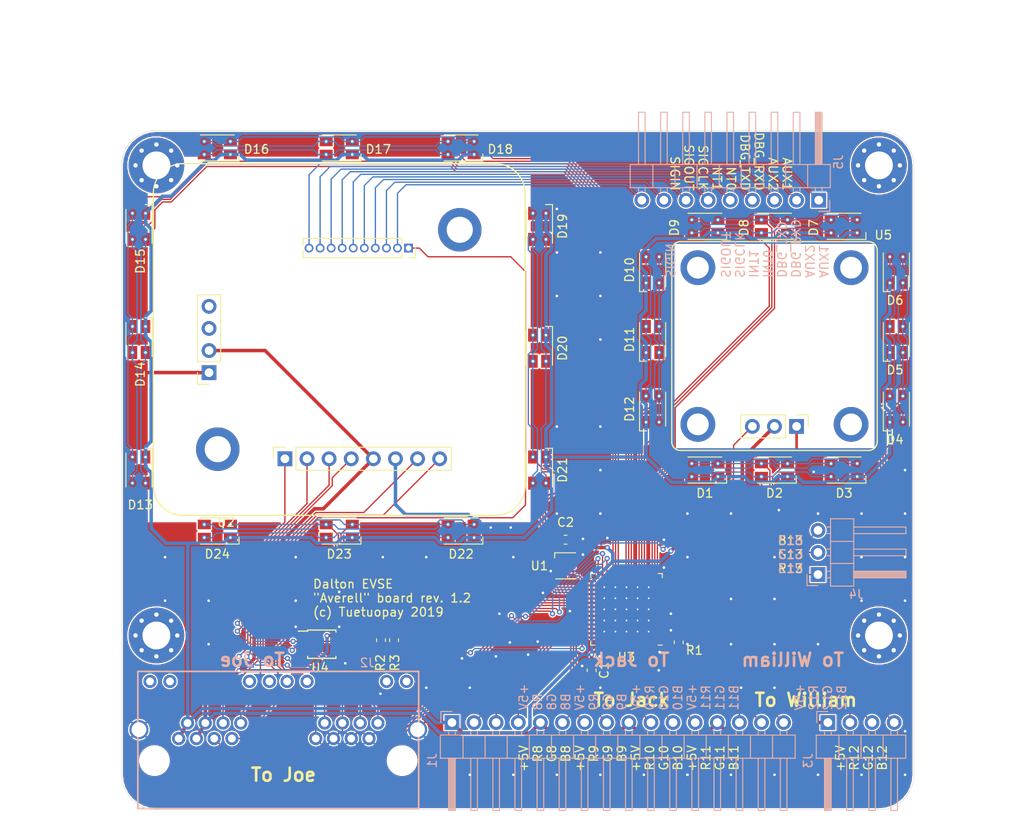
<source format=kicad_pcb>
(kicad_pcb (version 20171130) (host pcbnew "(5.1.0)-1")
  (layers (0 F.Cu signal) (31 B.Cu signal) (34 B.Paste user) (35 F.Paste user) (36 B.SilkS user) (37 F.SilkS user) (38 B.Mask user) (39 F.Mask user) (44 Edge.Cuts user))
  (net 0 "")
  (net 1 GND)
  (net 2 +3V3)
  (net 3 /R0)
  (net 4 /G0)
  (net 5 /B0)
  (net 6 +5V)
  (net 7 /R1)
  (net 8 /G1)
  (net 9 /B1)
  (net 10 /R2)
  (net 11 /G2)
  (net 12 /B2)
  (net 13 /R3)
  (net 14 /G3)
  (net 15 /B3)
  (net 16 /R4)
  (net 17 /G4)
  (net 18 /B4)
  (net 19 /R5)
  (net 20 /G5)
  (net 21 /B5)
  (net 22 /R6)
  (net 23 /G6)
  (net 24 /B6)
  (net 25 /R7)
  (net 26 /G7)
  (net 27 /B7)
  (net 28 /B11)
  (net 29 /G11)
  (net 30 /R11)
  (net 31 /B10)
  (net 32 /G10)
  (net 33 /R10)
  (net 34 /B9)
  (net 35 /G9)
  (net 36 /R9)
  (net 37 /B8)
  (net 38 /G8)
  (net 39 /R8)
  (net 40 /TOUCH)
  (net 41 /~RST)
  (net 42 /~RSTO)
  (net 43 /IRQ)
  (net 44 /NFC_CS)
  (net 45 /MOSI)
  (net 46 /MISO)
  (net 47 /SCK)
  (net 48 /B12)
  (net 49 /G12)
  (net 50 /R12)
  (net 51 "Net-(R1-Pad2)")
  (net 52 "Net-(R1-Pad1)")
  (net 53 "Net-(U1-Pad5)")
  (net 54 /GCLK)
  (net 55 "Net-(U1-Pad2)")
  (net 56 "Net-(U2-Pad11)")
  (net 57 "Net-(U2-Pad12)")
  (net 58 /LED_MISO)
  (net 59 "Net-(U3-Pad7)")
  (net 60 "Net-(U3-Pad6)")
  (net 61 "Net-(U3-Pad5)")
  (net 62 "Net-(U3-Pad4)")
  (net 63 "Net-(U3-Pad3)")
  (net 64 "Net-(U3-Pad2)")
  (net 65 "Net-(J4-Pad3)")
  (net 66 "Net-(J4-Pad2)")
  (net 67 "Net-(J4-Pad1)")
  (net 68 /SIGIN)
  (net 69 /SIGOUT)
  (net 70 /SIGCLK)
  (net 71 /INT1)
  (net 72 /INT0)
  (net 73 /DBG_TXD)
  (net 74 /DBG_RXD)
  (net 75 /AUX2)
  (net 76 /AUX1)
  (net 77 /DRV_CS)
  (net 78 /DRV_SCK)
  (net 79 "Net-(J2-PadA11)")
  (net 80 "Net-(J2-PadA10)")
  (net 81 "Net-(J2-PadA9)")
  (net 82 "Net-(J2-PadB11)")
  (net 83 "Net-(J2-PadB10)")
  (net 84 "Net-(J2-PadB9)")
  (net 85 "Net-(J2-PadA12)")
  (net 86 "Net-(J2-PadB12)")
  (module ma4evse:CONNFLY_Elec_DS1129-04-S8B0P-X (layer B.Cu) (at 93 121 180)
    (fp_text reference J2 (at -10.23 8.86 180) (layer B.SilkS) (effects (justify mirror)))
    (fp_text value CONNFLY_Elec_DS1129-04-S8B0P-X)
    (pad SH thru_hole circle (at -16 1.185 180) (size 2.2 2.2) (drill 1.7) (layers *.Cu *.Mask) (net 1 GND))
    (pad SH thru_hole circle (at 16.004999 1.185 180) (size 2.2 2.2) (drill 1.7) (layers *.Cu *.Mask) (net 1 GND))
    (pad "" np_thru_hole circle (at -14.225 -2.375 180) (size 3.25 3.25) (drill 3.25) (layers *.Cu *.Mask))
    (pad "" np_thru_hole circle (at 14.225 -2.375 180) (size 3.25 3.25) (drill 3.25) (layers *.Cu *.Mask))
    (pad A12 thru_hole circle (at -14.735 6.725) (size 1.524 1.524) (drill 0.9) (layers *.Cu *.Mask) (net 85 "Net-(J2-PadA12)"))
    (pad A11 thru_hole circle (at -12.445 6.725) (size 1.524 1.524) (drill 0.9) (layers *.Cu *.Mask) (net 79 "Net-(J2-PadA11)"))
    (pad A10 thru_hole circle (at -3.305 6.725) (size 1.524 1.524) (drill 0.9) (layers *.Cu *.Mask) (net 80 "Net-(J2-PadA10)"))
    (pad A9 thru_hole circle (at -1.014999 6.725) (size 1.524 1.524) (drill 0.9) (layers *.Cu *.Mask) (net 81 "Net-(J2-PadA9)"))
    (pad B12 thru_hole circle (at 1.014999 6.725) (size 1.524 1.524) (drill 0.9) (layers *.Cu *.Mask) (net 86 "Net-(J2-PadB12)"))
    (pad B11 thru_hole circle (at 3.305 6.725) (size 1.524 1.524) (drill 0.9) (layers *.Cu *.Mask) (net 82 "Net-(J2-PadB11)"))
    (pad B10 thru_hole circle (at 12.445 6.725) (size 1.524 1.524) (drill 0.9) (layers *.Cu *.Mask) (net 83 "Net-(J2-PadB10)"))
    (pad B9 thru_hole circle (at 14.735 6.725) (size 1.524 1.524) (drill 0.9) (layers *.Cu *.Mask) (net 84 "Net-(J2-PadB9)"))
    (pad B8 thru_hole circle (at 4.305 1.945) (size 1.524 1.524) (drill 0.9) (layers *.Cu *.Mask) (net 42 /~RSTO))
    (pad B7 thru_hole circle (at 5.325 0.165) (size 1.524 1.524) (drill 0.9) (layers *.Cu *.Mask) (net 41 /~RST))
    (pad B6 thru_hole circle (at 6.345 1.945) (size 1.524 1.524) (drill 0.9) (layers *.Cu *.Mask) (net 43 /IRQ))
    (pad B5 thru_hole circle (at 7.365 0.165) (size 1.524 1.524) (drill 0.9) (layers *.Cu *.Mask) (net 40 /TOUCH))
    (pad B4 thru_hole circle (at 8.385 1.945) (size 1.524 1.524) (drill 0.9) (layers *.Cu *.Mask) (net 2 +3V3))
    (pad B3 thru_hole circle (at 9.405 0.165) (size 1.524 1.524) (drill 0.9) (layers *.Cu *.Mask) (net 2 +3V3))
    (pad B2 thru_hole circle (at 10.425 1.945) (size 1.524 1.524) (drill 0.9) (layers *.Cu *.Mask) (net 6 +5V))
    (pad B1 thru_hole circle (at 11.445 0.165) (size 1.524 1.524) (drill 0.9) (layers *.Cu *.Mask) (net 6 +5V))
    (pad A8 thru_hole circle (at -11.445 1.945) (size 1.524 1.524) (drill 0.9) (layers *.Cu *.Mask) (net 47 /SCK))
    (pad A7 thru_hole circle (at -10.425 0.165) (size 1.524 1.524) (drill 0.9) (layers *.Cu *.Mask) (net 1 GND))
    (pad A6 thru_hole circle (at -9.405 1.945) (size 1.524 1.524) (drill 0.9) (layers *.Cu *.Mask) (net 46 /MISO))
    (pad A5 thru_hole circle (at -8.385 0.165) (size 1.524 1.524) (drill 0.9) (layers *.Cu *.Mask) (net 1 GND))
    (pad A4 thru_hole circle (at -7.365 1.945) (size 1.524 1.524) (drill 0.9) (layers *.Cu *.Mask) (net 45 /MOSI))
    (pad A3 thru_hole circle (at -6.345 0.165) (size 1.524 1.524) (drill 0.9) (layers *.Cu *.Mask) (net 1 GND))
    (pad A2 thru_hole circle (at -5.325 1.945) (size 1.524 1.524) (drill 0.9) (layers *.Cu *.Mask) (net 44 /NFC_CS))
    (pad A1 thru_hole circle (at -4.305 0.165) (size 1.524 1.524) (drill 0.9) (layers *.Cu *.Mask) (net 77 /DRV_CS))
  )
  (module Package_SO:TSSOP-8_3x3mm_P0.65mm (layer F.Cu) (at 98 110)
    (fp_text reference U4 (at -0.2 2.7) (layer F.SilkS))
    (fp_text value 74AUC2G125)
    (pad 8 smd rect (at 2.15 -0.975) (size 1.1 0.4) (layers F.Cu F.Paste F.Mask) (net 2 +3V3))
    (pad 7 smd rect (at 2.15 -0.325) (size 1.1 0.4) (layers F.Cu F.Paste F.Mask) (net 77 /DRV_CS))
    (pad 6 smd rect (at 2.15 0.325) (size 1.1 0.4) (layers F.Cu F.Paste F.Mask) (net 78 /DRV_SCK))
    (pad 5 smd rect (at 2.15 0.975) (size 1.1 0.4) (layers F.Cu F.Paste F.Mask) (net 58 /LED_MISO))
    (pad 4 smd rect (at -2.15 0.975) (size 1.1 0.4) (layers F.Cu F.Paste F.Mask) (net 1 GND))
    (pad 3 smd rect (at -2.15 0.325) (size 1.1 0.4) (layers F.Cu F.Paste F.Mask) (net 46 /MISO))
    (pad 2 smd rect (at -2.15 -0.325) (size 1.1 0.4) (layers F.Cu F.Paste F.Mask) (net 47 /SCK))
    (pad 1 smd rect (at -2.15 -0.975) (size 1.1 0.4) (layers F.Cu F.Paste F.Mask) (net 77 /DRV_CS))
  )
  (module Resistor_SMD:R_0603_1608Metric (layer F.Cu) (at 106.3 109.5375 90)
    (fp_text reference R3 (at -2.6 0.09 90) (layer F.SilkS))
    (fp_text value 10k)
    (pad 2 smd roundrect (at 0.7875 0 90) (size 0.875 0.95) (layers F.Cu F.Paste F.Mask) (net 1 GND))
    (pad 1 smd roundrect (at -0.7875 0 90) (size 0.875 0.95) (layers F.Cu F.Paste F.Mask) (net 78 /DRV_SCK))
  )
  (module Resistor_SMD:R_0603_1608Metric (layer F.Cu) (at 104.8 109.5375 270)
    (fp_text reference R2 (at 2.6 0.07 270) (layer F.SilkS))
    (fp_text value 10k)
    (pad 2 smd roundrect (at 0.7875 0 270) (size 0.875 0.95) (layers F.Cu F.Paste F.Mask) (net 78 /DRV_SCK))
    (pad 1 smd roundrect (at -0.7875 0 270) (size 0.875 0.95) (layers F.Cu F.Paste F.Mask) (net 2 +3V3))
  )
  (module Connector_PinHeader_2.54mm:PinHeader_1x09_P2.54mm_Horizontal (layer B.Cu) (at 155.08 59 90)
    (fp_text reference J5 (at 4.385 2.27 90) (layer B.SilkS) (effects (justify mirror)))
    (fp_text value Conn_01x09)
    (pad 9 thru_hole oval (at 0 -20.32 90) (size 1.7 1.7) (drill 1) (layers *.Cu *.Mask) (net 68 /SIGIN))
    (pad 8 thru_hole oval (at 0 -17.78 90) (size 1.7 1.7) (drill 1) (layers *.Cu *.Mask) (net 69 /SIGOUT))
    (pad 7 thru_hole oval (at 0 -15.24 90) (size 1.7 1.7) (drill 1) (layers *.Cu *.Mask) (net 70 /SIGCLK))
    (pad 6 thru_hole oval (at 0 -12.7 90) (size 1.7 1.7) (drill 1) (layers *.Cu *.Mask) (net 71 /INT1))
    (pad 5 thru_hole oval (at 0 -10.16 90) (size 1.7 1.7) (drill 1) (layers *.Cu *.Mask) (net 72 /INT0))
    (pad 4 thru_hole oval (at 0 -7.62 90) (size 1.7 1.7) (drill 1) (layers *.Cu *.Mask) (net 73 /DBG_TXD))
    (pad 3 thru_hole oval (at 0 -5.08 90) (size 1.7 1.7) (drill 1) (layers *.Cu *.Mask) (net 74 /DBG_RXD))
    (pad 2 thru_hole oval (at 0 -2.54 90) (size 1.7 1.7) (drill 1) (layers *.Cu *.Mask) (net 75 /AUX2))
    (pad 1 thru_hole rect (at 0 0 90) (size 1.7 1.7) (drill 1) (layers *.Cu *.Mask) (net 76 /AUX1))
  )
  (module Connector_PinHeader_2.54mm:PinHeader_1x03_P2.54mm_Horizontal (layer B.Cu) (at 155 102)
    (fp_text reference J4 (at 4.385 2.27) (layer B.SilkS) (effects (justify mirror)))
    (fp_text value Conn_01x03)
    (pad 3 thru_hole oval (at 0 -5.08) (size 1.7 1.7) (drill 1) (layers *.Cu *.Mask) (net 65 "Net-(J4-Pad3)"))
    (pad 2 thru_hole oval (at 0 -2.54) (size 1.7 1.7) (drill 1) (layers *.Cu *.Mask) (net 66 "Net-(J4-Pad2)"))
    (pad 1 thru_hole rect (at 0 0) (size 1.7 1.7) (drill 1) (layers *.Cu *.Mask) (net 67 "Net-(J4-Pad1)"))
  )
  (module ma4evse:LED_Avago_PLCC4_3.2x2.8mm_CW (layer F.Cu) (at 86 97 180)
    (fp_text reference D24 (at 0 -2.65 180) (layer F.SilkS))
    (fp_text value ASMB-MTB0-0A3A2)
    (pad 1 smd rect (at -1.5 -0.75 180) (size 1.5 1.1) (layers F.Cu F.Paste F.Mask) (net 6 +5V))
    (pad 2 smd rect (at 1.5 -0.75 180) (size 1.5 1.1) (layers F.Cu F.Paste F.Mask) (net 27 /B7))
    (pad 3 smd rect (at 1.5 0.75 180) (size 1.5 1.1) (layers F.Cu F.Paste F.Mask) (net 26 /G7))
    (pad 4 smd rect (at -1.5 0.75 180) (size 1.5 1.1) (layers F.Cu F.Paste F.Mask) (net 25 /R7))
  )
  (module ma4evse:LED_Avago_PLCC4_3.2x2.8mm_CW (layer F.Cu) (at 100 97 180)
    (fp_text reference D23 (at 0 -2.65 180) (layer F.SilkS))
    (fp_text value ASMB-MTB0-0A3A2)
    (pad 1 smd rect (at -1.5 -0.75 180) (size 1.5 1.1) (layers F.Cu F.Paste F.Mask) (net 6 +5V))
    (pad 2 smd rect (at 1.5 -0.75 180) (size 1.5 1.1) (layers F.Cu F.Paste F.Mask) (net 27 /B7))
    (pad 3 smd rect (at 1.5 0.75 180) (size 1.5 1.1) (layers F.Cu F.Paste F.Mask) (net 26 /G7))
    (pad 4 smd rect (at -1.5 0.75 180) (size 1.5 1.1) (layers F.Cu F.Paste F.Mask) (net 25 /R7))
  )
  (module ma4evse:LED_Avago_PLCC4_3.2x2.8mm_CW (layer F.Cu) (at 114 97 180)
    (fp_text reference D22 (at 0 -2.65 180) (layer F.SilkS))
    (fp_text value ASMB-MTB0-0A3A2)
    (pad 1 smd rect (at -1.5 -0.75 180) (size 1.5 1.1) (layers F.Cu F.Paste F.Mask) (net 6 +5V))
    (pad 2 smd rect (at 1.5 -0.75 180) (size 1.5 1.1) (layers F.Cu F.Paste F.Mask) (net 27 /B7))
    (pad 3 smd rect (at 1.5 0.75 180) (size 1.5 1.1) (layers F.Cu F.Paste F.Mask) (net 26 /G7))
    (pad 4 smd rect (at -1.5 0.75 180) (size 1.5 1.1) (layers F.Cu F.Paste F.Mask) (net 25 /R7))
  )
  (module ma4evse:LED_Avago_PLCC4_3.2x2.8mm_CW (layer F.Cu) (at 123 90 270)
    (fp_text reference D21 (at 0 -2.65 270) (layer F.SilkS))
    (fp_text value ASMB-MTB0-0A3A2)
    (pad 1 smd rect (at -1.5 -0.75 270) (size 1.5 1.1) (layers F.Cu F.Paste F.Mask) (net 6 +5V))
    (pad 2 smd rect (at 1.5 -0.75 270) (size 1.5 1.1) (layers F.Cu F.Paste F.Mask) (net 24 /B6))
    (pad 3 smd rect (at 1.5 0.75 270) (size 1.5 1.1) (layers F.Cu F.Paste F.Mask) (net 23 /G6))
    (pad 4 smd rect (at -1.5 0.75 270) (size 1.5 1.1) (layers F.Cu F.Paste F.Mask) (net 22 /R6))
  )
  (module ma4evse:LED_Avago_PLCC4_3.2x2.8mm_CW (layer F.Cu) (at 123 76 270)
    (fp_text reference D20 (at 0 -2.65 270) (layer F.SilkS))
    (fp_text value ASMB-MTB0-0A3A2)
    (pad 1 smd rect (at -1.5 -0.75 270) (size 1.5 1.1) (layers F.Cu F.Paste F.Mask) (net 6 +5V))
    (pad 2 smd rect (at 1.5 -0.75 270) (size 1.5 1.1) (layers F.Cu F.Paste F.Mask) (net 24 /B6))
    (pad 3 smd rect (at 1.5 0.75 270) (size 1.5 1.1) (layers F.Cu F.Paste F.Mask) (net 23 /G6))
    (pad 4 smd rect (at -1.5 0.75 270) (size 1.5 1.1) (layers F.Cu F.Paste F.Mask) (net 22 /R6))
  )
  (module ma4evse:LED_Avago_PLCC4_3.2x2.8mm_CW (layer F.Cu) (at 123 62 270)
    (fp_text reference D19 (at 0 -2.65 270) (layer F.SilkS))
    (fp_text value ASMB-MTB0-0A3A2)
    (pad 1 smd rect (at -1.5 -0.75 270) (size 1.5 1.1) (layers F.Cu F.Paste F.Mask) (net 6 +5V))
    (pad 2 smd rect (at 1.5 -0.75 270) (size 1.5 1.1) (layers F.Cu F.Paste F.Mask) (net 24 /B6))
    (pad 3 smd rect (at 1.5 0.75 270) (size 1.5 1.1) (layers F.Cu F.Paste F.Mask) (net 23 /G6))
    (pad 4 smd rect (at -1.5 0.75 270) (size 1.5 1.1) (layers F.Cu F.Paste F.Mask) (net 22 /R6))
  )
  (module ma4evse:LED_Avago_PLCC4_3.2x2.8mm_CW (layer F.Cu) (at 114 53 180)
    (fp_text reference D18 (at -4.5 -0.15 180) (layer F.SilkS))
    (fp_text value ASMB-MTB0-0A3A2)
    (pad 1 smd rect (at -1.5 -0.75 180) (size 1.5 1.1) (layers F.Cu F.Paste F.Mask) (net 6 +5V))
    (pad 2 smd rect (at 1.5 -0.75 180) (size 1.5 1.1) (layers F.Cu F.Paste F.Mask) (net 18 /B4))
    (pad 3 smd rect (at 1.5 0.75 180) (size 1.5 1.1) (layers F.Cu F.Paste F.Mask) (net 17 /G4))
    (pad 4 smd rect (at -1.5 0.75 180) (size 1.5 1.1) (layers F.Cu F.Paste F.Mask) (net 16 /R4))
  )
  (module ma4evse:LED_Avago_PLCC4_3.2x2.8mm_CW (layer F.Cu) (at 100 53 180)
    (fp_text reference D17 (at -4.5 -0.15 180) (layer F.SilkS))
    (fp_text value ASMB-MTB0-0A3A2)
    (pad 1 smd rect (at -1.5 -0.75 180) (size 1.5 1.1) (layers F.Cu F.Paste F.Mask) (net 6 +5V))
    (pad 2 smd rect (at 1.5 -0.75 180) (size 1.5 1.1) (layers F.Cu F.Paste F.Mask) (net 18 /B4))
    (pad 3 smd rect (at 1.5 0.75 180) (size 1.5 1.1) (layers F.Cu F.Paste F.Mask) (net 17 /G4))
    (pad 4 smd rect (at -1.5 0.75 180) (size 1.5 1.1) (layers F.Cu F.Paste F.Mask) (net 16 /R4))
  )
  (module ma4evse:LED_Avago_PLCC4_3.2x2.8mm_CW (layer F.Cu) (at 86 53 180)
    (fp_text reference D16 (at -4.5 -0.15 180) (layer F.SilkS))
    (fp_text value ASMB-MTB0-0A3A2)
    (pad 1 smd rect (at -1.5 -0.75 180) (size 1.5 1.1) (layers F.Cu F.Paste F.Mask) (net 6 +5V))
    (pad 2 smd rect (at 1.5 -0.75 180) (size 1.5 1.1) (layers F.Cu F.Paste F.Mask) (net 18 /B4))
    (pad 3 smd rect (at 1.5 0.75 180) (size 1.5 1.1) (layers F.Cu F.Paste F.Mask) (net 17 /G4))
    (pad 4 smd rect (at -1.5 0.75 180) (size 1.5 1.1) (layers F.Cu F.Paste F.Mask) (net 16 /R4))
  )
  (module ma4evse:LED_Avago_PLCC4_3.2x2.8mm_CW (layer F.Cu) (at 77 62 270)
    (fp_text reference D15 (at 4 -0.15 270) (layer F.SilkS))
    (fp_text value ASMB-MTB0-0A3A2)
    (pad 1 smd rect (at -1.5 -0.75 270) (size 1.5 1.1) (layers F.Cu F.Paste F.Mask) (net 6 +5V))
    (pad 2 smd rect (at 1.5 -0.75 270) (size 1.5 1.1) (layers F.Cu F.Paste F.Mask) (net 21 /B5))
    (pad 3 smd rect (at 1.5 0.75 270) (size 1.5 1.1) (layers F.Cu F.Paste F.Mask) (net 20 /G5))
    (pad 4 smd rect (at -1.5 0.75 270) (size 1.5 1.1) (layers F.Cu F.Paste F.Mask) (net 19 /R5))
  )
  (module ma4evse:LED_Avago_PLCC4_3.2x2.8mm_CW (layer F.Cu) (at 77 75 270)
    (fp_text reference D14 (at 4 -0.15 270) (layer F.SilkS))
    (fp_text value ASMB-MTB0-0A3A2)
    (pad 1 smd rect (at -1.5 -0.75 270) (size 1.5 1.1) (layers F.Cu F.Paste F.Mask) (net 6 +5V))
    (pad 2 smd rect (at 1.5 -0.75 270) (size 1.5 1.1) (layers F.Cu F.Paste F.Mask) (net 21 /B5))
    (pad 3 smd rect (at 1.5 0.75 270) (size 1.5 1.1) (layers F.Cu F.Paste F.Mask) (net 20 /G5))
    (pad 4 smd rect (at -1.5 0.75 270) (size 1.5 1.1) (layers F.Cu F.Paste F.Mask) (net 19 /R5))
  )
  (module ma4evse:LED_Avago_PLCC4_3.2x2.8mm_CW (layer F.Cu) (at 77 90 270)
    (fp_text reference D13 (at 4 -0.15) (layer F.SilkS))
    (fp_text value ASMB-MTB0-0A3A2)
    (pad 1 smd rect (at -1.5 -0.75 270) (size 1.5 1.1) (layers F.Cu F.Paste F.Mask) (net 6 +5V))
    (pad 2 smd rect (at 1.5 -0.75 270) (size 1.5 1.1) (layers F.Cu F.Paste F.Mask) (net 21 /B5))
    (pad 3 smd rect (at 1.5 0.75 270) (size 1.5 1.1) (layers F.Cu F.Paste F.Mask) (net 20 /G5))
    (pad 4 smd rect (at -1.5 0.75 270) (size 1.5 1.1) (layers F.Cu F.Paste F.Mask) (net 19 /R5))
  )
  (module ma4evse:LED_Avago_PLCC4_3.2x2.8mm_CW (layer F.Cu) (at 136 83 90)
    (fp_text reference D12 (at 0 -2.65 90) (layer F.SilkS))
    (fp_text value ASMB-MTB0-0A3A2)
    (pad 1 smd rect (at -1.5 -0.75 90) (size 1.5 1.1) (layers F.Cu F.Paste F.Mask) (net 6 +5V))
    (pad 2 smd rect (at 1.5 -0.75 90) (size 1.5 1.1) (layers F.Cu F.Paste F.Mask) (net 15 /B3))
    (pad 3 smd rect (at 1.5 0.75 90) (size 1.5 1.1) (layers F.Cu F.Paste F.Mask) (net 14 /G3))
    (pad 4 smd rect (at -1.5 0.75 90) (size 1.5 1.1) (layers F.Cu F.Paste F.Mask) (net 13 /R3))
  )
  (module ma4evse:LED_Avago_PLCC4_3.2x2.8mm_CW (layer F.Cu) (at 136 75 90)
    (fp_text reference D11 (at 0 -2.65 90) (layer F.SilkS))
    (fp_text value ASMB-MTB0-0A3A2)
    (pad 1 smd rect (at -1.5 -0.75 90) (size 1.5 1.1) (layers F.Cu F.Paste F.Mask) (net 6 +5V))
    (pad 2 smd rect (at 1.5 -0.75 90) (size 1.5 1.1) (layers F.Cu F.Paste F.Mask) (net 15 /B3))
    (pad 3 smd rect (at 1.5 0.75 90) (size 1.5 1.1) (layers F.Cu F.Paste F.Mask) (net 14 /G3))
    (pad 4 smd rect (at -1.5 0.75 90) (size 1.5 1.1) (layers F.Cu F.Paste F.Mask) (net 13 /R3))
  )
  (module ma4evse:LED_Avago_PLCC4_3.2x2.8mm_CW (layer F.Cu) (at 136 67 90)
    (fp_text reference D10 (at 0 -2.65 90) (layer F.SilkS))
    (fp_text value ASMB-MTB0-0A3A2)
    (pad 1 smd rect (at -1.5 -0.75 90) (size 1.5 1.1) (layers F.Cu F.Paste F.Mask) (net 6 +5V))
    (pad 2 smd rect (at 1.5 -0.75 90) (size 1.5 1.1) (layers F.Cu F.Paste F.Mask) (net 15 /B3))
    (pad 3 smd rect (at 1.5 0.75 90) (size 1.5 1.1) (layers F.Cu F.Paste F.Mask) (net 14 /G3))
    (pad 4 smd rect (at -1.5 0.75 90) (size 1.5 1.1) (layers F.Cu F.Paste F.Mask) (net 13 /R3))
  )
  (module ma4evse:LED_Avago_PLCC4_3.2x2.8mm_CW (layer F.Cu) (at 142 62 180)
    (fp_text reference D9 (at 3.5 -0.15 270) (layer F.SilkS))
    (fp_text value ASMB-MTB0-0A3A2)
    (pad 1 smd rect (at -1.5 -0.75 180) (size 1.5 1.1) (layers F.Cu F.Paste F.Mask) (net 6 +5V))
    (pad 2 smd rect (at 1.5 -0.75 180) (size 1.5 1.1) (layers F.Cu F.Paste F.Mask) (net 12 /B2))
    (pad 3 smd rect (at 1.5 0.75 180) (size 1.5 1.1) (layers F.Cu F.Paste F.Mask) (net 11 /G2))
    (pad 4 smd rect (at -1.5 0.75 180) (size 1.5 1.1) (layers F.Cu F.Paste F.Mask) (net 10 /R2))
  )
  (module ma4evse:LED_Avago_PLCC4_3.2x2.8mm_CW (layer F.Cu) (at 150 62 180)
    (fp_text reference D8 (at 3.5 -0.15 270) (layer F.SilkS))
    (fp_text value ASMB-MTB0-0A3A2)
    (pad 1 smd rect (at -1.5 -0.75 180) (size 1.5 1.1) (layers F.Cu F.Paste F.Mask) (net 6 +5V))
    (pad 2 smd rect (at 1.5 -0.75 180) (size 1.5 1.1) (layers F.Cu F.Paste F.Mask) (net 12 /B2))
    (pad 3 smd rect (at 1.5 0.75 180) (size 1.5 1.1) (layers F.Cu F.Paste F.Mask) (net 11 /G2))
    (pad 4 smd rect (at -1.5 0.75 180) (size 1.5 1.1) (layers F.Cu F.Paste F.Mask) (net 10 /R2))
  )
  (module ma4evse:LED_Avago_PLCC4_3.2x2.8mm_CW (layer F.Cu) (at 158 62 180)
    (fp_text reference D7 (at 3.5 -0.15 270) (layer F.SilkS))
    (fp_text value ASMB-MTB0-0A3A2)
    (pad 1 smd rect (at -1.5 -0.75 180) (size 1.5 1.1) (layers F.Cu F.Paste F.Mask) (net 6 +5V))
    (pad 2 smd rect (at 1.5 -0.75 180) (size 1.5 1.1) (layers F.Cu F.Paste F.Mask) (net 12 /B2))
    (pad 3 smd rect (at 1.5 0.75 180) (size 1.5 1.1) (layers F.Cu F.Paste F.Mask) (net 11 /G2))
    (pad 4 smd rect (at -1.5 0.75 180) (size 1.5 1.1) (layers F.Cu F.Paste F.Mask) (net 10 /R2))
  )
  (module ma4evse:LED_Avago_PLCC4_3.2x2.8mm_CW (layer F.Cu) (at 164 67 90)
    (fp_text reference D6 (at -3.5 -0.15 180) (layer F.SilkS))
    (fp_text value ASMB-MTB0-0A3A2)
    (pad 1 smd rect (at -1.5 -0.75 90) (size 1.5 1.1) (layers F.Cu F.Paste F.Mask) (net 6 +5V))
    (pad 2 smd rect (at 1.5 -0.75 90) (size 1.5 1.1) (layers F.Cu F.Paste F.Mask) (net 5 /B0))
    (pad 3 smd rect (at 1.5 0.75 90) (size 1.5 1.1) (layers F.Cu F.Paste F.Mask) (net 4 /G0))
    (pad 4 smd rect (at -1.5 0.75 90) (size 1.5 1.1) (layers F.Cu F.Paste F.Mask) (net 3 /R0))
  )
  (module ma4evse:LED_Avago_PLCC4_3.2x2.8mm_CW (layer F.Cu) (at 164 75 90)
    (fp_text reference D5 (at -3.5 -0.15 180) (layer F.SilkS))
    (fp_text value ASMB-MTB0-0A3A2)
    (pad 1 smd rect (at -1.5 -0.75 90) (size 1.5 1.1) (layers F.Cu F.Paste F.Mask) (net 6 +5V))
    (pad 2 smd rect (at 1.5 -0.75 90) (size 1.5 1.1) (layers F.Cu F.Paste F.Mask) (net 5 /B0))
    (pad 3 smd rect (at 1.5 0.75 90) (size 1.5 1.1) (layers F.Cu F.Paste F.Mask) (net 4 /G0))
    (pad 4 smd rect (at -1.5 0.75 90) (size 1.5 1.1) (layers F.Cu F.Paste F.Mask) (net 3 /R0))
  )
  (module ma4evse:LED_Avago_PLCC4_3.2x2.8mm_CW (layer F.Cu) (at 164 83 90)
    (fp_text reference D4 (at -3.5 -0.15 180) (layer F.SilkS))
    (fp_text value ASMB-MTB0-0A3A2)
    (pad 1 smd rect (at -1.5 -0.75 90) (size 1.5 1.1) (layers F.Cu F.Paste F.Mask) (net 6 +5V))
    (pad 2 smd rect (at 1.5 -0.75 90) (size 1.5 1.1) (layers F.Cu F.Paste F.Mask) (net 5 /B0))
    (pad 3 smd rect (at 1.5 0.75 90) (size 1.5 1.1) (layers F.Cu F.Paste F.Mask) (net 4 /G0))
    (pad 4 smd rect (at -1.5 0.75 90) (size 1.5 1.1) (layers F.Cu F.Paste F.Mask) (net 3 /R0))
  )
  (module ma4evse:LED_Avago_PLCC4_3.2x2.8mm_CW (layer F.Cu) (at 158 90 180)
    (fp_text reference D3 (at 0 -2.65 180) (layer F.SilkS))
    (fp_text value ASMB-MTB0-0A3A2)
    (pad 1 smd rect (at -1.5 -0.75 180) (size 1.5 1.1) (layers F.Cu F.Paste F.Mask) (net 6 +5V))
    (pad 2 smd rect (at 1.5 -0.75 180) (size 1.5 1.1) (layers F.Cu F.Paste F.Mask) (net 9 /B1))
    (pad 3 smd rect (at 1.5 0.75 180) (size 1.5 1.1) (layers F.Cu F.Paste F.Mask) (net 8 /G1))
    (pad 4 smd rect (at -1.5 0.75 180) (size 1.5 1.1) (layers F.Cu F.Paste F.Mask) (net 7 /R1))
  )
  (module ma4evse:LED_Avago_PLCC4_3.2x2.8mm_CW (layer F.Cu) (at 150 90 180)
    (fp_text reference D2 (at 0 -2.65 180) (layer F.SilkS))
    (fp_text value ASMB-MTB0-0A3A2)
    (pad 1 smd rect (at -1.5 -0.75 180) (size 1.5 1.1) (layers F.Cu F.Paste F.Mask) (net 6 +5V))
    (pad 2 smd rect (at 1.5 -0.75 180) (size 1.5 1.1) (layers F.Cu F.Paste F.Mask) (net 9 /B1))
    (pad 3 smd rect (at 1.5 0.75 180) (size 1.5 1.1) (layers F.Cu F.Paste F.Mask) (net 8 /G1))
    (pad 4 smd rect (at -1.5 0.75 180) (size 1.5 1.1) (layers F.Cu F.Paste F.Mask) (net 7 /R1))
  )
  (module ma4evse:LED_Avago_PLCC4_3.2x2.8mm_CW (layer F.Cu) (at 142 90 180)
    (fp_text reference D1 (at 0 -2.65 180) (layer F.SilkS))
    (fp_text value ASMB-MTB0-0A3A2)
    (pad 1 smd rect (at -1.5 -0.75 180) (size 1.5 1.1) (layers F.Cu F.Paste F.Mask) (net 6 +5V))
    (pad 2 smd rect (at 1.5 -0.75 180) (size 1.5 1.1) (layers F.Cu F.Paste F.Mask) (net 9 /B1))
    (pad 3 smd rect (at 1.5 0.75 180) (size 1.5 1.1) (layers F.Cu F.Paste F.Mask) (net 8 /G1))
    (pad 4 smd rect (at -1.5 0.75 180) (size 1.5 1.1) (layers F.Cu F.Paste F.Mask) (net 7 /R1))
  )
  (module ma4evse:nfc_v4_mirror (layer F.Cu) (at 100 75 180)
    (fp_text reference U2 (at 13 -21 180) (layer F.SilkS))
    (fp_text value NFCv4)
    (pad ~ thru_hole circle (at 13.95 -12.6 180) (size 5 5) (drill 3) (layers *.Cu *.Mask))
    (pad ~ thru_hole circle (at -13.85 12.6 180) (size 5 5) (drill 3) (layers *.Cu *.Mask))
    (pad 8 thru_hole oval (at -11.54 -13.7 90) (size 1.7 1.7) (drill 1) (layers *.Cu *.Mask) (net 42 /~RSTO))
    (pad 6 thru_hole oval (at -6.46 -13.7 90) (size 1.7 1.7) (drill 1) (layers *.Cu *.Mask) (net 1 GND))
    (pad 1 thru_hole rect (at 6.24 -13.7 90) (size 1.7 1.7) (drill 1) (layers *.Cu *.Mask) (net 47 /SCK))
    (pad 5 thru_hole oval (at -3.92 -13.7 90) (size 1.7 1.7) (drill 1) (layers *.Cu *.Mask) (net 2 +3V3))
    (pad 4 thru_hole oval (at -1.38 -13.7 90) (size 1.7 1.7) (drill 1) (layers *.Cu *.Mask) (net 44 /NFC_CS))
    (pad 3 thru_hole oval (at 1.16 -13.7 90) (size 1.7 1.7) (drill 1) (layers *.Cu *.Mask) (net 45 /MOSI))
    (pad 2 thru_hole oval (at 3.7 -13.7 90) (size 1.7 1.7) (drill 1) (layers *.Cu *.Mask) (net 46 /MISO))
    (pad 7 thru_hole oval (at -9 -13.7 90) (size 1.7 1.7) (drill 1) (layers *.Cu *.Mask) (net 43 /IRQ))
    (pad 10 thru_hole oval (at 14.95 -1.27 180) (size 1.7 1.7) (drill 1) (layers *.Cu *.Mask) (net 2 +3V3))
    (pad 12 thru_hole oval (at 14.95 3.81 180) (size 1.7 1.7) (drill 1) (layers *.Cu *.Mask) (net 57 "Net-(U2-Pad12)"))
    (pad 11 thru_hole oval (at 14.95 1.27 180) (size 1.7 1.7) (drill 1) (layers *.Cu *.Mask) (net 56 "Net-(U2-Pad11)"))
    (pad 9 thru_hole rect (at 14.95 -3.81 180) (size 1.7 1.7) (drill 1) (layers *.Cu *.Mask) (net 1 GND))
    (pad 14 thru_hole oval (at -6.695 10.5 270) (size 1 1) (drill 0.65) (layers *.Cu *.Mask) (net 68 /SIGIN))
    (pad 13 thru_hole rect (at -7.965 10.5 270) (size 1 1) (drill 0.65) (layers *.Cu *.Mask) (net 41 /~RST))
    (pad 15 thru_hole oval (at -5.425 10.5 270) (size 1 1) (drill 0.65) (layers *.Cu *.Mask) (net 69 /SIGOUT))
    (pad 16 thru_hole oval (at -4.155 10.5 270) (size 1 1) (drill 0.65) (layers *.Cu *.Mask) (net 70 /SIGCLK))
    (pad 17 thru_hole oval (at -2.885 10.5 270) (size 1 1) (drill 0.65) (layers *.Cu *.Mask) (net 71 /INT1))
    (pad 18 thru_hole oval (at -1.615 10.5 270) (size 1 1) (drill 0.65) (layers *.Cu *.Mask) (net 72 /INT0))
    (pad 19 thru_hole oval (at -0.345 10.5 270) (size 1 1) (drill 0.65) (layers *.Cu *.Mask) (net 73 /DBG_TXD))
    (pad 20 thru_hole oval (at 0.925 10.5 270) (size 1 1) (drill 0.65) (layers *.Cu *.Mask) (net 74 /DBG_RXD))
    (pad 21 thru_hole oval (at 2.195 10.5 270) (size 1 1) (drill 0.65) (layers *.Cu *.Mask) (net 75 /AUX2))
    (pad 22 thru_hole oval (at 3.465 10.5 270) (size 1 1) (drill 0.65) (layers *.Cu *.Mask) (net 76 /AUX1))
  )
  (module MountingHole:MountingHole_3.2mm_M3_Pad_Via (layer F.Cu) (at 79 109)
    (fp_text reference REF** hide)
    (fp_text value MountingHole_3.2mm_M3_Pad_Via)
    (pad 1 thru_hole circle (at 1.697056 -1.697056) (size 0.8 0.8) (drill 0.5) (layers *.Cu *.Mask))
    (pad 1 thru_hole circle (at 0 -2.4) (size 0.8 0.8) (drill 0.5) (layers *.Cu *.Mask))
    (pad 1 thru_hole circle (at -1.697056 -1.697056) (size 0.8 0.8) (drill 0.5) (layers *.Cu *.Mask))
    (pad 1 thru_hole circle (at -2.4 0) (size 0.8 0.8) (drill 0.5) (layers *.Cu *.Mask))
    (pad 1 thru_hole circle (at -1.697056 1.697056) (size 0.8 0.8) (drill 0.5) (layers *.Cu *.Mask))
    (pad 1 thru_hole circle (at 0 2.4) (size 0.8 0.8) (drill 0.5) (layers *.Cu *.Mask))
    (pad 1 thru_hole circle (at 1.697056 1.697056) (size 0.8 0.8) (drill 0.5) (layers *.Cu *.Mask))
    (pad 1 thru_hole circle (at 2.4 0) (size 0.8 0.8) (drill 0.5) (layers *.Cu *.Mask))
    (pad 1 thru_hole circle (at 0 0) (size 6.4 6.4) (drill 3.2) (layers *.Cu *.Mask))
  )
  (module MountingHole:MountingHole_3.2mm_M3_Pad_Via (layer F.Cu) (at 162 109)
    (fp_text reference REF** hide)
    (fp_text value MountingHole_3.2mm_M3_Pad_Via)
    (pad 1 thru_hole circle (at 1.697056 -1.697056) (size 0.8 0.8) (drill 0.5) (layers *.Cu *.Mask))
    (pad 1 thru_hole circle (at 0 -2.4) (size 0.8 0.8) (drill 0.5) (layers *.Cu *.Mask))
    (pad 1 thru_hole circle (at -1.697056 -1.697056) (size 0.8 0.8) (drill 0.5) (layers *.Cu *.Mask))
    (pad 1 thru_hole circle (at -2.4 0) (size 0.8 0.8) (drill 0.5) (layers *.Cu *.Mask))
    (pad 1 thru_hole circle (at -1.697056 1.697056) (size 0.8 0.8) (drill 0.5) (layers *.Cu *.Mask))
    (pad 1 thru_hole circle (at 0 2.4) (size 0.8 0.8) (drill 0.5) (layers *.Cu *.Mask))
    (pad 1 thru_hole circle (at 1.697056 1.697056) (size 0.8 0.8) (drill 0.5) (layers *.Cu *.Mask))
    (pad 1 thru_hole circle (at 2.4 0) (size 0.8 0.8) (drill 0.5) (layers *.Cu *.Mask))
    (pad 1 thru_hole circle (at 0 0) (size 6.4 6.4) (drill 3.2) (layers *.Cu *.Mask))
  )
  (module MountingHole:MountingHole_3.2mm_M3_Pad_Via (layer F.Cu) (at 162 55)
    (fp_text reference REF** hide)
    (fp_text value MountingHole_3.2mm_M3_Pad_Via)
    (pad 1 thru_hole circle (at 1.697056 -1.697056) (size 0.8 0.8) (drill 0.5) (layers *.Cu *.Mask))
    (pad 1 thru_hole circle (at 0 -2.4) (size 0.8 0.8) (drill 0.5) (layers *.Cu *.Mask))
    (pad 1 thru_hole circle (at -1.697056 -1.697056) (size 0.8 0.8) (drill 0.5) (layers *.Cu *.Mask))
    (pad 1 thru_hole circle (at -2.4 0) (size 0.8 0.8) (drill 0.5) (layers *.Cu *.Mask))
    (pad 1 thru_hole circle (at -1.697056 1.697056) (size 0.8 0.8) (drill 0.5) (layers *.Cu *.Mask))
    (pad 1 thru_hole circle (at 0 2.4) (size 0.8 0.8) (drill 0.5) (layers *.Cu *.Mask))
    (pad 1 thru_hole circle (at 1.697056 1.697056) (size 0.8 0.8) (drill 0.5) (layers *.Cu *.Mask))
    (pad 1 thru_hole circle (at 2.4 0) (size 0.8 0.8) (drill 0.5) (layers *.Cu *.Mask))
    (pad 1 thru_hole circle (at 0 0) (size 6.4 6.4) (drill 3.2) (layers *.Cu *.Mask))
  )
  (module MountingHole:MountingHole_3.2mm_M3_Pad_Via (layer F.Cu) (at 79 55)
    (fp_text reference REF** hide)
    (fp_text value MountingHole_3.2mm_M3_Pad_Via)
    (pad 1 thru_hole circle (at 0 0) (size 6.4 6.4) (drill 3.2) (layers *.Cu *.Mask))
    (pad 1 thru_hole circle (at 2.4 0) (size 0.8 0.8) (drill 0.5) (layers *.Cu *.Mask))
    (pad 1 thru_hole circle (at 1.697056 1.697056) (size 0.8 0.8) (drill 0.5) (layers *.Cu *.Mask))
    (pad 1 thru_hole circle (at 0 2.4) (size 0.8 0.8) (drill 0.5) (layers *.Cu *.Mask))
    (pad 1 thru_hole circle (at -1.697056 1.697056) (size 0.8 0.8) (drill 0.5) (layers *.Cu *.Mask))
    (pad 1 thru_hole circle (at -2.4 0) (size 0.8 0.8) (drill 0.5) (layers *.Cu *.Mask))
    (pad 1 thru_hole circle (at -1.697056 -1.697056) (size 0.8 0.8) (drill 0.5) (layers *.Cu *.Mask))
    (pad 1 thru_hole circle (at 0 -2.4) (size 0.8 0.8) (drill 0.5) (layers *.Cu *.Mask))
    (pad 1 thru_hole circle (at 1.697056 -1.697056) (size 0.8 0.8) (drill 0.5) (layers *.Cu *.Mask))
  )
  (module ma4evse:touch_sensor (layer F.Cu) (at 150 75 270)
    (fp_text reference U5 (at -12 -12.5) (layer F.SilkS))
    (fp_text value touch_sensor)
    (pad 3 thru_hole oval (at 9.98 2.54 270) (size 1.7 1.7) (drill 1) (layers *.Cu *.Mask) (net 40 /TOUCH))
    (pad 1 thru_hole rect (at 9.98 -2.54 270) (size 1.7 1.7) (drill 1) (layers *.Cu *.Mask) (net 1 GND))
    (pad 2 thru_hole oval (at 9.98 0 270) (size 1.7 1.7) (drill 1) (layers *.Cu *.Mask) (net 2 +3V3))
    (pad ~ thru_hole circle (at -8.25 8.8 180) (size 4 4) (drill 2.5) (layers *.Cu *.Mask))
    (pad ~ thru_hole circle (at 9.75 8.8 180) (size 4 4) (drill 2.5) (layers *.Cu *.Mask))
    (pad ~ thru_hole circle (at 9.75 -8.8 180) (size 4 4) (drill 2.5) (layers *.Cu *.Mask))
    (pad ~ thru_hole circle (at -8.25 -8.8 180) (size 4 4) (drill 2.5) (layers *.Cu *.Mask))
  )
  (module Package_DFN_QFN:QFN-56-1EP_8x8mm_P0.5mm_EP5.6x5.6mm_ThermalVias (layer F.Cu) (at 133 106 180)
    (fp_text reference U3 (at 0 -5.5 180) (layer F.SilkS))
    (fp_text value TLC5957RTQ)
    (pad 57 smd roundrect (at 0 0 180) (size 5.6 5.6) (layers F.Cu F.Mask) (roundrect_rratio 0.044643) (net 1 GND))
    (pad 57 thru_hole circle (at -2.55 -2.55 180) (size 0.5 0.5) (drill 0.2) (layers *.Cu) (net 1 GND))
    (pad 57 thru_hole circle (at -1.275 -2.55 180) (size 0.5 0.5) (drill 0.2) (layers *.Cu) (net 1 GND))
    (pad 57 thru_hole circle (at 0 -2.55 180) (size 0.5 0.5) (drill 0.2) (layers *.Cu) (net 1 GND))
    (pad 57 thru_hole circle (at 1.275 -2.55 180) (size 0.5 0.5) (drill 0.2) (layers *.Cu) (net 1 GND))
    (pad 57 thru_hole circle (at 2.55 -2.55 180) (size 0.5 0.5) (drill 0.2) (layers *.Cu) (net 1 GND))
    (pad 57 thru_hole circle (at -2.55 -1.275 180) (size 0.5 0.5) (drill 0.2) (layers *.Cu) (net 1 GND))
    (pad 57 thru_hole circle (at -1.275 -1.275 180) (size 0.5 0.5) (drill 0.2) (layers *.Cu) (net 1 GND))
    (pad 57 thru_hole circle (at 0 -1.275 180) (size 0.5 0.5) (drill 0.2) (layers *.Cu) (net 1 GND))
    (pad 57 thru_hole circle (at 1.275 -1.275 180) (size 0.5 0.5) (drill 0.2) (layers *.Cu) (net 1 GND))
    (pad 57 thru_hole circle (at 2.55 -1.275 180) (size 0.5 0.5) (drill 0.2) (layers *.Cu) (net 1 GND))
    (pad 57 thru_hole circle (at -2.55 0 180) (size 0.5 0.5) (drill 0.2) (layers *.Cu) (net 1 GND))
    (pad 57 thru_hole circle (at -1.275 0 180) (size 0.5 0.5) (drill 0.2) (layers *.Cu) (net 1 GND))
    (pad 57 thru_hole circle (at 0 0 180) (size 0.5 0.5) (drill 0.2) (layers *.Cu) (net 1 GND))
    (pad 57 thru_hole circle (at 1.275 0 180) (size 0.5 0.5) (drill 0.2) (layers *.Cu) (net 1 GND))
    (pad 57 thru_hole circle (at 2.55 0 180) (size 0.5 0.5) (drill 0.2) (layers *.Cu) (net 1 GND))
    (pad 57 thru_hole circle (at -2.55 1.275 180) (size 0.5 0.5) (drill 0.2) (layers *.Cu) (net 1 GND))
    (pad 57 thru_hole circle (at -1.275 1.275 180) (size 0.5 0.5) (drill 0.2) (layers *.Cu) (net 1 GND))
    (pad 57 thru_hole circle (at 0 1.275 180) (size 0.5 0.5) (drill 0.2) (layers *.Cu) (net 1 GND))
    (pad 57 thru_hole circle (at 1.275 1.275 180) (size 0.5 0.5) (drill 0.2) (layers *.Cu) (net 1 GND))
    (pad 57 thru_hole circle (at 2.55 1.275 180) (size 0.5 0.5) (drill 0.2) (layers *.Cu) (net 1 GND))
    (pad 57 thru_hole circle (at -2.55 2.55 180) (size 0.5 0.5) (drill 0.2) (layers *.Cu) (net 1 GND))
    (pad 57 thru_hole circle (at -1.275 2.55 180) (size 0.5 0.5) (drill 0.2) (layers *.Cu) (net 1 GND))
    (pad 57 thru_hole circle (at 0 2.55 180) (size 0.5 0.5) (drill 0.2) (layers *.Cu) (net 1 GND))
    (pad 57 thru_hole circle (at 1.275 2.55 180) (size 0.5 0.5) (drill 0.2) (layers *.Cu) (net 1 GND))
    (pad 57 thru_hole circle (at 2.55 2.55 180) (size 0.5 0.5) (drill 0.2) (layers *.Cu) (net 1 GND))
    (pad 57 smd roundrect (at 0 0 180) (size 5.6 5.6) (layers B.Cu) (roundrect_rratio 0.044643) (net 1 GND))
    (pad 1 smd roundrect (at -3.9375 -3.25 180) (size 0.875 0.25) (layers F.Cu F.Paste F.Mask) (net 52 "Net-(R1-Pad1)"))
    (pad 2 smd roundrect (at -3.9375 -2.75 180) (size 0.875 0.25) (layers F.Cu F.Paste F.Mask) (net 64 "Net-(U3-Pad2)"))
    (pad 3 smd roundrect (at -3.9375 -2.25 180) (size 0.875 0.25) (layers F.Cu F.Paste F.Mask) (net 63 "Net-(U3-Pad3)"))
    (pad 4 smd roundrect (at -3.9375 -1.75 180) (size 0.875 0.25) (layers F.Cu F.Paste F.Mask) (net 62 "Net-(U3-Pad4)"))
    (pad 5 smd roundrect (at -3.9375 -1.25 180) (size 0.875 0.25) (layers F.Cu F.Paste F.Mask) (net 61 "Net-(U3-Pad5)"))
    (pad 6 smd roundrect (at -3.9375 -0.75 180) (size 0.875 0.25) (layers F.Cu F.Paste F.Mask) (net 60 "Net-(U3-Pad6)"))
    (pad 7 smd roundrect (at -3.9375 -0.25 180) (size 0.875 0.25) (layers F.Cu F.Paste F.Mask) (net 59 "Net-(U3-Pad7)"))
    (pad 8 smd roundrect (at -3.9375 0.25 180) (size 0.875 0.25) (layers F.Cu F.Paste F.Mask) (net 3 /R0))
    (pad 9 smd roundrect (at -3.9375 0.75 180) (size 0.875 0.25) (layers F.Cu F.Paste F.Mask) (net 4 /G0))
    (pad 10 smd roundrect (at -3.9375 1.25 180) (size 0.875 0.25) (layers F.Cu F.Paste F.Mask) (net 5 /B0))
    (pad 11 smd roundrect (at -3.9375 1.75 180) (size 0.875 0.25) (layers F.Cu F.Paste F.Mask) (net 7 /R1))
    (pad 12 smd roundrect (at -3.9375 2.25 180) (size 0.875 0.25) (layers F.Cu F.Paste F.Mask) (net 8 /G1))
    (pad 13 smd roundrect (at -3.9375 2.75 180) (size 0.875 0.25) (layers F.Cu F.Paste F.Mask) (net 9 /B1))
    (pad 14 smd roundrect (at -3.9375 3.25 180) (size 0.875 0.25) (layers F.Cu F.Paste F.Mask) (net 10 /R2))
    (pad 15 smd roundrect (at -3.25 3.9375 180) (size 0.25 0.875) (layers F.Cu F.Paste F.Mask) (net 11 /G2))
    (pad 16 smd roundrect (at -2.75 3.9375 180) (size 0.25 0.875) (layers F.Cu F.Paste F.Mask) (net 12 /B2))
    (pad 17 smd roundrect (at -2.25 3.9375 180) (size 0.25 0.875) (layers F.Cu F.Paste F.Mask) (net 13 /R3))
    (pad 18 smd roundrect (at -1.75 3.9375 180) (size 0.25 0.875) (layers F.Cu F.Paste F.Mask) (net 14 /G3))
    (pad 19 smd roundrect (at -1.25 3.9375 180) (size 0.25 0.875) (layers F.Cu F.Paste F.Mask) (net 15 /B3))
    (pad 20 smd roundrect (at -0.75 3.9375 180) (size 0.25 0.875) (layers F.Cu F.Paste F.Mask) (net 16 /R4))
    (pad 21 smd roundrect (at -0.25 3.9375 180) (size 0.25 0.875) (layers F.Cu F.Paste F.Mask) (net 17 /G4))
    (pad 22 smd roundrect (at 0.25 3.9375 180) (size 0.25 0.875) (layers F.Cu F.Paste F.Mask) (net 18 /B4))
    (pad 23 smd roundrect (at 0.75 3.9375 180) (size 0.25 0.875) (layers F.Cu F.Paste F.Mask) (net 19 /R5))
    (pad 24 smd roundrect (at 1.25 3.9375 180) (size 0.25 0.875) (layers F.Cu F.Paste F.Mask) (net 20 /G5))
    (pad 25 smd roundrect (at 1.75 3.9375 180) (size 0.25 0.875) (layers F.Cu F.Paste F.Mask) (net 21 /B5))
    (pad 26 smd roundrect (at 2.25 3.9375 180) (size 0.25 0.875) (layers F.Cu F.Paste F.Mask) (net 45 /MOSI))
    (pad 27 smd roundrect (at 2.75 3.9375 180) (size 0.25 0.875) (layers F.Cu F.Paste F.Mask) (net 77 /DRV_CS))
    (pad 28 smd roundrect (at 3.25 3.9375 180) (size 0.25 0.875) (layers F.Cu F.Paste F.Mask) (net 78 /DRV_SCK))
    (pad 29 smd roundrect (at 3.9375 3.25 180) (size 0.875 0.25) (layers F.Cu F.Paste F.Mask) (net 54 /GCLK))
    (pad 30 smd roundrect (at 3.9375 2.75 180) (size 0.875 0.25) (layers F.Cu F.Paste F.Mask) (net 22 /R6))
    (pad 31 smd roundrect (at 3.9375 2.25 180) (size 0.875 0.25) (layers F.Cu F.Paste F.Mask) (net 23 /G6))
    (pad 32 smd roundrect (at 3.9375 1.75 180) (size 0.875 0.25) (layers F.Cu F.Paste F.Mask) (net 24 /B6))
    (pad 33 smd roundrect (at 3.9375 1.25 180) (size 0.875 0.25) (layers F.Cu F.Paste F.Mask) (net 25 /R7))
    (pad 34 smd roundrect (at 3.9375 0.75 180) (size 0.875 0.25) (layers F.Cu F.Paste F.Mask) (net 26 /G7))
    (pad 35 smd roundrect (at 3.9375 0.25 180) (size 0.875 0.25) (layers F.Cu F.Paste F.Mask) (net 27 /B7))
    (pad 36 smd roundrect (at 3.9375 -0.25 180) (size 0.875 0.25) (layers F.Cu F.Paste F.Mask) (net 39 /R8))
    (pad 37 smd roundrect (at 3.9375 -0.75 180) (size 0.875 0.25) (layers F.Cu F.Paste F.Mask) (net 38 /G8))
    (pad 38 smd roundrect (at 3.9375 -1.25 180) (size 0.875 0.25) (layers F.Cu F.Paste F.Mask) (net 37 /B8))
    (pad 39 smd roundrect (at 3.9375 -1.75 180) (size 0.875 0.25) (layers F.Cu F.Paste F.Mask) (net 36 /R9))
    (pad 40 smd roundrect (at 3.9375 -2.25 180) (size 0.875 0.25) (layers F.Cu F.Paste F.Mask) (net 35 /G9))
    (pad 41 smd roundrect (at 3.9375 -2.75 180) (size 0.875 0.25) (layers F.Cu F.Paste F.Mask) (net 34 /B9))
    (pad 42 smd roundrect (at 3.9375 -3.25 180) (size 0.875 0.25) (layers F.Cu F.Paste F.Mask) (net 58 /LED_MISO))
    (pad 43 smd roundrect (at 3.25 -3.9375 180) (size 0.25 0.875) (layers F.Cu F.Paste F.Mask) (net 2 +3V3))
    (pad 44 smd roundrect (at 2.75 -3.9375 180) (size 0.25 0.875) (layers F.Cu F.Paste F.Mask) (net 33 /R10))
    (pad 45 smd roundrect (at 2.25 -3.9375 180) (size 0.25 0.875) (layers F.Cu F.Paste F.Mask) (net 32 /G10))
    (pad 46 smd roundrect (at 1.75 -3.9375 180) (size 0.25 0.875) (layers F.Cu F.Paste F.Mask) (net 31 /B10))
    (pad 47 smd roundrect (at 1.25 -3.9375 180) (size 0.25 0.875) (layers F.Cu F.Paste F.Mask) (net 30 /R11))
    (pad 48 smd roundrect (at 0.75 -3.9375 180) (size 0.25 0.875) (layers F.Cu F.Paste F.Mask) (net 29 /G11))
    (pad 49 smd roundrect (at 0.25 -3.9375 180) (size 0.25 0.875) (layers F.Cu F.Paste F.Mask) (net 28 /B11))
    (pad 50 smd roundrect (at -0.25 -3.9375 180) (size 0.25 0.875) (layers F.Cu F.Paste F.Mask) (net 50 /R12))
    (pad 51 smd roundrect (at -0.75 -3.9375 180) (size 0.25 0.875) (layers F.Cu F.Paste F.Mask) (net 49 /G12))
    (pad 52 smd roundrect (at -1.25 -3.9375 180) (size 0.25 0.875) (layers F.Cu F.Paste F.Mask) (net 48 /B12))
    (pad 53 smd roundrect (at -1.75 -3.9375 180) (size 0.25 0.875) (layers F.Cu F.Paste F.Mask) (net 67 "Net-(J4-Pad1)"))
    (pad 54 smd roundrect (at -2.25 -3.9375 180) (size 0.25 0.875) (layers F.Cu F.Paste F.Mask) (net 66 "Net-(J4-Pad2)"))
    (pad 55 smd roundrect (at -2.75 -3.9375 180) (size 0.25 0.875) (layers F.Cu F.Paste F.Mask) (net 65 "Net-(J4-Pad3)"))
    (pad 56 smd roundrect (at -3.25 -3.9375 180) (size 0.25 0.875) (layers F.Cu F.Paste F.Mask) (net 51 "Net-(R1-Pad2)"))
  )
  (module Oscillator:Oscillator_SMD_Kyocera_2520-6Pin_2.5x2.0mm (layer F.Cu) (at 126 101)
    (fp_text reference U1 (at -3 0) (layer F.SilkS))
    (fp_text value KT2520K-T)
    (pad 6 smd rect (at 0.7375 -1.15) (size 0.825 0.5) (layers F.Cu F.Paste F.Mask) (net 2 +3V3))
    (pad 5 smd rect (at 0.935 0) (size 0.43 0.7) (layers F.Cu F.Paste F.Mask) (net 53 "Net-(U1-Pad5)"))
    (pad 4 smd rect (at 0.7375 1.15) (size 0.825 0.5) (layers F.Cu F.Paste F.Mask) (net 54 /GCLK))
    (pad 3 smd rect (at -0.7375 1.15) (size 0.825 0.5) (layers F.Cu F.Paste F.Mask) (net 1 GND))
    (pad 2 smd rect (at -0.935 0) (size 0.43 0.7) (layers F.Cu F.Paste F.Mask) (net 55 "Net-(U1-Pad2)"))
    (pad 1 smd rect (at -0.7375 -1.15) (size 0.825 0.5) (layers F.Cu F.Paste F.Mask) (net 1 GND))
  )
  (module Resistor_SMD:R_0603_1608Metric (layer F.Cu) (at 139 109.7875 270)
    (fp_text reference R1 (at 0.9125 -1.8) (layer F.SilkS))
    (fp_text value 8k)
    (pad 2 smd roundrect (at 0.7875 0 270) (size 0.875 0.95) (layers F.Cu F.Paste F.Mask) (net 51 "Net-(R1-Pad2)"))
    (pad 1 smd roundrect (at -0.7875 0 270) (size 0.875 0.95) (layers F.Cu F.Paste F.Mask) (net 52 "Net-(R1-Pad1)"))
  )
  (module Connector_PinHeader_2.54mm:PinHeader_1x04_P2.54mm_Horizontal (layer B.Cu) (at 156.13 119 270)
    (fp_text reference J3 (at 4.385 2.27 270) (layer B.SilkS) (effects (justify mirror)))
    (fp_text value Conn_01x04)
    (pad 4 thru_hole oval (at 0 -7.62 270) (size 1.7 1.7) (drill 1) (layers *.Cu *.Mask) (net 48 /B12))
    (pad 3 thru_hole oval (at 0 -5.08 270) (size 1.7 1.7) (drill 1) (layers *.Cu *.Mask) (net 49 /G12))
    (pad 2 thru_hole oval (at 0 -2.54 270) (size 1.7 1.7) (drill 1) (layers *.Cu *.Mask) (net 50 /R12))
    (pad 1 thru_hole rect (at 0 0 270) (size 1.7 1.7) (drill 1) (layers *.Cu *.Mask) (net 6 +5V))
  )
  (module Connector_PinHeader_2.54mm:PinHeader_1x16_P2.54mm_Horizontal (layer B.Cu) (at 112.95 119 270)
    (fp_text reference J1 (at 4.385 2.27 270) (layer B.SilkS) (effects (justify mirror)))
    (fp_text value Conn_01x16)
    (pad 16 thru_hole oval (at 0 -38.1 270) (size 1.7 1.7) (drill 1) (layers *.Cu *.Mask) (net 28 /B11))
    (pad 15 thru_hole oval (at 0 -35.56 270) (size 1.7 1.7) (drill 1) (layers *.Cu *.Mask) (net 29 /G11))
    (pad 14 thru_hole oval (at 0 -33.02 270) (size 1.7 1.7) (drill 1) (layers *.Cu *.Mask) (net 30 /R11))
    (pad 13 thru_hole oval (at 0 -30.48 270) (size 1.7 1.7) (drill 1) (layers *.Cu *.Mask) (net 6 +5V))
    (pad 12 thru_hole oval (at 0 -27.94 270) (size 1.7 1.7) (drill 1) (layers *.Cu *.Mask) (net 31 /B10))
    (pad 11 thru_hole oval (at 0 -25.4 270) (size 1.7 1.7) (drill 1) (layers *.Cu *.Mask) (net 32 /G10))
    (pad 10 thru_hole oval (at 0 -22.86 270) (size 1.7 1.7) (drill 1) (layers *.Cu *.Mask) (net 33 /R10))
    (pad 9 thru_hole oval (at 0 -20.32 270) (size 1.7 1.7) (drill 1) (layers *.Cu *.Mask) (net 6 +5V))
    (pad 8 thru_hole oval (at 0 -17.78 270) (size 1.7 1.7) (drill 1) (layers *.Cu *.Mask) (net 34 /B9))
    (pad 7 thru_hole oval (at 0 -15.24 270) (size 1.7 1.7) (drill 1) (layers *.Cu *.Mask) (net 35 /G9))
    (pad 6 thru_hole oval (at 0 -12.7 270) (size 1.7 1.7) (drill 1) (layers *.Cu *.Mask) (net 36 /R9))
    (pad 5 thru_hole oval (at 0 -10.16 270) (size 1.7 1.7) (drill 1) (layers *.Cu *.Mask) (net 6 +5V))
    (pad 4 thru_hole oval (at 0 -7.62 270) (size 1.7 1.7) (drill 1) (layers *.Cu *.Mask) (net 37 /B8))
    (pad 3 thru_hole oval (at 0 -5.08 270) (size 1.7 1.7) (drill 1) (layers *.Cu *.Mask) (net 38 /G8))
    (pad 2 thru_hole oval (at 0 -2.54 270) (size 1.7 1.7) (drill 1) (layers *.Cu *.Mask) (net 39 /R8))
    (pad 1 thru_hole rect (at 0 0 270) (size 1.7 1.7) (drill 1) (layers *.Cu *.Mask) (net 6 +5V))
  )
  (module Capacitor_SMD:C_0603_1608Metric (layer F.Cu) (at 126 98 180)
    (fp_text reference C2 (at 0 2 180) (layer F.SilkS))
    (fp_text value 1u)
    (pad 2 smd roundrect (at 0.7875 0 180) (size 0.875 0.95) (layers F.Cu F.Paste F.Mask) (net 1 GND))
    (pad 1 smd roundrect (at -0.7875 0 180) (size 0.875 0.95) (layers F.Cu F.Paste F.Mask) (net 2 +3V3))
  )
  (module Capacitor_SMD:C_0603_1608Metric (layer F.Cu) (at 129 113 270)
    (fp_text reference C1 (at 0 -1.43 270) (layer F.SilkS))
    (fp_text value 1u)
    (pad 2 smd roundrect (at 0.7875 0 270) (size 0.875 0.95) (layers F.Cu F.Paste F.Mask) (net 1 GND))
    (pad 1 smd roundrect (at -0.7875 0 270) (size 0.875 0.95) (layers F.Cu F.Paste F.Mask) (net 2 +3V3))
  )
  (gr_text SIGIN (at 138 68 270) (layer B.SilkS) (effects (font (size 1 1)) (justify left mirror)))
  (gr_text "AUX1\nAUX2\nDBG_RXD\nDBG_TXD\nINT0\nINT1\nSIGCLK\nSIGOUT" (at 150 68 270) (layer B.SilkS) (effects (font (size 1 1)) (justify left mirror)))
  (gr_text "Dalton EVSE\n\"Averell\" board rev. 1.2\n(c) Tuetuopay 2019" (at 96.9 104.7) (layer F.SilkS) (effects (font (size 1 1)) (justify left)))
  (gr_text "To William" (at 152.1 111.8) (layer B.SilkS) (effects (font (size 1.5 1.5) (thickness 0.3)) (justify mirror)))
  (gr_text "To Jack" (at 133.57 111.8) (layer B.SilkS) (effects (font (size 1.5 1.5) (thickness 0.3)) (justify mirror)))
  (gr_text "To Joe" (at 90 111.8) (layer B.SilkS) (effects (font (size 1.5 1.5) (thickness 0.3)) (justify mirror)))
  (gr_text "To William" (at 153.6 116.4) (layer F.SilkS) (effects (font (size 1.5 1.5) (thickness 0.3))))
  (gr_text "To Jack" (at 133.57 116.4) (layer F.SilkS) (effects (font (size 1.5 1.5) (thickness 0.3))))
  (gr_text "To Joe" (at 93.6 125) (layer F.SilkS) (effects (font (size 1.5 1.5) (thickness 0.3))))
  (gr_text "+5V\nR12\nG12\nB12" (at 155.3 117.7 90) (layer B.SilkS) (effects (font (size 1 1)) (justify right mirror)))
  (gr_text "+5V\nR12\nG12\nB12" (at 159.97 121.5 90) (layer F.SilkS) (effects (font (size 1 1)) (justify right)))
  (gr_text "+5V\nR8\nG8\nB8\n+5V\nR9\nG9\nB9\n+5V\nR10\nG10\nB10\n+5V\nR11\nG11\nB11" (at 133.27 117.7 90) (layer B.SilkS) (effects (font (size 1 1)) (justify right mirror)))
  (gr_text "+5V\nR8\nG8\nB8\n+5V\nR9\nG9\nB9\n+5V\nR10\nG10\nB10\n+5V\nR11\nG11\nB11" (at 133.27 121.5 90) (layer F.SilkS) (effects (font (size 1 1)) (justify right)))
  (gr_text "B13\nG13\nR13" (at 153.4 99.7) (layer B.SilkS) (effects (font (size 1 1)) (justify left mirror)))
  (gr_text "B13\nG13\nR13" (at 150.3 99.7) (layer F.SilkS) (effects (font (size 1 1)) (justify left)))
  (gr_text "AUX1\nAUX2\nDBG_RXD\nDBG_TXD\nINT0\nINT1\nSIGCLK\nSIGOUT\nSIGIN" (at 145 58 270) (layer F.SilkS) (effects (font (size 1 1)) (justify right)))
  (gr_arc (start 79 125) (end 75 125) (angle -90) (layer Edge.Cuts) (width 0.05))
  (gr_arc (start 162 125) (end 162 129) (angle -90) (layer Edge.Cuts) (width 0.05))
  (gr_arc (start 162 55) (end 166 55) (angle -90) (layer Edge.Cuts) (width 0.05))
  (gr_arc (start 79 55) (end 79 51) (angle -90) (layer Edge.Cuts) (width 0.05))
  (gr_line (start 75 125) (end 75 55) (layer Edge.Cuts) (width 0.05))
  (gr_line (start 162 129) (end 79 129) (layer Edge.Cuts) (width 0.05))
  (gr_line (start 166 55) (end 166 125) (layer Edge.Cuts) (width 0.05))
  (gr_line (start 79 51) (end 162 51) (layer Edge.Cuts) (width 0.05))
  (via (at 118.4 106.5) (size 0.6) (drill 0.3) (layers F.Cu B.Cu) (net 1))
  (via (at 127.9 112.5) (size 0.6) (drill 0.3) (layers F.Cu B.Cu) (net 1))
  (via (at 129.9 111.4) (size 0.6) (drill 0.3) (layers F.Cu B.Cu) (net 1))
  (via (at 136.8 110.9) (size 0.6) (drill 0.3) (layers F.Cu B.Cu) (net 1))
  (via (at 137.3 98) (size 0.6) (drill 0.3) (layers F.Cu B.Cu) (net 1))
  (via (at 130.8 97.8) (size 0.6) (drill 0.3) (layers F.Cu B.Cu) (net 1))
  (via (at 137.3 101.2) (size 0.6) (drill 0.3) (layers F.Cu B.Cu) (net 1))
  (via (at 128 99.7) (size 0.6) (drill 0.3) (layers F.Cu B.Cu) (net 1))
  (via (at 128 97.9) (size 0.6) (drill 0.3) (layers F.Cu B.Cu) (net 1))
  (via (at 129 101.8) (size 0.6) (drill 0.3) (layers F.Cu B.Cu) (net 1))
  (via (at 124.3 101.6) (size 0.6) (drill 0.3) (layers F.Cu B.Cu) (net 1))
  (via (at 138.1 106.5) (size 0.6) (drill 0.3) (layers F.Cu B.Cu) (net 1))
  (via (at 138.1 108.4) (size 0.6) (drill 0.3) (layers F.Cu B.Cu) (net 1))
  (via (at 136.7 113) (size 0.6) (drill 0.3) (layers F.Cu B.Cu) (net 1))
  (via (at 146.17 115) (size 0.6) (drill 0.3) (layers F.Cu B.Cu) (net 1))
  (via (at 155.2 117) (size 0.6) (drill 0.3) (layers F.Cu B.Cu) (net 1))
  (via (at 150.5 94.6) (size 0.6) (drill 0.3) (layers F.Cu B.Cu) (net 1))
  (via (at 154.5 90.2) (size 0.6) (drill 0.3) (layers F.Cu B.Cu) (net 1))
  (via (at 123.4 104.1) (size 0.6) (drill 0.3) (layers F.Cu B.Cu) (net 1))
  (via (at 126.5 106.2) (size 0.6) (drill 0.3) (layers F.Cu B.Cu) (net 1))
  (via (at 119.6 109.8) (size 0.6) (drill 0.3) (layers F.Cu B.Cu) (net 1))
  (via (at 118 111.4) (size 0.6) (drill 0.3) (layers F.Cu B.Cu) (net 1))
  (via (at 114.1 111.63) (size 0.6) (drill 0.3) (layers F.Cu B.Cu) (net 1))
  (via (at 122.8 109.7) (size 0.6) (drill 0.3) (layers F.Cu B.Cu) (net 1))
  (via (at 121.7 111.2) (size 0.6) (drill 0.3) (layers F.Cu B.Cu) (net 1))
  (via (at 125 65) (size 0.6) (drill 0.3) (layers F.Cu B.Cu) (net 1))
  (via (at 130 65) (size 0.6) (drill 0.3) (layers F.Cu B.Cu) (net 1))
  (via (at 119.7 96.6) (size 0.6) (drill 0.3) (layers F.Cu B.Cu) (net 1))
  (via (at 130 70) (size 0.6) (drill 0.3) (layers F.Cu B.Cu) (net 1))
  (via (at 125 70) (size 0.6) (drill 0.3) (layers F.Cu B.Cu) (net 1))
  (via (at 130 75) (size 0.6) (drill 0.3) (layers F.Cu B.Cu) (net 1))
  (via (at 125 85) (size 0.6) (drill 0.3) (layers F.Cu B.Cu) (net 1))
  (via (at 130 85) (size 0.6) (drill 0.3) (layers F.Cu B.Cu) (net 1))
  (via (at 165 90) (size 0.6) (drill 0.3) (layers F.Cu B.Cu) (net 1))
  (via (at 130 90) (size 0.6) (drill 0.3) (layers F.Cu B.Cu) (net 1))
  (via (at 125 95) (size 0.6) (drill 0.3) (layers F.Cu B.Cu) (net 1))
  (via (at 130 95) (size 0.6) (drill 0.3) (layers F.Cu B.Cu) (net 1))
  (via (at 140 95) (size 0.6) (drill 0.3) (layers F.Cu B.Cu) (net 1))
  (via (at 145 95) (size 0.6) (drill 0.3) (layers F.Cu B.Cu) (net 1))
  (via (at 155 95) (size 0.6) (drill 0.3) (layers F.Cu B.Cu) (net 1))
  (via (at 160 95) (size 0.6) (drill 0.3) (layers F.Cu B.Cu) (net 1))
  (via (at 165 95) (size 0.6) (drill 0.3) (layers F.Cu B.Cu) (net 1))
  (via (at 165 100) (size 0.6) (drill 0.3) (layers F.Cu B.Cu) (net 1))
  (via (at 160 100) (size 0.6) (drill 0.3) (layers F.Cu B.Cu) (net 1))
  (via (at 150 100) (size 0.6) (drill 0.3) (layers F.Cu B.Cu) (net 1))
  (via (at 140 100) (size 0.6) (drill 0.3) (layers F.Cu B.Cu) (net 1))
  (via (at 120 100) (size 0.6) (drill 0.3) (layers F.Cu B.Cu) (net 1))
  (via (at 80 100) (size 0.6) (drill 0.3) (layers F.Cu B.Cu) (net 1))
  (via (at 80 105) (size 0.6) (drill 0.3) (layers F.Cu B.Cu) (net 1))
  (via (at 95 105) (size 0.6) (drill 0.3) (layers F.Cu B.Cu) (net 1))
  (via (at 100 104) (size 0.6) (drill 0.3) (layers F.Cu B.Cu) (net 1))
  (via (at 150 104.8) (size 0.6) (drill 0.3) (layers F.Cu B.Cu) (net 1))
  (via (at 160 105) (size 0.6) (drill 0.3) (layers F.Cu B.Cu) (net 1))
  (via (at 165 105) (size 0.6) (drill 0.3) (layers F.Cu B.Cu) (net 1))
  (via (at 155 110) (size 0.6) (drill 0.3) (layers F.Cu B.Cu) (net 1))
  (via (at 150 110) (size 0.6) (drill 0.3) (layers F.Cu B.Cu) (net 1))
  (via (at 145 110) (size 0.6) (drill 0.3) (layers F.Cu B.Cu) (net 1))
  (via (at 140 110) (size 0.6) (drill 0.3) (layers F.Cu B.Cu) (net 1))
  (via (at 100.7 112.2) (size 0.6) (drill 0.3) (layers F.Cu B.Cu) (net 1))
  (via (at 104.73 115.69) (size 0.6) (drill 0.3) (layers F.Cu B.Cu) (net 1))
  (via (at 110 115) (size 0.6) (drill 0.3) (layers F.Cu B.Cu) (net 1))
  (via (at 115 115) (size 0.6) (drill 0.3) (layers F.Cu B.Cu) (net 1))
  (via (at 130 115) (size 0.6) (drill 0.3) (layers F.Cu B.Cu) (net 1))
  (via (at 150 115) (size 0.6) (drill 0.3) (layers F.Cu B.Cu) (net 1))
  (via (at 165 120) (size 0.6) (drill 0.3) (layers F.Cu B.Cu) (net 1))
  (via (at 115 125) (size 0.6) (drill 0.3) (layers F.Cu B.Cu) (net 1))
  (via (at 120 125) (size 0.6) (drill 0.3) (layers F.Cu B.Cu) (net 1))
  (via (at 125 125) (size 0.6) (drill 0.3) (layers F.Cu B.Cu) (net 1))
  (via (at 130 125) (size 0.6) (drill 0.3) (layers F.Cu B.Cu) (net 1))
  (via (at 135 125) (size 0.6) (drill 0.3) (layers F.Cu B.Cu) (net 1))
  (via (at 140 125) (size 0.6) (drill 0.3) (layers F.Cu B.Cu) (net 1))
  (via (at 140 125) (size 0.6) (drill 0.3) (layers F.Cu B.Cu) (net 1))
  (via (at 145 125) (size 0.6) (drill 0.3) (layers F.Cu B.Cu) (net 1))
  (via (at 150 125) (size 0.6) (drill 0.3) (layers F.Cu B.Cu) (net 1))
  (via (at 155 125) (size 0.6) (drill 0.3) (layers F.Cu B.Cu) (net 1))
  (via (at 160 125) (size 0.6) (drill 0.3) (layers F.Cu B.Cu) (net 1))
  (via (at 165 125) (size 0.6) (drill 0.3) (layers F.Cu B.Cu) (net 1))
  (via (at 125 60) (size 0.6) (drill 0.3) (layers F.Cu B.Cu) (net 1))
  (segment (start 83.8 78.81) (end 83.79 78.8) (width 0.4) (layer F.Cu) (net 1))
  (segment (start 85.05 78.81) (end 83.8 78.81) (width 0.4) (layer F.Cu) (net 1))
  (segment (start 83.79 78.8) (end 76.7 78.8) (width 0.4) (layer F.Cu) (net 1))
  (via (at 117.4 96.6) (size 0.6) (drill 0.3) (layers F.Cu B.Cu) (net 1))
  (segment (start 116.150001 96.450001) (end 116.3 96.6) (width 0.4) (layer B.Cu) (net 1))
  (segment (start 116.150001 95.937999) (end 116.150001 96.450001) (width 0.4) (layer B.Cu) (net 1))
  (segment (start 106.46 93.96) (end 107.6 95.1) (width 0.4) (layer B.Cu) (net 1))
  (segment (start 106.46 88.7) (end 106.46 93.96) (width 0.4) (layer B.Cu) (net 1))
  (segment (start 116.3 96.6) (end 117.4 96.6) (width 0.4) (layer B.Cu) (net 1))
  (segment (start 107.6 95.1) (end 114.8 95.1) (width 0.4) (layer B.Cu) (net 1))
  (segment (start 114.8 95.1) (end 115.299999 95.599999) (width 0.4) (layer B.Cu) (net 1))
  (segment (start 115.299999 95.599999) (end 115.812001 95.599999) (width 0.4) (layer B.Cu) (net 1))
  (segment (start 115.812001 95.599999) (end 116.150001 95.937999) (width 0.4) (layer B.Cu) (net 1))
  (via (at 145 104.8) (size 0.6) (drill 0.3) (layers F.Cu B.Cu) (net 1))
  (segment (start 152.54 84.98) (end 152.54 88.04) (width 0.3) (layer F.Cu) (net 1))
  (via (at 110 100) (size 0.6) (drill 0.3) (layers F.Cu B.Cu) (net 1))
  (via (at 105 100) (size 0.6) (drill 0.3) (layers F.Cu B.Cu) (net 1))
  (via (at 95 100) (size 0.6) (drill 0.3) (layers F.Cu B.Cu) (net 1))
  (via (at 95 108) (size 0.6) (drill 0.3) (layers F.Cu B.Cu) (net 1))
  (via (at 100 108) (size 0.6) (drill 0.3) (layers F.Cu B.Cu) (net 1))
  (via (at 85 105) (size 0.6) (drill 0.3) (layers F.Cu B.Cu) (net 1))
  (via (at 85 110) (size 0.6) (drill 0.3) (layers F.Cu B.Cu) (net 1))
  (via (at 129 111.2) (size 0.6) (drill 0.3) (layers F.Cu B.Cu) (net 2))
  (segment (start 129 111.2) (end 129 112.2125) (width 0.4) (layer F.Cu) (net 2))
  (segment (start 129.75 110.45) (end 129 111.2) (width 0.25) (layer F.Cu) (net 2))
  (segment (start 129.75 109.9375) (end 129.75 110.45) (width 0.25) (layer F.Cu) (net 2))
  (via (at 130.8 98.9) (size 0.6) (drill 0.3) (layers F.Cu B.Cu) (net 2))
  (segment (start 131.425001 99.525001) (end 130.8 98.9) (width 0.4) (layer B.Cu) (net 2))
  (segment (start 131.425001 100.469473) (end 131.425001 99.525001) (width 0.4) (layer B.Cu) (net 2))
  (segment (start 129 111.2) (end 129 102.894474) (width 0.4) (layer B.Cu) (net 2))
  (segment (start 129 102.894474) (end 131.425001 100.469473) (width 0.4) (layer B.Cu) (net 2))
  (segment (start 126.7875 99.8) (end 126.7375 99.85) (width 0.4) (layer F.Cu) (net 2))
  (segment (start 126.8 98.9) (end 126.7875 98.9125) (width 0.4) (layer F.Cu) (net 2))
  (segment (start 130.8 98.9) (end 126.8 98.9) (width 0.4) (layer F.Cu) (net 2))
  (segment (start 126.7875 98) (end 126.7875 98.9125) (width 0.4) (layer F.Cu) (net 2))
  (segment (start 126.7875 98.9125) (end 126.7875 99.8) (width 0.4) (layer F.Cu) (net 2))
  (segment (start 131.425001 100.469473) (end 136.930527 100.469473) (width 0.4) (layer B.Cu) (net 2))
  (via (at 138.1 99.3) (size 0.6) (drill 0.3) (layers F.Cu B.Cu) (net 2))
  (segment (start 136.930527 100.469473) (end 138.1 99.3) (width 0.4) (layer B.Cu) (net 2))
  (segment (start 138.1 99.3) (end 146.3 91.1) (width 0.4) (layer F.Cu) (net 2))
  (segment (start 146.3 88.68) (end 150 84.98) (width 0.4) (layer F.Cu) (net 2))
  (segment (start 146.3 91.1) (end 146.3 88.68) (width 0.4) (layer F.Cu) (net 2))
  (segment (start 91.49 76.27) (end 103.92 88.7) (width 0.4) (layer F.Cu) (net 2))
  (segment (start 85.05 76.27) (end 91.49 76.27) (width 0.4) (layer F.Cu) (net 2))
  (via (at 98.6 109.025) (size 0.6) (drill 0.3) (layers F.Cu B.Cu) (net 2))
  (segment (start 98.6 109.025) (end 100.15 109.025) (width 0.4) (layer F.Cu) (net 2))
  (segment (start 100.15 109.025) (end 102.675 109.025) (width 0.15) (layer F.Cu) (net 2))
  (segment (start 102.95 108.75) (end 104.8 108.75) (width 0.15) (layer F.Cu) (net 2))
  (segment (start 102.675 109.025) (end 102.95 108.75) (width 0.15) (layer F.Cu) (net 2))
  (segment (start 127.863998 111.2) (end 129 111.2) (width 0.4) (layer B.Cu) (net 2))
  (segment (start 121.909999 117.153999) (end 127.863998 111.2) (width 0.4) (layer B.Cu) (net 2))
  (segment (start 121.909999 119.436003) (end 121.909999 117.153999) (width 0.4) (layer B.Cu) (net 2))
  (segment (start 98.6 110.3) (end 98.6 109.025) (width 0.4) (layer B.Cu) (net 2))
  (segment (start 90.226554 101.368834) (end 90.226554 111.68163) (width 0.4) (layer F.Cu) (net 2))
  (segment (start 97.145419 94.449969) (end 90.226554 101.368834) (width 0.4) (layer F.Cu) (net 2))
  (segment (start 103.92 88.7) (end 98.170031 94.449969) (width 0.4) (layer F.Cu) (net 2))
  (segment (start 98.170031 94.449969) (end 97.145419 94.449969) (width 0.4) (layer F.Cu) (net 2))
  (segment (start 98.6 110.3) (end 98.6 110.85) (width 0.4) (layer B.Cu) (net 2))
  (via (at 88.49 113.05) (size 0.6) (drill 0.3) (layers F.Cu B.Cu) (net 2))
  (segment (start 88.490001 113.050001) (end 88.49 113.05) (width 0.4) (layer B.Cu) (net 2))
  (segment (start 98.6 110.85) (end 96.399999 113.050001) (width 0.4) (layer B.Cu) (net 2))
  (segment (start 96.399999 113.050001) (end 88.490001 113.050001) (width 0.4) (layer B.Cu) (net 2))
  (segment (start 88.789999 112.750001) (end 88.49 113.05) (width 0.4) (layer F.Cu) (net 2))
  (segment (start 89.158183 112.750001) (end 88.789999 112.750001) (width 0.4) (layer F.Cu) (net 2))
  (segment (start 90.226554 111.68163) (end 89.158183 112.750001) (width 0.4) (layer F.Cu) (net 2))
  (segment (start 84.615 119.055) (end 83.595 120.835) (width 0.4) (layer F.Cu) (net 2))
  (segment (start 84.615 116.925) (end 84.615 119.055) (width 0.4) (layer F.Cu) (net 2))
  (segment (start 88.49 113.05) (end 84.615 116.925) (width 0.4) (layer F.Cu) (net 2))
  (segment (start 85.376999 118.293001) (end 84.615 119.055) (width 0.4) (layer B.Cu) (net 2))
  (segment (start 85.727001 117.942999) (end 85.376999 118.293001) (width 0.4) (layer B.Cu) (net 2))
  (segment (start 109.274001 117.942999) (end 85.727001 117.942999) (width 0.4) (layer B.Cu) (net 2))
  (segment (start 111.531003 120.200001) (end 109.274001 117.942999) (width 0.4) (layer B.Cu) (net 2))
  (segment (start 121.146001 120.200001) (end 111.531003 120.200001) (width 0.4) (layer B.Cu) (net 2))
  (segment (start 121.909999 119.436003) (end 121.146001 120.200001) (width 0.4) (layer B.Cu) (net 2))
  (via (at 164.75 76.5) (size 0.6) (drill 0.3) (layers F.Cu B.Cu) (net 3))
  (via (at 164.75 68.5) (size 0.6) (drill 0.3) (layers F.Cu B.Cu) (net 3))
  (segment (start 164.75 75.6) (end 164.75 76.5) (width 0.15) (layer B.Cu) (net 3))
  (segment (start 164.224999 75.074999) (end 164.75 75.6) (width 0.15) (layer B.Cu) (net 3))
  (segment (start 164.224999 69.925001) (end 164.224999 75.074999) (width 0.15) (layer B.Cu) (net 3))
  (segment (start 164.75 69.4) (end 164.224999 69.925001) (width 0.15) (layer B.Cu) (net 3))
  (segment (start 164.75 68.5) (end 164.75 69.4) (width 0.15) (layer B.Cu) (net 3))
  (segment (start 164.75 83.6) (end 164.75 84.5) (width 0.15) (layer B.Cu) (net 3))
  (segment (start 164.224999 83.074999) (end 164.75 83.6) (width 0.15) (layer B.Cu) (net 3))
  (segment (start 164.224999 80.700723) (end 164.224999 83.074999) (width 0.15) (layer B.Cu) (net 3))
  (segment (start 164.75 80.175722) (end 164.224999 80.700723) (width 0.15) (layer B.Cu) (net 3))
  (segment (start 164.75 76.5) (end 164.75 80.175722) (width 0.15) (layer B.Cu) (net 3))
  (via (at 164.75 84.5) (size 0.6) (drill 0.3) (layers F.Cu B.Cu) (net 3))
  (segment (start 162.775009 87.524991) (end 164.75 85.55) (width 0.15) (layer F.Cu) (net 3))
  (segment (start 137.475 105.75) (end 137.67499 105.55001) (width 0.15) (layer F.Cu) (net 3))
  (segment (start 136.9375 105.75) (end 137.475 105.75) (width 0.15) (layer F.Cu) (net 3))
  (segment (start 137.67499 105.55001) (end 141.474269 105.550009) (width 0.15) (layer F.Cu) (net 3))
  (segment (start 162.775009 91.44999) (end 162.775009 87.524991) (width 0.15) (layer F.Cu) (net 3))
  (segment (start 141.474269 105.550009) (end 153.124278 93.9) (width 0.15) (layer F.Cu) (net 3))
  (segment (start 164.75 85.55) (end 164.75 84.5) (width 0.15) (layer F.Cu) (net 3))
  (segment (start 153.124278 93.9) (end 160.324999 93.9) (width 0.15) (layer F.Cu) (net 3))
  (segment (start 160.324999 93.9) (end 162.775009 91.44999) (width 0.15) (layer F.Cu) (net 3))
  (via (at 164.75 81.5) (size 0.6) (drill 0.3) (layers F.Cu B.Cu) (net 4))
  (via (at 164.75 73.5) (size 0.6) (drill 0.3) (layers F.Cu B.Cu) (net 4))
  (via (at 164.75 65.5) (size 0.6) (drill 0.3) (layers F.Cu B.Cu) (net 4))
  (segment (start 164.75 72.6) (end 164.75 73.5) (width 0.15) (layer B.Cu) (net 4))
  (segment (start 165.275001 72.074999) (end 164.75 72.6) (width 0.15) (layer B.Cu) (net 4))
  (segment (start 165.275001 66.925001) (end 165.275001 72.074999) (width 0.15) (layer B.Cu) (net 4))
  (segment (start 164.75 66.4) (end 165.275001 66.925001) (width 0.15) (layer B.Cu) (net 4))
  (segment (start 164.75 65.5) (end 164.75 66.4) (width 0.15) (layer B.Cu) (net 4))
  (segment (start 164.75 80.6) (end 164.75 81.5) (width 0.15) (layer B.Cu) (net 4))
  (segment (start 165.275001 80.074999) (end 164.75 80.6) (width 0.15) (layer B.Cu) (net 4))
  (segment (start 165.275001 74.925001) (end 165.275001 80.074999) (width 0.15) (layer B.Cu) (net 4))
  (segment (start 164.75 74.4) (end 165.275001 74.925001) (width 0.15) (layer B.Cu) (net 4))
  (segment (start 164.75 73.5) (end 164.75 74.4) (width 0.15) (layer B.Cu) (net 4))
  (segment (start 164.75 81.7) (end 164.75 81.5) (width 0.15) (layer F.Cu) (net 4))
  (segment (start 163.25 83.2) (end 164.75 81.7) (width 0.15) (layer F.Cu) (net 4))
  (segment (start 162.844998 83.2) (end 163.25 83.2) (width 0.15) (layer F.Cu) (net 4))
  (segment (start 136.9375 105.25) (end 141.35 105.25) (width 0.15) (layer F.Cu) (net 4))
  (segment (start 141.35 105.25) (end 153.00001 93.59999) (width 0.15) (layer F.Cu) (net 4))
  (segment (start 153.00001 93.59999) (end 160.200731 93.59999) (width 0.15) (layer F.Cu) (net 4))
  (segment (start 160.200731 93.59999) (end 162.474999 91.325722) (width 0.15) (layer F.Cu) (net 4))
  (segment (start 162.474999 91.325722) (end 162.474999 83.569999) (width 0.15) (layer F.Cu) (net 4))
  (segment (start 162.474999 83.569999) (end 162.844998 83.2) (width 0.15) (layer F.Cu) (net 4))
  (via (at 163.25 81.5) (size 0.6) (drill 0.3) (layers F.Cu B.Cu) (net 5))
  (via (at 163.25 73.5) (size 0.6) (drill 0.3) (layers F.Cu B.Cu) (net 5))
  (via (at 163.25 65.5) (size 0.6) (drill 0.3) (layers F.Cu B.Cu) (net 5))
  (segment (start 163.25 74.4) (end 163.25 73.5) (width 0.15) (layer B.Cu) (net 5))
  (segment (start 163.775001 74.925001) (end 163.25 74.4) (width 0.15) (layer B.Cu) (net 5))
  (segment (start 163.775001 80.074999) (end 163.775001 74.925001) (width 0.15) (layer B.Cu) (net 5))
  (segment (start 163.25 80.6) (end 163.775001 80.074999) (width 0.15) (layer B.Cu) (net 5))
  (segment (start 163.25 81.5) (end 163.25 80.6) (width 0.15) (layer B.Cu) (net 5))
  (segment (start 163.25 66.4) (end 163.25 65.5) (width 0.15) (layer B.Cu) (net 5))
  (segment (start 163.775001 66.925001) (end 163.25 66.4) (width 0.15) (layer B.Cu) (net 5))
  (segment (start 163.775001 72.074999) (end 163.775001 66.925001) (width 0.15) (layer B.Cu) (net 5))
  (segment (start 163.25 72.6) (end 163.775001 72.074999) (width 0.15) (layer B.Cu) (net 5))
  (segment (start 163.25 73.5) (end 163.25 72.6) (width 0.15) (layer B.Cu) (net 5))
  (segment (start 163.25 81.7) (end 163.25 81.5) (width 0.15) (layer F.Cu) (net 5))
  (segment (start 162.174989 82.775011) (end 163.25 81.7) (width 0.15) (layer F.Cu) (net 5))
  (segment (start 162.174989 91.201454) (end 162.174989 82.775011) (width 0.15) (layer F.Cu) (net 5))
  (segment (start 136.9375 104.75) (end 137.475 104.75) (width 0.15) (layer F.Cu) (net 5))
  (segment (start 137.475 104.75) (end 137.67499 104.94999) (width 0.15) (layer F.Cu) (net 5))
  (segment (start 137.67499 104.94999) (end 141.225732 104.94999) (width 0.15) (layer F.Cu) (net 5))
  (segment (start 141.225732 104.94999) (end 152.875742 93.29998) (width 0.15) (layer F.Cu) (net 5))
  (segment (start 152.875742 93.29998) (end 160.076463 93.29998) (width 0.15) (layer F.Cu) (net 5))
  (segment (start 160.076463 93.29998) (end 162.174989 91.201454) (width 0.15) (layer F.Cu) (net 5))
  (segment (start 163.3 76.55) (end 163.25 76.5) (width 0.4) (layer F.Cu) (net 6))
  (segment (start 151.7 62.75) (end 151.5 62.75) (width 0.4) (layer F.Cu) (net 6))
  (segment (start 122.260001 119.849999) (end 123.11 119) (width 0.4) (layer F.Cu) (net 6))
  (segment (start 121.909999 120.200001) (end 122.260001 119.849999) (width 0.4) (layer F.Cu) (net 6))
  (segment (start 114.150001 120.200001) (end 121.909999 120.200001) (width 0.4) (layer F.Cu) (net 6))
  (segment (start 112.95 119) (end 114.150001 120.200001) (width 0.4) (layer F.Cu) (net 6))
  (segment (start 132.420001 119.849999) (end 133.27 119) (width 0.4) (layer F.Cu) (net 6))
  (segment (start 132.069999 120.200001) (end 132.420001 119.849999) (width 0.4) (layer F.Cu) (net 6))
  (segment (start 124.310001 120.200001) (end 132.069999 120.200001) (width 0.4) (layer F.Cu) (net 6))
  (segment (start 123.11 119) (end 124.310001 120.200001) (width 0.4) (layer F.Cu) (net 6))
  (segment (start 142.580001 119.849999) (end 143.43 119) (width 0.4) (layer F.Cu) (net 6))
  (segment (start 142.229999 120.200001) (end 142.580001 119.849999) (width 0.4) (layer F.Cu) (net 6))
  (segment (start 134.470001 120.200001) (end 142.229999 120.200001) (width 0.4) (layer F.Cu) (net 6))
  (segment (start 133.27 119) (end 134.470001 120.200001) (width 0.4) (layer F.Cu) (net 6))
  (segment (start 154.88 119) (end 156.13 119) (width 0.4) (layer F.Cu) (net 6))
  (segment (start 153.679999 120.200001) (end 154.88 119) (width 0.4) (layer F.Cu) (net 6))
  (segment (start 144.630001 120.200001) (end 153.679999 120.200001) (width 0.4) (layer F.Cu) (net 6))
  (segment (start 143.43 119) (end 144.630001 120.200001) (width 0.4) (layer F.Cu) (net 6))
  (via (at 135.25 84.5) (size 0.6) (drill 0.3) (layers F.Cu B.Cu) (net 6))
  (via (at 135.25 76.5) (size 0.6) (drill 0.3) (layers F.Cu B.Cu) (net 6))
  (via (at 135.25 68.5) (size 0.6) (drill 0.3) (layers F.Cu B.Cu) (net 6))
  (segment (start 135.25 71.65) (end 135.25 68.5) (width 0.4) (layer B.Cu) (net 6))
  (segment (start 134.599999 72.300001) (end 135.25 71.65) (width 0.4) (layer B.Cu) (net 6))
  (segment (start 134.599999 74.699999) (end 134.599999 72.300001) (width 0.4) (layer B.Cu) (net 6))
  (segment (start 135.25 76.5) (end 135.25 75.35) (width 0.4) (layer B.Cu) (net 6))
  (segment (start 135.25 75.35) (end 134.599999 74.699999) (width 0.4) (layer B.Cu) (net 6))
  (segment (start 135.25 79.55) (end 135.25 76.5) (width 0.4) (layer B.Cu) (net 6))
  (segment (start 134.599999 80.200001) (end 135.25 79.55) (width 0.4) (layer B.Cu) (net 6))
  (segment (start 134.599999 81.812001) (end 134.599999 80.200001) (width 0.4) (layer B.Cu) (net 6))
  (segment (start 135.25 84.5) (end 135.25 82.462002) (width 0.4) (layer B.Cu) (net 6))
  (segment (start 135.25 82.462002) (end 134.599999 81.812001) (width 0.4) (layer B.Cu) (net 6))
  (via (at 123.75 60.5) (size 0.6) (drill 0.3) (layers F.Cu B.Cu) (net 6))
  (via (at 123.75 74.5) (size 0.6) (drill 0.3) (layers F.Cu B.Cu) (net 6))
  (via (at 123.75 88.5) (size 0.6) (drill 0.3) (layers F.Cu B.Cu) (net 6))
  (segment (start 123.75 73.35) (end 123.75 74.5) (width 0.4) (layer B.Cu) (net 6))
  (segment (start 123.75 65.287998) (end 123.75 73.35) (width 0.4) (layer B.Cu) (net 6))
  (segment (start 124.4 64.637998) (end 123.75 65.287998) (width 0.4) (layer B.Cu) (net 6))
  (segment (start 124.4 63.187998) (end 124.4 64.637998) (width 0.4) (layer B.Cu) (net 6))
  (segment (start 123.75 62.537998) (end 124.4 63.187998) (width 0.4) (layer B.Cu) (net 6))
  (segment (start 123.75 60.5) (end 123.75 62.537998) (width 0.4) (layer B.Cu) (net 6))
  (via (at 143.5 90.75) (size 0.6) (drill 0.3) (layers F.Cu B.Cu) (net 6))
  (via (at 151.5 90.75) (size 0.6) (drill 0.3) (layers F.Cu B.Cu) (net 6))
  (via (at 159.5 90.75) (size 0.6) (drill 0.3) (layers F.Cu B.Cu) (net 6))
  (segment (start 158.35 90.75) (end 159.5 90.75) (width 0.4) (layer B.Cu) (net 6))
  (segment (start 157.699999 91.400001) (end 158.35 90.75) (width 0.4) (layer B.Cu) (net 6))
  (segment (start 153.300001 91.400001) (end 157.699999 91.400001) (width 0.4) (layer B.Cu) (net 6))
  (segment (start 152.65 90.75) (end 153.300001 91.400001) (width 0.4) (layer B.Cu) (net 6))
  (segment (start 151.5 90.75) (end 152.65 90.75) (width 0.4) (layer B.Cu) (net 6))
  (segment (start 150.35 90.75) (end 151.5 90.75) (width 0.4) (layer B.Cu) (net 6))
  (segment (start 149.699999 91.400001) (end 150.35 90.75) (width 0.4) (layer B.Cu) (net 6))
  (segment (start 147.200001 91.400001) (end 149.699999 91.400001) (width 0.4) (layer B.Cu) (net 6))
  (segment (start 143.5 90.75) (end 146.55 90.75) (width 0.4) (layer B.Cu) (net 6))
  (segment (start 146.55 90.75) (end 147.200001 91.400001) (width 0.4) (layer B.Cu) (net 6))
  (via (at 163.25 84.5) (size 0.6) (drill 0.3) (layers F.Cu B.Cu) (net 6))
  (via (at 163.25 76.5) (size 0.6) (drill 0.3) (layers F.Cu B.Cu) (net 6))
  (via (at 163.25 68.5) (size 0.6) (drill 0.3) (layers F.Cu B.Cu) (net 6))
  (segment (start 163.25 75.35) (end 163.25 76.5) (width 0.4) (layer B.Cu) (net 6))
  (segment (start 162.599999 74.699999) (end 163.25 75.35) (width 0.4) (layer B.Cu) (net 6))
  (segment (start 162.599999 72.648947) (end 162.599999 74.699999) (width 0.4) (layer B.Cu) (net 6))
  (segment (start 163.25 71.998946) (end 162.599999 72.648947) (width 0.4) (layer B.Cu) (net 6))
  (segment (start 163.25 68.5) (end 163.25 71.998946) (width 0.4) (layer B.Cu) (net 6))
  (segment (start 163.25 83.35) (end 163.25 84.5) (width 0.4) (layer B.Cu) (net 6))
  (segment (start 162.599999 82.699999) (end 163.25 83.35) (width 0.4) (layer B.Cu) (net 6))
  (segment (start 162.599999 80.648947) (end 162.599999 82.699999) (width 0.4) (layer B.Cu) (net 6))
  (segment (start 163.25 79.998946) (end 162.599999 80.648947) (width 0.4) (layer B.Cu) (net 6))
  (segment (start 163.25 76.5) (end 163.25 79.998946) (width 0.4) (layer B.Cu) (net 6))
  (via (at 159.5 62.75) (size 0.6) (drill 0.3) (layers F.Cu B.Cu) (net 6))
  (via (at 151.5 62.75) (size 0.6) (drill 0.3) (layers F.Cu B.Cu) (net 6))
  (via (at 143.5 62.75) (size 0.6) (drill 0.3) (layers F.Cu B.Cu) (net 6))
  (segment (start 150.65 62.75) (end 151.5 62.75) (width 0.4) (layer B.Cu) (net 6))
  (segment (start 149.999999 63.400001) (end 150.65 62.75) (width 0.4) (layer B.Cu) (net 6))
  (segment (start 147.300001 63.400001) (end 149.999999 63.400001) (width 0.4) (layer B.Cu) (net 6))
  (segment (start 143.5 62.75) (end 146.65 62.75) (width 0.4) (layer B.Cu) (net 6))
  (segment (start 146.65 62.75) (end 147.300001 63.400001) (width 0.4) (layer B.Cu) (net 6))
  (segment (start 158.35 62.75) (end 159.5 62.75) (width 0.4) (layer B.Cu) (net 6))
  (segment (start 157.699999 63.400001) (end 158.35 62.75) (width 0.4) (layer B.Cu) (net 6))
  (segment (start 155.300001 63.400001) (end 157.699999 63.400001) (width 0.4) (layer B.Cu) (net 6))
  (segment (start 151.5 62.75) (end 154.65 62.75) (width 0.4) (layer B.Cu) (net 6))
  (segment (start 154.65 62.75) (end 155.300001 63.400001) (width 0.4) (layer B.Cu) (net 6))
  (segment (start 163.25 85.65) (end 163.25 84.5) (width 0.4) (layer B.Cu) (net 6))
  (segment (start 163.25 88.15) (end 163.25 85.65) (width 0.4) (layer B.Cu) (net 6))
  (segment (start 160.65 90.75) (end 163.25 88.15) (width 0.4) (layer B.Cu) (net 6))
  (segment (start 159.5 90.75) (end 160.65 90.75) (width 0.4) (layer B.Cu) (net 6))
  (segment (start 123.75 75.65) (end 123.75 74.5) (width 0.4) (layer B.Cu) (net 6))
  (segment (start 124.400001 76.300001) (end 123.75 75.65) (width 0.4) (layer B.Cu) (net 6))
  (segment (start 124.400001 84.637997) (end 124.400001 76.300001) (width 0.4) (layer B.Cu) (net 6))
  (segment (start 123.75 88.5) (end 123.75 85.287998) (width 0.4) (layer B.Cu) (net 6))
  (segment (start 123.75 85.287998) (end 124.400001 84.637997) (width 0.4) (layer B.Cu) (net 6))
  (segment (start 135.25 84.5) (end 135.25 88.45) (width 0.4) (layer B.Cu) (net 6))
  (segment (start 142.849999 91.400001) (end 143.5 90.75) (width 0.4) (layer B.Cu) (net 6))
  (segment (start 138.200001 91.400001) (end 142.849999 91.400001) (width 0.4) (layer B.Cu) (net 6))
  (segment (start 123.75 88.5) (end 135.3 88.5) (width 0.4) (layer B.Cu) (net 6))
  (segment (start 135.3 88.5) (end 138.200001 91.400001) (width 0.4) (layer B.Cu) (net 6))
  (via (at 87.5 53.75) (size 0.6) (drill 0.3) (layers F.Cu B.Cu) (net 6))
  (via (at 101.5 53.75) (size 0.6) (drill 0.3) (layers F.Cu B.Cu) (net 6))
  (via (at 115.5 53.75) (size 0.6) (drill 0.3) (layers F.Cu B.Cu) (net 6))
  (segment (start 100.35 53.75) (end 101.5 53.75) (width 0.4) (layer B.Cu) (net 6))
  (segment (start 99.699999 54.400001) (end 100.35 53.75) (width 0.4) (layer B.Cu) (net 6))
  (segment (start 89.300001 54.400001) (end 99.699999 54.400001) (width 0.4) (layer B.Cu) (net 6))
  (segment (start 88.65 53.75) (end 89.300001 54.400001) (width 0.4) (layer B.Cu) (net 6))
  (segment (start 87.5 53.75) (end 88.65 53.75) (width 0.4) (layer B.Cu) (net 6))
  (segment (start 114.35 53.75) (end 115.5 53.75) (width 0.4) (layer B.Cu) (net 6))
  (segment (start 113.699999 54.400001) (end 114.35 53.75) (width 0.4) (layer B.Cu) (net 6))
  (segment (start 103.300001 54.400001) (end 113.699999 54.400001) (width 0.4) (layer B.Cu) (net 6))
  (segment (start 102.65 53.75) (end 103.300001 54.400001) (width 0.4) (layer B.Cu) (net 6))
  (segment (start 101.5 53.75) (end 102.65 53.75) (width 0.4) (layer B.Cu) (net 6))
  (via (at 77.75 60.5) (size 0.6) (drill 0.3) (layers F.Cu B.Cu) (net 6))
  (via (at 77.75 73.5) (size 0.6) (drill 0.3) (layers F.Cu B.Cu) (net 6))
  (via (at 77.75 88.5) (size 0.6) (drill 0.3) (layers F.Cu B.Cu) (net 6))
  (segment (start 77.75 72.35) (end 77.75 73.5) (width 0.4) (layer B.Cu) (net 6))
  (segment (start 78.400001 71.699999) (end 77.75 72.35) (width 0.4) (layer B.Cu) (net 6))
  (segment (start 78.400001 62.300001) (end 78.400001 71.699999) (width 0.4) (layer B.Cu) (net 6))
  (segment (start 77.75 61.65) (end 78.400001 62.300001) (width 0.4) (layer B.Cu) (net 6))
  (segment (start 77.75 60.5) (end 77.75 61.65) (width 0.4) (layer B.Cu) (net 6))
  (segment (start 77.75 87.35) (end 77.75 88.5) (width 0.4) (layer B.Cu) (net 6))
  (segment (start 78.400001 86.699999) (end 77.75 87.35) (width 0.4) (layer B.Cu) (net 6))
  (segment (start 78.400001 75.300001) (end 78.400001 86.699999) (width 0.4) (layer B.Cu) (net 6))
  (segment (start 77.75 74.65) (end 78.400001 75.300001) (width 0.4) (layer B.Cu) (net 6))
  (segment (start 77.75 73.5) (end 77.75 74.65) (width 0.4) (layer B.Cu) (net 6))
  (via (at 87.5 97.75) (size 0.6) (drill 0.3) (layers F.Cu B.Cu) (net 6))
  (via (at 101.5 97.75) (size 0.6) (drill 0.3) (layers F.Cu B.Cu) (net 6))
  (via (at 115.5 97.75) (size 0.6) (drill 0.3) (layers F.Cu B.Cu) (net 6))
  (segment (start 114.35 97.75) (end 115.5 97.75) (width 0.4) (layer B.Cu) (net 6))
  (segment (start 113.699999 98.400001) (end 114.35 97.75) (width 0.4) (layer B.Cu) (net 6))
  (segment (start 111.648947 98.400001) (end 113.699999 98.400001) (width 0.4) (layer B.Cu) (net 6))
  (segment (start 110.998946 97.75) (end 111.648947 98.400001) (width 0.4) (layer B.Cu) (net 6))
  (segment (start 101.5 97.75) (end 110.998946 97.75) (width 0.4) (layer B.Cu) (net 6))
  (segment (start 100.35 97.75) (end 101.5 97.75) (width 0.4) (layer B.Cu) (net 6))
  (segment (start 99.699999 98.400001) (end 100.35 97.75) (width 0.4) (layer B.Cu) (net 6))
  (segment (start 97.400001 98.400001) (end 99.699999 98.400001) (width 0.4) (layer B.Cu) (net 6))
  (segment (start 87.5 97.75) (end 96.75 97.75) (width 0.4) (layer B.Cu) (net 6))
  (segment (start 96.75 97.75) (end 97.400001 98.400001) (width 0.4) (layer B.Cu) (net 6))
  (segment (start 77.75 89.65) (end 77.75 88.5) (width 0.4) (layer B.Cu) (net 6))
  (segment (start 87.3 97.75) (end 86.649999 98.400001) (width 0.4) (layer B.Cu) (net 6))
  (segment (start 87.5 97.75) (end 87.3 97.75) (width 0.4) (layer B.Cu) (net 6))
  (segment (start 80.100001 98.400001) (end 78.4 96.7) (width 0.4) (layer B.Cu) (net 6))
  (segment (start 78.4 96.7) (end 78.4 90.3) (width 0.4) (layer B.Cu) (net 6))
  (segment (start 78.4 90.3) (end 77.75 89.65) (width 0.4) (layer B.Cu) (net 6))
  (segment (start 123.75 89.65) (end 123.75 88.5) (width 0.4) (layer B.Cu) (net 6))
  (segment (start 124.4 90.3) (end 123.75 89.65) (width 0.4) (layer B.Cu) (net 6))
  (segment (start 124.4 94.637998) (end 124.4 90.3) (width 0.4) (layer B.Cu) (net 6))
  (segment (start 115.5 97.75) (end 121.287998 97.75) (width 0.4) (layer B.Cu) (net 6))
  (segment (start 121.287998 97.75) (end 124.4 94.637998) (width 0.4) (layer B.Cu) (net 6))
  (segment (start 86.35 53.75) (end 87.5 53.75) (width 0.4) (layer B.Cu) (net 6))
  (segment (start 85.7 54.4) (end 86.35 53.75) (width 0.4) (layer B.Cu) (net 6))
  (segment (start 84.854002 54.4) (end 85.7 54.4) (width 0.4) (layer B.Cu) (net 6))
  (segment (start 80.704001 58.550001) (end 84.854002 54.4) (width 0.4) (layer B.Cu) (net 6))
  (segment (start 77.75 60.5) (end 79.699999 58.550001) (width 0.4) (layer B.Cu) (net 6))
  (segment (start 79.699999 58.550001) (end 80.704001 58.550001) (width 0.4) (layer B.Cu) (net 6))
  (segment (start 142.35 62.75) (end 143.5 62.75) (width 0.4) (layer B.Cu) (net 6))
  (segment (start 141.699999 63.400001) (end 142.35 62.75) (width 0.4) (layer B.Cu) (net 6))
  (segment (start 134.599999 65.187999) (end 136.387997 63.400001) (width 0.4) (layer B.Cu) (net 6))
  (segment (start 134.599999 66.699999) (end 134.599999 65.187999) (width 0.4) (layer B.Cu) (net 6))
  (segment (start 136.387997 63.400001) (end 141.699999 63.400001) (width 0.4) (layer B.Cu) (net 6))
  (segment (start 135.25 67.35) (end 134.599999 66.699999) (width 0.4) (layer B.Cu) (net 6))
  (segment (start 135.25 68.5) (end 135.25 67.35) (width 0.4) (layer B.Cu) (net 6))
  (segment (start 86.649999 98.400001) (end 82.599999 98.400001) (width 0.4) (layer B.Cu) (net 6))
  (segment (start 82.599999 98.400001) (end 80.100001 98.400001) (width 0.4) (layer B.Cu) (net 6))
  (segment (start 82.575 119.055) (end 81.555 120.835) (width 0.4) (layer F.Cu) (net 6))
  (segment (start 82.599999 119.030001) (end 82.599999 98.400001) (width 0.4) (layer B.Cu) (net 6))
  (segment (start 82.575 119.055) (end 82.599999 119.030001) (width 0.4) (layer B.Cu) (net 6))
  (segment (start 111.108833 119) (end 109.501822 117.392989) (width 0.4) (layer B.Cu) (net 6))
  (segment (start 112.95 119) (end 111.108833 119) (width 0.4) (layer B.Cu) (net 6))
  (segment (start 84.237011 117.392989) (end 82.575 119.055) (width 0.4) (layer B.Cu) (net 6))
  (segment (start 109.501822 117.392989) (end 84.237011 117.392989) (width 0.4) (layer B.Cu) (net 6))
  (segment (start 137.475 104.25) (end 137.67499 104.05001) (width 0.15) (layer F.Cu) (net 7))
  (segment (start 136.9375 104.25) (end 137.475 104.25) (width 0.15) (layer F.Cu) (net 7))
  (segment (start 137.67499 104.05001) (end 140.874269 104.050009) (width 0.15) (layer F.Cu) (net 7))
  (segment (start 151.3 89.25) (end 151.5 89.25) (width 0.15) (layer F.Cu) (net 7))
  (segment (start 149.775011 90.774989) (end 151.3 89.25) (width 0.15) (layer F.Cu) (net 7))
  (segment (start 149.775011 95.149267) (end 149.775011 90.774989) (width 0.15) (layer F.Cu) (net 7))
  (segment (start 140.874269 104.050009) (end 149.775011 95.149267) (width 0.15) (layer F.Cu) (net 7))
  (via (at 143.5 89.25) (size 0.6) (drill 0.3) (layers F.Cu B.Cu) (net 7))
  (via (at 151.5 89.25) (size 0.6) (drill 0.3) (layers F.Cu B.Cu) (net 7))
  (via (at 159.5 89.25) (size 0.6) (drill 0.3) (layers F.Cu B.Cu) (net 7))
  (segment (start 150.174278 89.25) (end 151.5 89.25) (width 0.15) (layer B.Cu) (net 7))
  (segment (start 149.649277 88.724999) (end 150.174278 89.25) (width 0.15) (layer B.Cu) (net 7))
  (segment (start 147.700723 88.724999) (end 149.649277 88.724999) (width 0.15) (layer B.Cu) (net 7))
  (segment (start 143.5 89.25) (end 147.175722 89.25) (width 0.15) (layer B.Cu) (net 7))
  (segment (start 147.175722 89.25) (end 147.700723 88.724999) (width 0.15) (layer B.Cu) (net 7))
  (segment (start 158.6 89.25) (end 159.5 89.25) (width 0.15) (layer B.Cu) (net 7))
  (segment (start 158.074999 88.724999) (end 158.6 89.25) (width 0.15) (layer B.Cu) (net 7))
  (segment (start 154.350723 88.724999) (end 158.074999 88.724999) (width 0.15) (layer B.Cu) (net 7))
  (segment (start 153.825722 89.25) (end 154.350723 88.724999) (width 0.15) (layer B.Cu) (net 7))
  (segment (start 151.5 89.25) (end 153.825722 89.25) (width 0.15) (layer B.Cu) (net 7))
  (segment (start 136.9375 103.75) (end 140.75 103.75) (width 0.15) (layer F.Cu) (net 8))
  (segment (start 149.475001 90.025001) (end 148.7 89.25) (width 0.15) (layer F.Cu) (net 8))
  (segment (start 148.7 89.25) (end 148.5 89.25) (width 0.15) (layer F.Cu) (net 8))
  (segment (start 149.475001 95.024999) (end 149.475001 90.025001) (width 0.15) (layer F.Cu) (net 8))
  (segment (start 140.75 103.75) (end 149.475001 95.024999) (width 0.15) (layer F.Cu) (net 8))
  (via (at 140.5 89.25) (size 0.6) (drill 0.3) (layers F.Cu B.Cu) (net 8))
  (via (at 148.5 89.25) (size 0.6) (drill 0.3) (layers F.Cu B.Cu) (net 8))
  (via (at 156.5 89.25) (size 0.6) (drill 0.3) (layers F.Cu B.Cu) (net 8))
  (segment (start 147.6 89.25) (end 148.5 89.25) (width 0.15) (layer B.Cu) (net 8))
  (segment (start 147.074999 89.775001) (end 147.6 89.25) (width 0.15) (layer B.Cu) (net 8))
  (segment (start 143.247999 89.775001) (end 147.074999 89.775001) (width 0.15) (layer B.Cu) (net 8))
  (segment (start 142.722998 89.25) (end 143.247999 89.775001) (width 0.15) (layer B.Cu) (net 8))
  (segment (start 140.5 89.25) (end 142.722998 89.25) (width 0.15) (layer B.Cu) (net 8))
  (segment (start 155.6 89.25) (end 156.5 89.25) (width 0.15) (layer B.Cu) (net 8))
  (segment (start 154.25 89.25) (end 155.6 89.25) (width 0.15) (layer B.Cu) (net 8))
  (segment (start 153.724999 89.775001) (end 154.25 89.25) (width 0.15) (layer B.Cu) (net 8))
  (segment (start 150.275001 89.775001) (end 153.724999 89.775001) (width 0.15) (layer B.Cu) (net 8))
  (segment (start 148.5 89.25) (end 149.75 89.25) (width 0.15) (layer B.Cu) (net 8))
  (segment (start 149.75 89.25) (end 150.275001 89.775001) (width 0.15) (layer B.Cu) (net 8))
  (segment (start 137.475 103.25) (end 137.67499 103.44999) (width 0.15) (layer F.Cu) (net 9))
  (segment (start 136.9375 103.25) (end 137.475 103.25) (width 0.15) (layer F.Cu) (net 9))
  (segment (start 137.67499 103.44999) (end 140.625732 103.44999) (width 0.15) (layer F.Cu) (net 9))
  (segment (start 148.5 91.7) (end 148.5 90.75) (width 0.15) (layer F.Cu) (net 9))
  (segment (start 149.174991 92.374991) (end 148.5 91.7) (width 0.15) (layer F.Cu) (net 9))
  (segment (start 140.625732 103.44999) (end 149.174991 94.900731) (width 0.15) (layer F.Cu) (net 9))
  (segment (start 149.174991 94.900731) (end 149.174991 92.374991) (width 0.15) (layer F.Cu) (net 9))
  (via (at 140.5 90.75) (size 0.6) (drill 0.3) (layers F.Cu B.Cu) (net 9))
  (via (at 148.5 90.75) (size 0.6) (drill 0.3) (layers F.Cu B.Cu) (net 9))
  (via (at 156.5 90.75) (size 0.6) (drill 0.3) (layers F.Cu B.Cu) (net 9))
  (segment (start 147.6 90.75) (end 148.5 90.75) (width 0.15) (layer B.Cu) (net 9))
  (segment (start 147.074999 90.224999) (end 147.6 90.75) (width 0.15) (layer B.Cu) (net 9))
  (segment (start 143.247999 90.224999) (end 147.074999 90.224999) (width 0.15) (layer B.Cu) (net 9))
  (segment (start 142.722998 90.75) (end 143.247999 90.224999) (width 0.15) (layer B.Cu) (net 9))
  (segment (start 140.5 90.75) (end 142.722998 90.75) (width 0.15) (layer B.Cu) (net 9))
  (segment (start 155.6 90.75) (end 156.5 90.75) (width 0.15) (layer B.Cu) (net 9))
  (segment (start 154.272998 90.75) (end 155.6 90.75) (width 0.15) (layer B.Cu) (net 9))
  (segment (start 153.747997 90.224999) (end 154.272998 90.75) (width 0.15) (layer B.Cu) (net 9))
  (segment (start 150.273947 90.224999) (end 153.747997 90.224999) (width 0.15) (layer B.Cu) (net 9))
  (segment (start 149.748946 90.75) (end 150.273947 90.224999) (width 0.15) (layer B.Cu) (net 9))
  (segment (start 148.5 90.75) (end 149.748946 90.75) (width 0.15) (layer B.Cu) (net 9))
  (segment (start 136.9375 101.905898) (end 136.9375 102.75) (width 0.15) (layer F.Cu) (net 10))
  (segment (start 151.5 61.25) (end 151.3 61.25) (width 0.15) (layer F.Cu) (net 10))
  (segment (start 151.3 61.25) (end 150.000011 62.549989) (width 0.15) (layer F.Cu) (net 10))
  (segment (start 150.000011 62.549989) (end 150.000011 71.424268) (width 0.15) (layer F.Cu) (net 10))
  (segment (start 136.55001 101.518408) (end 136.9375 101.905898) (width 0.15) (layer F.Cu) (net 10))
  (segment (start 136.55001 101.518408) (end 136.55001 91.374268) (width 0.15) (layer F.Cu) (net 10))
  (segment (start 136.55001 91.374268) (end 138.6 89.324278) (width 0.15) (layer F.Cu) (net 10))
  (segment (start 138.6 82.824279) (end 150.000011 71.424268) (width 0.15) (layer F.Cu) (net 10))
  (segment (start 138.6 89.324278) (end 138.6 82.824279) (width 0.15) (layer F.Cu) (net 10))
  (via (at 159.5 61.25) (size 0.6) (drill 0.3) (layers F.Cu B.Cu) (net 10))
  (via (at 151.5 61.25) (size 0.6) (drill 0.3) (layers F.Cu B.Cu) (net 10))
  (via (at 143.5 61.25) (size 0.6) (drill 0.3) (layers F.Cu B.Cu) (net 10))
  (segment (start 150.05 61.25) (end 151.5 61.25) (width 0.15) (layer B.Cu) (net 10))
  (segment (start 149.524999 60.724999) (end 150.05 61.25) (width 0.15) (layer B.Cu) (net 10))
  (segment (start 147.475001 60.724999) (end 149.524999 60.724999) (width 0.15) (layer B.Cu) (net 10))
  (segment (start 143.5 61.25) (end 146.95 61.25) (width 0.15) (layer B.Cu) (net 10))
  (segment (start 146.95 61.25) (end 147.475001 60.724999) (width 0.15) (layer B.Cu) (net 10))
  (segment (start 158.6 61.25) (end 159.5 61.25) (width 0.15) (layer B.Cu) (net 10))
  (segment (start 158.074999 60.724999) (end 158.6 61.25) (width 0.15) (layer B.Cu) (net 10))
  (segment (start 155.375001 60.724999) (end 158.074999 60.724999) (width 0.15) (layer B.Cu) (net 10))
  (segment (start 151.5 61.25) (end 154.85 61.25) (width 0.15) (layer B.Cu) (net 10))
  (segment (start 154.85 61.25) (end 155.375001 60.724999) (width 0.15) (layer B.Cu) (net 10))
  (segment (start 148.7 61.25) (end 148.5 61.25) (width 0.15) (layer F.Cu) (net 11))
  (segment (start 149.7 62.25) (end 148.7 61.25) (width 0.15) (layer F.Cu) (net 11))
  (segment (start 136.25 102.0625) (end 136.250001 102.062499) (width 0.15) (layer F.Cu) (net 11))
  (segment (start 136.250001 102.062499) (end 136.250001 91.249999) (width 0.15) (layer F.Cu) (net 11))
  (segment (start 136.250001 91.249999) (end 138.3 89.2) (width 0.15) (layer F.Cu) (net 11))
  (segment (start 138.3 89.2) (end 138.3 82.7) (width 0.15) (layer F.Cu) (net 11))
  (segment (start 138.3 82.7) (end 149.7 71.3) (width 0.15) (layer F.Cu) (net 11))
  (segment (start 149.7 71.3) (end 149.7 62.25) (width 0.15) (layer F.Cu) (net 11))
  (via (at 156.5 61.25) (size 0.6) (drill 0.3) (layers F.Cu B.Cu) (net 11))
  (via (at 148.5 61.25) (size 0.6) (drill 0.3) (layers F.Cu B.Cu) (net 11))
  (via (at 140.5 61.25) (size 0.6) (drill 0.3) (layers F.Cu B.Cu) (net 11))
  (segment (start 147.6 61.25) (end 148.5 61.25) (width 0.15) (layer B.Cu) (net 11))
  (segment (start 147.074999 61.775001) (end 147.6 61.25) (width 0.15) (layer B.Cu) (net 11))
  (segment (start 141.925001 61.775001) (end 147.074999 61.775001) (width 0.15) (layer B.Cu) (net 11))
  (segment (start 141.4 61.25) (end 141.925001 61.775001) (width 0.15) (layer B.Cu) (net 11))
  (segment (start 140.5 61.25) (end 141.4 61.25) (width 0.15) (layer B.Cu) (net 11))
  (segment (start 155.6 61.25) (end 156.5 61.25) (width 0.15) (layer B.Cu) (net 11))
  (segment (start 155.074999 61.775001) (end 155.6 61.25) (width 0.15) (layer B.Cu) (net 11))
  (segment (start 149.925001 61.775001) (end 155.074999 61.775001) (width 0.15) (layer B.Cu) (net 11))
  (segment (start 149.4 61.25) (end 149.925001 61.775001) (width 0.15) (layer B.Cu) (net 11))
  (segment (start 148.5 61.25) (end 149.4 61.25) (width 0.15) (layer B.Cu) (net 11))
  (segment (start 148.5 63.6) (end 148.5 62.75) (width 0.15) (layer F.Cu) (net 12))
  (segment (start 149.4 64.5) (end 148.5 63.6) (width 0.15) (layer F.Cu) (net 12))
  (segment (start 149.4 71.175722) (end 149.4 64.5) (width 0.15) (layer F.Cu) (net 12))
  (segment (start 135.75 102.0625) (end 135.75 101.525) (width 0.15) (layer F.Cu) (net 12))
  (segment (start 135.75 101.525) (end 135.94999 101.32501) (width 0.15) (layer F.Cu) (net 12))
  (segment (start 135.94999 101.32501) (end 135.949992 91.12573) (width 0.15) (layer F.Cu) (net 12))
  (segment (start 135.949992 91.12573) (end 137.99999 89.075732) (width 0.15) (layer F.Cu) (net 12))
  (segment (start 137.99999 89.075732) (end 137.999991 82.575731) (width 0.15) (layer F.Cu) (net 12))
  (segment (start 137.999991 82.575731) (end 149.4 71.175722) (width 0.15) (layer F.Cu) (net 12))
  (via (at 156.5 62.75) (size 0.6) (drill 0.3) (layers F.Cu B.Cu) (net 12))
  (via (at 148.5 62.75) (size 0.6) (drill 0.3) (layers F.Cu B.Cu) (net 12))
  (via (at 140.5 62.75) (size 0.6) (drill 0.3) (layers F.Cu B.Cu) (net 12))
  (segment (start 147.6 62.75) (end 148.5 62.75) (width 0.15) (layer B.Cu) (net 12))
  (segment (start 147.074999 62.224999) (end 147.6 62.75) (width 0.15) (layer B.Cu) (net 12))
  (segment (start 141.925001 62.224999) (end 147.074999 62.224999) (width 0.15) (layer B.Cu) (net 12))
  (segment (start 141.4 62.75) (end 141.925001 62.224999) (width 0.15) (layer B.Cu) (net 12))
  (segment (start 140.5 62.75) (end 141.4 62.75) (width 0.15) (layer B.Cu) (net 12))
  (segment (start 155.6 62.75) (end 156.5 62.75) (width 0.15) (layer B.Cu) (net 12))
  (segment (start 155.074999 62.224999) (end 155.6 62.75) (width 0.15) (layer B.Cu) (net 12))
  (segment (start 150.273947 62.224999) (end 155.074999 62.224999) (width 0.15) (layer B.Cu) (net 12))
  (segment (start 149.748946 62.75) (end 150.273947 62.224999) (width 0.15) (layer B.Cu) (net 12))
  (segment (start 148.5 62.75) (end 149.748946 62.75) (width 0.15) (layer B.Cu) (net 12))
  (segment (start 135.25 101.525) (end 135.05001 101.32501) (width 0.15) (layer F.Cu) (net 13))
  (segment (start 135.25 102.0625) (end 135.25 101.525) (width 0.15) (layer F.Cu) (net 13))
  (segment (start 135.05001 88.54999) (end 135.05001 88.44999) (width 0.15) (layer F.Cu) (net 13))
  (segment (start 135.05001 101.32501) (end 135.05001 88.54999) (width 0.15) (layer F.Cu) (net 13))
  (segment (start 136.75 85.55) (end 136.75 84.5) (width 0.15) (layer F.Cu) (net 13))
  (segment (start 135.05001 88.54999) (end 135.05001 87.24999) (width 0.15) (layer F.Cu) (net 13))
  (segment (start 135.05001 87.24999) (end 136.75 85.55) (width 0.15) (layer F.Cu) (net 13))
  (via (at 136.75 84.5) (size 0.6) (drill 0.3) (layers F.Cu B.Cu) (net 13))
  (via (at 136.75 76.5) (size 0.6) (drill 0.3) (layers F.Cu B.Cu) (net 13))
  (via (at 136.75 68.5) (size 0.6) (drill 0.3) (layers F.Cu B.Cu) (net 13))
  (segment (start 136.75 77.4) (end 136.75 76.5) (width 0.15) (layer B.Cu) (net 13))
  (segment (start 136.224999 77.925001) (end 136.75 77.4) (width 0.15) (layer B.Cu) (net 13))
  (segment (start 136.224999 81.752001) (end 136.224999 77.925001) (width 0.15) (layer B.Cu) (net 13))
  (segment (start 136.75 82.277002) (end 136.224999 81.752001) (width 0.15) (layer B.Cu) (net 13))
  (segment (start 136.75 84.5) (end 136.75 82.277002) (width 0.15) (layer B.Cu) (net 13))
  (segment (start 136.75 69.4) (end 136.75 68.5) (width 0.15) (layer B.Cu) (net 13))
  (segment (start 136.224999 69.925001) (end 136.75 69.4) (width 0.15) (layer B.Cu) (net 13))
  (segment (start 136.224999 75.024999) (end 136.224999 69.925001) (width 0.15) (layer B.Cu) (net 13))
  (segment (start 136.75 76.5) (end 136.75 75.55) (width 0.15) (layer B.Cu) (net 13))
  (segment (start 136.75 75.55) (end 136.224999 75.024999) (width 0.15) (layer B.Cu) (net 13))
  (via (at 136.75 73.5) (size 0.6) (drill 0.3) (layers F.Cu B.Cu) (net 14))
  (via (at 136.75 65.5) (size 0.6) (drill 0.3) (layers F.Cu B.Cu) (net 14))
  (via (at 136.75 81.5) (size 0.6) (drill 0.3) (layers F.Cu B.Cu) (net 14))
  (segment (start 136.75 81.7) (end 136.75 81.5) (width 0.15) (layer F.Cu) (net 14))
  (segment (start 134.750001 86.050001) (end 134.474999 85.774999) (width 0.15) (layer F.Cu) (net 14))
  (segment (start 134.75 102.0625) (end 134.750001 86.050001) (width 0.15) (layer F.Cu) (net 14))
  (segment (start 134.474999 85.774999) (end 134.474999 83.569999) (width 0.15) (layer F.Cu) (net 14))
  (segment (start 134.474999 83.569999) (end 135.144998 82.9) (width 0.15) (layer F.Cu) (net 14))
  (segment (start 135.144998 82.9) (end 135.55 82.9) (width 0.15) (layer F.Cu) (net 14))
  (segment (start 135.55 82.9) (end 136.75 81.7) (width 0.15) (layer F.Cu) (net 14))
  (segment (start 136.75 66.4) (end 136.75 65.5) (width 0.15) (layer B.Cu) (net 14))
  (segment (start 137.275001 66.925001) (end 136.75 66.4) (width 0.15) (layer B.Cu) (net 14))
  (segment (start 137.275001 69.299277) (end 137.275001 66.925001) (width 0.15) (layer B.Cu) (net 14))
  (segment (start 136.75 69.824278) (end 137.275001 69.299277) (width 0.15) (layer B.Cu) (net 14))
  (segment (start 136.75 73.5) (end 136.75 69.824278) (width 0.15) (layer B.Cu) (net 14))
  (segment (start 136.75 75.05) (end 136.75 73.5) (width 0.15) (layer B.Cu) (net 14))
  (segment (start 137.3 75.6) (end 136.75 75.05) (width 0.15) (layer B.Cu) (net 14))
  (segment (start 137.3 77.274278) (end 137.3 75.6) (width 0.15) (layer B.Cu) (net 14))
  (segment (start 136.75 81.5) (end 136.75 77.824278) (width 0.15) (layer B.Cu) (net 14))
  (segment (start 136.75 77.824278) (end 137.3 77.274278) (width 0.15) (layer B.Cu) (net 14))
  (via (at 135.25 81.5) (size 0.6) (drill 0.3) (layers F.Cu B.Cu) (net 15))
  (segment (start 134.25 101.525) (end 134.44999 101.32501) (width 0.15) (layer F.Cu) (net 15))
  (segment (start 134.25 102.0625) (end 134.25 101.525) (width 0.15) (layer F.Cu) (net 15))
  (segment (start 134.44999 86.174268) (end 134.174989 85.899267) (width 0.15) (layer F.Cu) (net 15))
  (segment (start 134.44999 101.32501) (end 134.44999 86.174268) (width 0.15) (layer F.Cu) (net 15))
  (segment (start 135.25 81.7) (end 135.25 81.5) (width 0.15) (layer F.Cu) (net 15))
  (segment (start 134.174989 82.775011) (end 135.25 81.7) (width 0.15) (layer F.Cu) (net 15))
  (segment (start 134.174989 85.899267) (end 134.174989 82.775011) (width 0.15) (layer F.Cu) (net 15))
  (via (at 135.25 65.5) (size 0.6) (drill 0.3) (layers F.Cu B.Cu) (net 15))
  (via (at 135.25 73.5) (size 0.6) (drill 0.3) (layers F.Cu B.Cu) (net 15))
  (segment (start 135.25 74.4) (end 135.25 73.5) (width 0.15) (layer B.Cu) (net 15))
  (segment (start 135.775001 74.925001) (end 135.25 74.4) (width 0.15) (layer B.Cu) (net 15))
  (segment (start 135.775001 80.074999) (end 135.775001 74.925001) (width 0.15) (layer B.Cu) (net 15))
  (segment (start 135.25 80.6) (end 135.775001 80.074999) (width 0.15) (layer B.Cu) (net 15))
  (segment (start 135.25 81.5) (end 135.25 80.6) (width 0.15) (layer B.Cu) (net 15))
  (segment (start 135.25 66.4) (end 135.25 65.5) (width 0.15) (layer B.Cu) (net 15))
  (segment (start 135.775001 66.925001) (end 135.25 66.4) (width 0.15) (layer B.Cu) (net 15))
  (segment (start 135.775001 72.074999) (end 135.775001 66.925001) (width 0.15) (layer B.Cu) (net 15))
  (segment (start 135.25 72.6) (end 135.775001 72.074999) (width 0.15) (layer B.Cu) (net 15))
  (segment (start 135.25 73.5) (end 135.25 72.6) (width 0.15) (layer B.Cu) (net 15))
  (via (at 87.5 52.25) (size 0.6) (drill 0.3) (layers F.Cu B.Cu) (net 16))
  (via (at 101.5 52.25) (size 0.6) (drill 0.3) (layers F.Cu B.Cu) (net 16))
  (via (at 115.5 52.25) (size 0.6) (drill 0.3) (layers F.Cu B.Cu) (net 16))
  (segment (start 100.6 52.25) (end 101.5 52.25) (width 0.15) (layer B.Cu) (net 16))
  (segment (start 100.074999 51.724999) (end 100.6 52.25) (width 0.15) (layer B.Cu) (net 16))
  (segment (start 88.925001 51.724999) (end 100.074999 51.724999) (width 0.15) (layer B.Cu) (net 16))
  (segment (start 88.4 52.25) (end 88.925001 51.724999) (width 0.15) (layer B.Cu) (net 16))
  (segment (start 87.5 52.25) (end 88.4 52.25) (width 0.15) (layer B.Cu) (net 16))
  (segment (start 114.6 52.25) (end 115.5 52.25) (width 0.15) (layer B.Cu) (net 16))
  (segment (start 114.074999 51.724999) (end 114.6 52.25) (width 0.15) (layer B.Cu) (net 16))
  (segment (start 102.925001 51.724999) (end 114.074999 51.724999) (width 0.15) (layer B.Cu) (net 16))
  (segment (start 102.4 52.25) (end 102.925001 51.724999) (width 0.15) (layer B.Cu) (net 16))
  (segment (start 101.5 52.25) (end 102.4 52.25) (width 0.15) (layer B.Cu) (net 16))
  (segment (start 117.674991 54.224991) (end 115.7 52.25) (width 0.15) (layer F.Cu) (net 16))
  (segment (start 126.449269 54.224991) (end 117.674991 54.224991) (width 0.15) (layer F.Cu) (net 16))
  (segment (start 115.7 52.25) (end 115.5 52.25) (width 0.15) (layer F.Cu) (net 16))
  (segment (start 133.550009 61.325731) (end 126.449269 54.224991) (width 0.15) (layer F.Cu) (net 16))
  (segment (start 133.55001 101.32501) (end 133.550009 61.325731) (width 0.15) (layer F.Cu) (net 16))
  (segment (start 133.75 102.0625) (end 133.75 101.525) (width 0.15) (layer F.Cu) (net 16))
  (segment (start 133.75 101.525) (end 133.55001 101.32501) (width 0.15) (layer F.Cu) (net 16))
  (via (at 84.5 52.25) (size 0.6) (drill 0.3) (layers F.Cu B.Cu) (net 17))
  (via (at 98.5 52.25) (size 0.6) (drill 0.3) (layers F.Cu B.Cu) (net 17))
  (via (at 112.5 52.25) (size 0.6) (drill 0.3) (layers F.Cu B.Cu) (net 17))
  (segment (start 97.6 52.25) (end 98.5 52.25) (width 0.15) (layer B.Cu) (net 17))
  (segment (start 97.074999 52.775001) (end 97.6 52.25) (width 0.15) (layer B.Cu) (net 17))
  (segment (start 85.925001 52.775001) (end 97.074999 52.775001) (width 0.15) (layer B.Cu) (net 17))
  (segment (start 85.4 52.25) (end 85.925001 52.775001) (width 0.15) (layer B.Cu) (net 17))
  (segment (start 84.5 52.25) (end 85.4 52.25) (width 0.15) (layer B.Cu) (net 17))
  (segment (start 111.6 52.25) (end 112.5 52.25) (width 0.15) (layer B.Cu) (net 17))
  (segment (start 111.074999 52.775001) (end 111.6 52.25) (width 0.15) (layer B.Cu) (net 17))
  (segment (start 99.975001 52.775001) (end 111.074999 52.775001) (width 0.15) (layer B.Cu) (net 17))
  (segment (start 98.5 52.25) (end 99.45 52.25) (width 0.15) (layer B.Cu) (net 17))
  (segment (start 99.45 52.25) (end 99.975001 52.775001) (width 0.15) (layer B.Cu) (net 17))
  (segment (start 112.7 52.25) (end 112.5 52.25) (width 0.15) (layer F.Cu) (net 17))
  (segment (start 113.475001 53.025001) (end 112.7 52.25) (width 0.15) (layer F.Cu) (net 17))
  (segment (start 113.475001 53.475001) (end 113.475001 53.025001) (width 0.15) (layer F.Cu) (net 17))
  (segment (start 114.525001 54.525001) (end 113.475001 53.475001) (width 0.15) (layer F.Cu) (net 17))
  (segment (start 126.325001 54.525001) (end 120.274999 54.525001) (width 0.15) (layer F.Cu) (net 17))
  (segment (start 133.25 61.45) (end 126.325001 54.525001) (width 0.15) (layer F.Cu) (net 17))
  (segment (start 133.25 102.0625) (end 133.25 61.45) (width 0.15) (layer F.Cu) (net 17))
  (segment (start 120.302003 54.525001) (end 120.274999 54.525001) (width 0.15) (layer F.Cu) (net 17))
  (segment (start 120.274999 54.525001) (end 114.525001 54.525001) (width 0.15) (layer F.Cu) (net 17))
  (segment (start 132.75 101.525) (end 132.94999 101.32501) (width 0.15) (layer F.Cu) (net 18))
  (segment (start 132.75 102.0625) (end 132.75 101.525) (width 0.15) (layer F.Cu) (net 18))
  (via (at 84.5 53.75) (size 0.6) (drill 0.3) (layers F.Cu B.Cu) (net 18))
  (via (at 98.5 53.75) (size 0.6) (drill 0.3) (layers F.Cu B.Cu) (net 18))
  (via (at 112.5 53.75) (size 0.6) (drill 0.3) (layers F.Cu B.Cu) (net 18))
  (segment (start 97.6 53.75) (end 98.5 53.75) (width 0.15) (layer B.Cu) (net 18))
  (segment (start 97.074999 53.224999) (end 97.6 53.75) (width 0.15) (layer B.Cu) (net 18))
  (segment (start 85.925001 53.224999) (end 97.074999 53.224999) (width 0.15) (layer B.Cu) (net 18))
  (segment (start 85.4 53.75) (end 85.925001 53.224999) (width 0.15) (layer B.Cu) (net 18))
  (segment (start 84.5 53.75) (end 85.4 53.75) (width 0.15) (layer B.Cu) (net 18))
  (segment (start 111.6 53.75) (end 112.5 53.75) (width 0.15) (layer B.Cu) (net 18))
  (segment (start 111.074999 53.224999) (end 111.6 53.75) (width 0.15) (layer B.Cu) (net 18))
  (segment (start 99.925001 53.224999) (end 111.074999 53.224999) (width 0.15) (layer B.Cu) (net 18))
  (segment (start 99.4 53.75) (end 99.925001 53.224999) (width 0.15) (layer B.Cu) (net 18))
  (segment (start 98.5 53.75) (end 99.4 53.75) (width 0.15) (layer B.Cu) (net 18))
  (segment (start 132.94999 101.32501) (end 132.94999 61.574268) (width 0.15) (layer F.Cu) (net 18))
  (segment (start 132.94999 61.574268) (end 126.200733 54.825011) (width 0.15) (layer F.Cu) (net 18))
  (segment (start 112.7 53.75) (end 112.5 53.75) (width 0.15) (layer F.Cu) (net 18))
  (segment (start 113.775011 54.825011) (end 112.7 53.75) (width 0.15) (layer F.Cu) (net 18))
  (segment (start 126.200733 54.825011) (end 113.775011 54.825011) (width 0.15) (layer F.Cu) (net 18))
  (via (at 76.25 60.5) (size 0.6) (drill 0.3) (layers F.Cu B.Cu) (net 19))
  (via (at 76.25 73.5) (size 0.6) (drill 0.3) (layers F.Cu B.Cu) (net 19))
  (via (at 76.25 88.5) (size 0.6) (drill 0.3) (layers F.Cu B.Cu) (net 19))
  (segment (start 76.25 72.6) (end 76.25 73.5) (width 0.15) (layer B.Cu) (net 19))
  (segment (start 75.724999 72.074999) (end 76.25 72.6) (width 0.15) (layer B.Cu) (net 19))
  (segment (start 75.724999 61.925001) (end 75.724999 72.074999) (width 0.15) (layer B.Cu) (net 19))
  (segment (start 76.25 61.4) (end 75.724999 61.925001) (width 0.15) (layer B.Cu) (net 19))
  (segment (start 76.25 60.5) (end 76.25 61.4) (width 0.15) (layer B.Cu) (net 19))
  (segment (start 76.25 87.6) (end 76.25 88.5) (width 0.15) (layer B.Cu) (net 19))
  (segment (start 75.724999 87.074999) (end 76.25 87.6) (width 0.15) (layer B.Cu) (net 19))
  (segment (start 75.724999 74.925001) (end 75.724999 87.074999) (width 0.15) (layer B.Cu) (net 19))
  (segment (start 76.25 74.4) (end 75.724999 74.925001) (width 0.15) (layer B.Cu) (net 19))
  (segment (start 76.25 73.5) (end 76.25 74.4) (width 0.15) (layer B.Cu) (net 19))
  (segment (start 76.25 60.3) (end 76.25 60.5) (width 0.15) (layer F.Cu) (net 19))
  (segment (start 77.95 58.6) (end 76.25 60.3) (width 0.15) (layer F.Cu) (net 19))
  (segment (start 80.469002 58.6) (end 77.95 58.6) (width 0.15) (layer F.Cu) (net 19))
  (segment (start 113.050723 54.525001) (end 84.544001 54.525001) (width 0.15) (layer F.Cu) (net 19))
  (segment (start 113.650742 55.12502) (end 113.050723 54.525001) (width 0.15) (layer F.Cu) (net 19))
  (segment (start 126.076465 55.125021) (end 113.650742 55.12502) (width 0.15) (layer F.Cu) (net 19))
  (segment (start 84.544001 54.525001) (end 80.469002 58.6) (width 0.15) (layer F.Cu) (net 19))
  (segment (start 132.25 102.0625) (end 132.25 101.525) (width 0.15) (layer F.Cu) (net 19))
  (segment (start 132.05001 101.32501) (end 132.05001 101.25001) (width 0.15) (layer F.Cu) (net 19))
  (segment (start 132.25 101.525) (end 132.05001 101.32501) (width 0.15) (layer F.Cu) (net 19))
  (segment (start 132.05001 101.25001) (end 132.050008 101.250008) (width 0.15) (layer F.Cu) (net 19))
  (segment (start 132.050008 101.250008) (end 132.050008 61.098564) (width 0.15) (layer F.Cu) (net 19))
  (segment (start 132.050008 61.098564) (end 126.076465 55.125021) (width 0.15) (layer F.Cu) (net 19))
  (via (at 76.25 63.5) (size 0.6) (drill 0.3) (layers F.Cu B.Cu) (net 20))
  (via (at 76.25 76.5) (size 0.6) (drill 0.3) (layers F.Cu B.Cu) (net 20))
  (via (at 76.25 91.5) (size 0.6) (drill 0.3) (layers F.Cu B.Cu) (net 20))
  (segment (start 76.25 75.6) (end 76.25 76.5) (width 0.15) (layer B.Cu) (net 20))
  (segment (start 76.775001 75.074999) (end 76.25 75.6) (width 0.15) (layer B.Cu) (net 20))
  (segment (start 76.775001 64.925001) (end 76.775001 75.074999) (width 0.15) (layer B.Cu) (net 20))
  (segment (start 76.25 64.4) (end 76.775001 64.925001) (width 0.15) (layer B.Cu) (net 20))
  (segment (start 76.25 63.5) (end 76.25 64.4) (width 0.15) (layer B.Cu) (net 20))
  (segment (start 76.25 90.6) (end 76.25 91.5) (width 0.15) (layer B.Cu) (net 20))
  (segment (start 76.775001 90.074999) (end 76.25 90.6) (width 0.15) (layer B.Cu) (net 20))
  (segment (start 76.775001 77.925001) (end 76.775001 90.074999) (width 0.15) (layer B.Cu) (net 20))
  (segment (start 76.25 77.4) (end 76.775001 77.925001) (width 0.15) (layer B.Cu) (net 20))
  (segment (start 76.25 76.5) (end 76.25 77.4) (width 0.15) (layer B.Cu) (net 20))
  (segment (start 77.75 61.8) (end 76.25 63.3) (width 0.15) (layer F.Cu) (net 20))
  (segment (start 78.155002 61.8) (end 77.75 61.8) (width 0.15) (layer F.Cu) (net 20))
  (segment (start 78.525001 61.430001) (end 78.155002 61.8) (width 0.15) (layer F.Cu) (net 20))
  (segment (start 78.525001 59.974999) (end 78.525001 61.430001) (width 0.15) (layer F.Cu) (net 20))
  (segment (start 79.59999 58.90001) (end 78.525001 59.974999) (width 0.15) (layer F.Cu) (net 20))
  (segment (start 80.59327 58.90001) (end 79.59999 58.90001) (width 0.15) (layer F.Cu) (net 20))
  (segment (start 84.668269 54.825011) (end 80.59327 58.90001) (width 0.15) (layer F.Cu) (net 20))
  (segment (start 112.926455 54.825011) (end 84.668269 54.825011) (width 0.15) (layer F.Cu) (net 20))
  (segment (start 131.75 102.0625) (end 131.749999 61.222833) (width 0.15) (layer F.Cu) (net 20))
  (segment (start 76.25 63.3) (end 76.25 63.5) (width 0.15) (layer F.Cu) (net 20))
  (segment (start 131.749999 61.222833) (end 125.952196 55.42503) (width 0.15) (layer F.Cu) (net 20))
  (segment (start 125.952196 55.42503) (end 113.52503 55.42503) (width 0.15) (layer F.Cu) (net 20))
  (segment (start 113.52503 55.42503) (end 113.1 55) (width 0.15) (layer F.Cu) (net 20))
  (segment (start 113.1 55) (end 113.1 54.998556) (width 0.15) (layer F.Cu) (net 20))
  (segment (start 113.1 54.998556) (end 112.926455 54.825011) (width 0.15) (layer F.Cu) (net 20))
  (via (at 77.75 63.5) (size 0.6) (drill 0.3) (layers F.Cu B.Cu) (net 21))
  (via (at 77.75 76.5) (size 0.6) (drill 0.3) (layers F.Cu B.Cu) (net 21))
  (via (at 77.75 91.5) (size 0.6) (drill 0.3) (layers F.Cu B.Cu) (net 21))
  (segment (start 77.75 75.6) (end 77.75 76.5) (width 0.15) (layer B.Cu) (net 21))
  (segment (start 77.224999 75.074999) (end 77.75 75.6) (width 0.15) (layer B.Cu) (net 21))
  (segment (start 77.224999 64.925001) (end 77.224999 75.074999) (width 0.15) (layer B.Cu) (net 21))
  (segment (start 77.75 64.4) (end 77.224999 64.925001) (width 0.15) (layer B.Cu) (net 21))
  (segment (start 77.75 63.5) (end 77.75 64.4) (width 0.15) (layer B.Cu) (net 21))
  (segment (start 77.75 90.6) (end 77.75 91.5) (width 0.15) (layer B.Cu) (net 21))
  (segment (start 77.224999 90.074999) (end 77.75 90.6) (width 0.15) (layer B.Cu) (net 21))
  (segment (start 77.224999 77.925001) (end 77.224999 90.074999) (width 0.15) (layer B.Cu) (net 21))
  (segment (start 77.75 77.4) (end 77.224999 77.925001) (width 0.15) (layer B.Cu) (net 21))
  (segment (start 77.75 76.5) (end 77.75 77.4) (width 0.15) (layer B.Cu) (net 21))
  (segment (start 78.825011 60.099267) (end 78.825011 62.224989) (width 0.15) (layer F.Cu) (net 21))
  (segment (start 79.724258 59.20002) (end 78.825011 60.099267) (width 0.15) (layer F.Cu) (net 21))
  (segment (start 77.75 63.3) (end 77.75 63.5) (width 0.15) (layer F.Cu) (net 21))
  (segment (start 80.717538 59.20002) (end 79.724258 59.20002) (width 0.15) (layer F.Cu) (net 21))
  (segment (start 112.800743 55.125021) (end 84.792537 55.125021) (width 0.15) (layer F.Cu) (net 21))
  (segment (start 78.825011 62.224989) (end 77.75 63.3) (width 0.15) (layer F.Cu) (net 21))
  (segment (start 113.400762 55.72504) (end 112.800743 55.125021) (width 0.15) (layer F.Cu) (net 21))
  (segment (start 131.25 101.525) (end 131.44999 101.32501) (width 0.15) (layer F.Cu) (net 21))
  (segment (start 131.25 102.0625) (end 131.25 101.525) (width 0.15) (layer F.Cu) (net 21))
  (segment (start 131.44999 101.32501) (end 131.449991 98.000001) (width 0.15) (layer F.Cu) (net 21))
  (segment (start 84.792537 55.125021) (end 80.717538 59.20002) (width 0.15) (layer F.Cu) (net 21))
  (segment (start 131.449991 98.000001) (end 131.449991 61.347103) (width 0.15) (layer F.Cu) (net 21))
  (segment (start 131.449991 61.347103) (end 125.827928 55.72504) (width 0.15) (layer F.Cu) (net 21))
  (segment (start 125.827928 55.72504) (end 113.400762 55.72504) (width 0.15) (layer F.Cu) (net 21))
  (segment (start 129.0625 103.25) (end 128.525 103.25) (width 0.15) (layer F.Cu) (net 22))
  (segment (start 128.525 103.25) (end 128.32501 103.44999) (width 0.15) (layer F.Cu) (net 22))
  (segment (start 128.32501 103.44999) (end 124.974268 103.44999) (width 0.15) (layer F.Cu) (net 22))
  (segment (start 124.974268 103.44999) (end 123.70001 102.175732) (width 0.15) (layer F.Cu) (net 22))
  (via (at 122.25 60.5) (size 0.6) (drill 0.3) (layers F.Cu B.Cu) (net 22))
  (via (at 122.25 74.5) (size 0.6) (drill 0.3) (layers F.Cu B.Cu) (net 22))
  (via (at 122.25 88.5) (size 0.6) (drill 0.3) (layers F.Cu B.Cu) (net 22))
  (segment (start 122.25 65.25) (end 122.25 74.5) (width 0.15) (layer B.Cu) (net 22))
  (segment (start 121.724999 64.724999) (end 122.25 65.25) (width 0.15) (layer B.Cu) (net 22))
  (segment (start 121.724999 63.247999) (end 121.724999 64.724999) (width 0.15) (layer B.Cu) (net 22))
  (segment (start 122.25 60.5) (end 122.25 62.722998) (width 0.15) (layer B.Cu) (net 22))
  (segment (start 122.25 62.722998) (end 121.724999 63.247999) (width 0.15) (layer B.Cu) (net 22))
  (segment (start 122.25 85.25) (end 122.25 88.5) (width 0.15) (layer B.Cu) (net 22))
  (segment (start 121.724999 84.724999) (end 122.25 85.25) (width 0.15) (layer B.Cu) (net 22))
  (segment (start 121.724999 76.700723) (end 121.724999 84.724999) (width 0.15) (layer B.Cu) (net 22))
  (segment (start 122.25 74.5) (end 122.25 76.175722) (width 0.15) (layer B.Cu) (net 22))
  (segment (start 122.25 76.175722) (end 121.724999 76.700723) (width 0.15) (layer B.Cu) (net 22))
  (segment (start 123.70001 93.67927) (end 124.825011 92.554269) (width 0.15) (layer F.Cu) (net 22))
  (segment (start 123.70001 102.175732) (end 123.70001 93.67927) (width 0.15) (layer F.Cu) (net 22))
  (segment (start 124.82501 90.44573) (end 124.27927 89.89999) (width 0.15) (layer F.Cu) (net 22))
  (segment (start 124.825011 92.554269) (end 124.82501 90.44573) (width 0.15) (layer F.Cu) (net 22))
  (segment (start 122.25 88.7) (end 122.25 88.5) (width 0.15) (layer F.Cu) (net 22))
  (segment (start 123.44999 89.89999) (end 122.25 88.7) (width 0.15) (layer F.Cu) (net 22))
  (segment (start 124.27927 89.89999) (end 123.44999 89.89999) (width 0.15) (layer F.Cu) (net 22))
  (segment (start 129.0625 103.75) (end 124.85 103.75) (width 0.15) (layer F.Cu) (net 23))
  (segment (start 124.85 103.75) (end 123.4 102.3) (width 0.15) (layer F.Cu) (net 23))
  (via (at 122.25 63.5) (size 0.6) (drill 0.3) (layers F.Cu B.Cu) (net 23))
  (via (at 122.25 77.5) (size 0.6) (drill 0.3) (layers F.Cu B.Cu) (net 23))
  (via (at 122.25 91.5) (size 0.6) (drill 0.3) (layers F.Cu B.Cu) (net 23))
  (segment (start 122.25 76.6) (end 122.25 77.5) (width 0.15) (layer B.Cu) (net 23))
  (segment (start 122.775001 76.074999) (end 122.25 76.6) (width 0.15) (layer B.Cu) (net 23))
  (segment (start 122.775001 65.275001) (end 122.775001 76.074999) (width 0.15) (layer B.Cu) (net 23))
  (segment (start 122.25 63.5) (end 122.25 64.75) (width 0.15) (layer B.Cu) (net 23))
  (segment (start 122.25 64.75) (end 122.775001 65.275001) (width 0.15) (layer B.Cu) (net 23))
  (segment (start 122.25 90.6) (end 122.25 91.5) (width 0.15) (layer B.Cu) (net 23))
  (segment (start 122.775001 90.074999) (end 122.25 90.6) (width 0.15) (layer B.Cu) (net 23))
  (segment (start 122.775001 85.275001) (end 122.775001 90.074999) (width 0.15) (layer B.Cu) (net 23))
  (segment (start 122.25 77.5) (end 122.25 84.75) (width 0.15) (layer B.Cu) (net 23))
  (segment (start 122.25 84.75) (end 122.775001 85.275001) (width 0.15) (layer B.Cu) (net 23))
  (segment (start 123.4 93.555002) (end 124.525001 92.430001) (width 0.15) (layer F.Cu) (net 23))
  (segment (start 123.4 102.3) (end 123.4 93.555002) (width 0.15) (layer F.Cu) (net 23))
  (segment (start 124.525001 90.569999) (end 124.155002 90.2) (width 0.15) (layer F.Cu) (net 23))
  (segment (start 124.525001 92.430001) (end 124.525001 90.569999) (width 0.15) (layer F.Cu) (net 23))
  (segment (start 122.25 91.3) (end 122.25 91.5) (width 0.15) (layer F.Cu) (net 23))
  (segment (start 123.35 90.2) (end 122.25 91.3) (width 0.15) (layer F.Cu) (net 23))
  (segment (start 124.155002 90.2) (end 123.35 90.2) (width 0.15) (layer F.Cu) (net 23))
  (segment (start 128.525 104.25) (end 128.32501 104.05001) (width 0.15) (layer F.Cu) (net 24))
  (segment (start 129.0625 104.25) (end 128.525 104.25) (width 0.15) (layer F.Cu) (net 24))
  (segment (start 128.32501 104.05001) (end 124.725731 104.050009) (width 0.15) (layer F.Cu) (net 24))
  (segment (start 124.725731 104.050009) (end 123.09999 102.424268) (width 0.15) (layer F.Cu) (net 24))
  (via (at 123.75 63.5) (size 0.6) (drill 0.3) (layers F.Cu B.Cu) (net 24))
  (via (at 123.75 77.5) (size 0.6) (drill 0.3) (layers F.Cu B.Cu) (net 24))
  (via (at 123.75 91.5) (size 0.6) (drill 0.3) (layers F.Cu B.Cu) (net 24))
  (segment (start 123.75 76.6) (end 123.75 77.5) (width 0.15) (layer B.Cu) (net 24))
  (segment (start 123.224999 76.074999) (end 123.75 76.6) (width 0.15) (layer B.Cu) (net 24))
  (segment (start 123.224999 65.211945) (end 123.224999 76.074999) (width 0.15) (layer B.Cu) (net 24))
  (segment (start 123.75 64.686944) (end 123.224999 65.211945) (width 0.15) (layer B.Cu) (net 24))
  (segment (start 123.75 63.5) (end 123.75 64.686944) (width 0.15) (layer B.Cu) (net 24))
  (segment (start 123.75 90.6) (end 123.75 91.5) (width 0.15) (layer B.Cu) (net 24))
  (segment (start 123.224999 90.074999) (end 123.75 90.6) (width 0.15) (layer B.Cu) (net 24))
  (segment (start 123.224999 85.211945) (end 123.224999 90.074999) (width 0.15) (layer B.Cu) (net 24))
  (segment (start 123.75 84.686944) (end 123.224999 85.211945) (width 0.15) (layer B.Cu) (net 24))
  (segment (start 123.75 77.5) (end 123.75 84.686944) (width 0.15) (layer B.Cu) (net 24))
  (segment (start 123.75 92.4) (end 123.75 91.5) (width 0.15) (layer F.Cu) (net 24))
  (segment (start 123.09999 93.05001) (end 123.75 92.4) (width 0.15) (layer F.Cu) (net 24))
  (segment (start 123.09999 102.424268) (end 123.09999 93.05001) (width 0.15) (layer F.Cu) (net 24))
  (segment (start 128.525 104.75) (end 128.32501 104.94999) (width 0.15) (layer F.Cu) (net 25))
  (segment (start 129.0625 104.75) (end 128.525 104.75) (width 0.15) (layer F.Cu) (net 25))
  (segment (start 128.32501 104.94999) (end 103.274268 104.94999) (width 0.15) (layer F.Cu) (net 25))
  (segment (start 103.274268 104.94999) (end 100.20001 101.875732) (width 0.15) (layer F.Cu) (net 25))
  (segment (start 101.3 96.25) (end 101.5 96.25) (width 0.15) (layer F.Cu) (net 25))
  (segment (start 100.20001 97.34999) (end 101.3 96.25) (width 0.15) (layer F.Cu) (net 25))
  (segment (start 100.20001 101.875732) (end 100.20001 97.34999) (width 0.15) (layer F.Cu) (net 25))
  (via (at 87.5 96.25) (size 0.6) (drill 0.3) (layers F.Cu B.Cu) (net 25))
  (via (at 101.5 96.25) (size 0.6) (drill 0.3) (layers F.Cu B.Cu) (net 25))
  (via (at 115.5 96.25) (size 0.6) (drill 0.3) (layers F.Cu B.Cu) (net 25))
  (segment (start 114.6 96.25) (end 115.5 96.25) (width 0.15) (layer B.Cu) (net 25))
  (segment (start 114.074999 95.724999) (end 114.6 96.25) (width 0.15) (layer B.Cu) (net 25))
  (segment (start 111.575001 95.724999) (end 114.074999 95.724999) (width 0.15) (layer B.Cu) (net 25))
  (segment (start 101.5 96.25) (end 111.05 96.25) (width 0.15) (layer B.Cu) (net 25))
  (segment (start 111.05 96.25) (end 111.575001 95.724999) (width 0.15) (layer B.Cu) (net 25))
  (segment (start 100.6 96.25) (end 101.5 96.25) (width 0.15) (layer B.Cu) (net 25))
  (segment (start 100.074999 95.724999) (end 100.6 96.25) (width 0.15) (layer B.Cu) (net 25))
  (segment (start 97.475001 95.724999) (end 100.074999 95.724999) (width 0.15) (layer B.Cu) (net 25))
  (segment (start 87.5 96.25) (end 96.95 96.25) (width 0.15) (layer B.Cu) (net 25))
  (segment (start 96.95 96.25) (end 97.475001 95.724999) (width 0.15) (layer B.Cu) (net 25))
  (segment (start 129.0625 105.25) (end 103.15 105.25) (width 0.15) (layer F.Cu) (net 26))
  (segment (start 103.15 105.25) (end 99.9 102) (width 0.15) (layer F.Cu) (net 26))
  (segment (start 98.7 96.25) (end 98.5 96.25) (width 0.15) (layer F.Cu) (net 26))
  (segment (start 99.9 102) (end 99.9 97.45) (width 0.15) (layer F.Cu) (net 26))
  (segment (start 99.9 97.45) (end 98.7 96.25) (width 0.15) (layer F.Cu) (net 26))
  (via (at 84.5 96.25) (size 0.6) (drill 0.3) (layers F.Cu B.Cu) (net 26))
  (via (at 98.5 96.25) (size 0.6) (drill 0.3) (layers F.Cu B.Cu) (net 26))
  (via (at 112.5 96.25) (size 0.6) (drill 0.3) (layers F.Cu B.Cu) (net 26))
  (segment (start 97.6 96.25) (end 98.5 96.25) (width 0.15) (layer B.Cu) (net 26))
  (segment (start 97.074999 96.775001) (end 97.6 96.25) (width 0.15) (layer B.Cu) (net 26))
  (segment (start 85.925001 96.775001) (end 97.074999 96.775001) (width 0.15) (layer B.Cu) (net 26))
  (segment (start 85.4 96.25) (end 85.925001 96.775001) (width 0.15) (layer B.Cu) (net 26))
  (segment (start 84.5 96.25) (end 85.4 96.25) (width 0.15) (layer B.Cu) (net 26))
  (segment (start 111.6 96.25) (end 112.5 96.25) (width 0.15) (layer B.Cu) (net 26))
  (segment (start 111.074999 96.775001) (end 111.6 96.25) (width 0.15) (layer B.Cu) (net 26))
  (segment (start 99.925001 96.775001) (end 111.074999 96.775001) (width 0.15) (layer B.Cu) (net 26))
  (segment (start 99.4 96.25) (end 99.925001 96.775001) (width 0.15) (layer B.Cu) (net 26))
  (segment (start 98.5 96.25) (end 99.4 96.25) (width 0.15) (layer B.Cu) (net 26))
  (segment (start 98.7 97.75) (end 98.5 97.75) (width 0.15) (layer F.Cu) (net 27))
  (segment (start 129.0625 105.75) (end 128.525 105.75) (width 0.15) (layer F.Cu) (net 27))
  (segment (start 128.32501 105.55001) (end 103.025731 105.550009) (width 0.15) (layer F.Cu) (net 27))
  (segment (start 103.025731 105.550009) (end 99.59999 102.124268) (width 0.15) (layer F.Cu) (net 27))
  (segment (start 99.59999 102.124268) (end 99.59999 98.64999) (width 0.15) (layer F.Cu) (net 27))
  (segment (start 128.525 105.75) (end 128.32501 105.55001) (width 0.15) (layer F.Cu) (net 27))
  (segment (start 99.59999 98.64999) (end 98.7 97.75) (width 0.15) (layer F.Cu) (net 27))
  (via (at 84.5 97.75) (size 0.6) (drill 0.3) (layers F.Cu B.Cu) (net 27))
  (via (at 98.5 97.75) (size 0.6) (drill 0.3) (layers F.Cu B.Cu) (net 27))
  (via (at 112.5 97.75) (size 0.6) (drill 0.3) (layers F.Cu B.Cu) (net 27))
  (segment (start 97.6 97.75) (end 98.5 97.75) (width 0.15) (layer B.Cu) (net 27))
  (segment (start 97.074999 97.224999) (end 97.6 97.75) (width 0.15) (layer B.Cu) (net 27))
  (segment (start 85.925001 97.224999) (end 97.074999 97.224999) (width 0.15) (layer B.Cu) (net 27))
  (segment (start 85.4 97.75) (end 85.925001 97.224999) (width 0.15) (layer B.Cu) (net 27))
  (segment (start 84.5 97.75) (end 85.4 97.75) (width 0.15) (layer B.Cu) (net 27))
  (segment (start 111.6 97.75) (end 112.5 97.75) (width 0.15) (layer B.Cu) (net 27))
  (segment (start 111.074999 97.224999) (end 111.6 97.75) (width 0.15) (layer B.Cu) (net 27))
  (segment (start 99.925001 97.224999) (end 111.074999 97.224999) (width 0.15) (layer B.Cu) (net 27))
  (segment (start 99.4 97.75) (end 99.925001 97.224999) (width 0.15) (layer B.Cu) (net 27))
  (segment (start 98.5 97.75) (end 99.4 97.75) (width 0.15) (layer B.Cu) (net 27))
  (segment (start 132.75 110.281602) (end 132.75 109.9375) (width 0.15) (layer F.Cu) (net 28))
  (segment (start 132.55001 110.481592) (end 132.75 110.281602) (width 0.15) (layer F.Cu) (net 28))
  (segment (start 149.95 117.9) (end 147.834278 117.9) (width 0.15) (layer F.Cu) (net 28))
  (segment (start 151.05 119) (end 149.95 117.9) (width 0.15) (layer F.Cu) (net 28))
  (segment (start 147.834278 117.9) (end 144.834278 114.9) (width 0.15) (layer F.Cu) (net 28))
  (segment (start 135.724278 114.9) (end 132.55001 111.725732) (width 0.15) (layer F.Cu) (net 28))
  (segment (start 144.834278 114.9) (end 135.724278 114.9) (width 0.15) (layer F.Cu) (net 28))
  (segment (start 132.55001 111.725732) (end 132.55001 110.481592) (width 0.15) (layer F.Cu) (net 28))
  (segment (start 144.71 115.2) (end 148.51 119) (width 0.15) (layer F.Cu) (net 29))
  (segment (start 135.6 115.2) (end 144.71 115.2) (width 0.15) (layer F.Cu) (net 29))
  (segment (start 132.25 109.9375) (end 132.25 111.85) (width 0.15) (layer F.Cu) (net 29))
  (segment (start 132.25 111.85) (end 135.6 115.2) (width 0.15) (layer F.Cu) (net 29))
  (segment (start 131.75 110.475) (end 131.75 109.9375) (width 0.15) (layer F.Cu) (net 30))
  (segment (start 145.97 119) (end 145.97 116.884278) (width 0.15) (layer F.Cu) (net 30))
  (segment (start 145.97 116.884278) (end 144.585722 115.5) (width 0.15) (layer F.Cu) (net 30))
  (segment (start 144.585722 115.5) (end 135.475722 115.5) (width 0.15) (layer F.Cu) (net 30))
  (segment (start 135.475722 115.5) (end 131.949991 111.974269) (width 0.15) (layer F.Cu) (net 30))
  (segment (start 131.949991 111.974269) (end 131.94999 110.67499) (width 0.15) (layer F.Cu) (net 30))
  (segment (start 131.94999 110.67499) (end 131.75 110.475) (width 0.15) (layer F.Cu) (net 30))
  (segment (start 139.48999 117.59999) (end 140.89 119) (width 0.15) (layer F.Cu) (net 31))
  (segment (start 135.258546 117.59999) (end 139.48999 117.59999) (width 0.15) (layer F.Cu) (net 31))
  (segment (start 131.05001 113.391454) (end 135.258546 117.59999) (width 0.15) (layer F.Cu) (net 31))
  (segment (start 131.05001 110.67499) (end 131.05001 113.391454) (width 0.15) (layer F.Cu) (net 31))
  (segment (start 131.25 109.9375) (end 131.25 110.475) (width 0.15) (layer F.Cu) (net 31))
  (segment (start 131.25 110.475) (end 131.05001 110.67499) (width 0.15) (layer F.Cu) (net 31))
  (segment (start 137.25 117.9) (end 138.35 119) (width 0.15) (layer F.Cu) (net 32))
  (segment (start 135.134278 117.9) (end 137.25 117.9) (width 0.15) (layer F.Cu) (net 32))
  (segment (start 130.75 109.9375) (end 130.75 113.515722) (width 0.15) (layer F.Cu) (net 32))
  (segment (start 130.75 113.515722) (end 135.134278 117.9) (width 0.15) (layer F.Cu) (net 32))
  (segment (start 130.449991 113.639991) (end 135.81 119) (width 0.15) (layer F.Cu) (net 33))
  (segment (start 130.44999 110.67499) (end 130.449991 113.639991) (width 0.15) (layer F.Cu) (net 33))
  (segment (start 130.25 109.9375) (end 130.25 110.475) (width 0.15) (layer F.Cu) (net 33))
  (segment (start 130.25 110.475) (end 130.44999 110.67499) (width 0.15) (layer F.Cu) (net 33))
  (segment (start 128.15 108.75) (end 127.220011 109.679989) (width 0.15) (layer F.Cu) (net 34))
  (segment (start 129.0625 108.75) (end 128.15 108.75) (width 0.15) (layer F.Cu) (net 34))
  (segment (start 127.220011 115.490011) (end 130.73 119) (width 0.15) (layer F.Cu) (net 34))
  (segment (start 127.220011 109.679989) (end 127.220011 115.490011) (width 0.15) (layer F.Cu) (net 34))
  (segment (start 128.225721 108.25) (end 126.92 109.555721) (width 0.15) (layer F.Cu) (net 35))
  (segment (start 129.0625 108.25) (end 128.225721 108.25) (width 0.15) (layer F.Cu) (net 35))
  (segment (start 126.92 117.73) (end 128.19 119) (width 0.15) (layer F.Cu) (net 35))
  (segment (start 126.92 109.555721) (end 126.92 117.73) (width 0.15) (layer F.Cu) (net 35))
  (segment (start 129.0625 107.75) (end 128.301442 107.75) (width 0.15) (layer F.Cu) (net 36))
  (segment (start 128.301442 107.75) (end 126.6 109.451442) (width 0.15) (layer F.Cu) (net 36))
  (segment (start 126.6 118.05) (end 125.65 119) (width 0.15) (layer F.Cu) (net 36))
  (segment (start 126.6 109.451442) (end 126.6 118.05) (width 0.15) (layer F.Cu) (net 36))
  (segment (start 120.57 114.054278) (end 120.57 119) (width 0.15) (layer F.Cu) (net 37))
  (segment (start 127.574268 107.05001) (end 120.57 114.054278) (width 0.15) (layer F.Cu) (net 37))
  (segment (start 128.32501 107.05001) (end 127.574268 107.05001) (width 0.15) (layer F.Cu) (net 37))
  (segment (start 129.0625 107.25) (end 128.525 107.25) (width 0.15) (layer F.Cu) (net 37))
  (segment (start 128.525 107.25) (end 128.32501 107.05001) (width 0.15) (layer F.Cu) (net 37))
  (segment (start 129.0625 106.75) (end 127.45 106.75) (width 0.15) (layer F.Cu) (net 38))
  (segment (start 118.03 116.17) (end 118.03 119) (width 0.15) (layer F.Cu) (net 38))
  (segment (start 127.45 106.75) (end 118.03 116.17) (width 0.15) (layer F.Cu) (net 38))
  (segment (start 116.339999 118.150001) (end 115.49 119) (width 0.15) (layer F.Cu) (net 39))
  (segment (start 116.339999 117.435723) (end 116.339999 118.150001) (width 0.15) (layer F.Cu) (net 39))
  (segment (start 127.325731 106.449991) (end 116.339999 117.435723) (width 0.15) (layer F.Cu) (net 39))
  (segment (start 128.32501 106.44999) (end 127.325731 106.449991) (width 0.15) (layer F.Cu) (net 39))
  (segment (start 128.525 106.25) (end 128.32501 106.44999) (width 0.15) (layer F.Cu) (net 39))
  (segment (start 129.0625 106.25) (end 128.525 106.25) (width 0.15) (layer F.Cu) (net 39))
  (via (at 137.2 99.1) (size 0.6) (drill 0.3) (layers F.Cu B.Cu) (net 40))
  (segment (start 137.174999 99.074999) (end 137.2 99.1) (width 0.15) (layer B.Cu) (net 40))
  (segment (start 137.2 99.1) (end 145.3 91) (width 0.15) (layer F.Cu) (net 40))
  (segment (start 145.3 87.14) (end 147.46 84.98) (width 0.15) (layer F.Cu) (net 40))
  (segment (start 145.3 91) (end 145.3 87.14) (width 0.15) (layer F.Cu) (net 40))
  (via (at 121.4 106.8) (size 0.6) (drill 0.3) (layers F.Cu B.Cu) (net 40))
  (segment (start 121.899887 106.8) (end 121.4 106.8) (width 0.15) (layer B.Cu) (net 40))
  (segment (start 130.324888 98.374999) (end 121.899887 106.8) (width 0.15) (layer B.Cu) (net 40))
  (segment (start 137.2 99.1) (end 136.474999 98.374999) (width 0.15) (layer B.Cu) (net 40))
  (segment (start 136.474999 98.374999) (end 130.324888 98.374999) (width 0.15) (layer B.Cu) (net 40))
  (segment (start 87.222021 122.422021) (end 85.635 120.835) (width 0.15) (layer F.Cu) (net 40))
  (segment (start 105.302257 122.422021) (end 87.222021 122.422021) (width 0.15) (layer F.Cu) (net 40))
  (segment (start 121.4 106.8) (end 120.924278 106.8) (width 0.15) (layer F.Cu) (net 40))
  (segment (start 120.924278 106.8) (end 105.302257 122.422021) (width 0.15) (layer F.Cu) (net 40))
  (segment (start 109.2 64.5) (end 107.965 64.5) (width 0.15) (layer F.Cu) (net 41))
  (segment (start 110.2 65.5) (end 109.2 64.5) (width 0.15) (layer F.Cu) (net 41))
  (segment (start 121.4 67.2) (end 119.7 65.5) (width 0.15) (layer F.Cu) (net 41))
  (segment (start 121.4 94) (end 121.4 67.2) (width 0.15) (layer F.Cu) (net 41))
  (segment (start 119.925001 95.474999) (end 121.4 94) (width 0.15) (layer F.Cu) (net 41))
  (segment (start 97.569999 95.474999) (end 119.925001 95.474999) (width 0.15) (layer F.Cu) (net 41))
  (segment (start 87.675 120.835) (end 88.75263 120.835) (width 0.15) (layer F.Cu) (net 41))
  (segment (start 92.972002 116.615628) (end 92.972002 113.282002) (width 0.15) (layer F.Cu) (net 41))
  (segment (start 119.7 65.5) (end 110.2 65.5) (width 0.15) (layer F.Cu) (net 41))
  (segment (start 92.972002 113.282002) (end 91.251581 111.561581) (width 0.15) (layer F.Cu) (net 41))
  (segment (start 91.251581 111.561581) (end 91.25158 101.793418) (width 0.15) (layer F.Cu) (net 41))
  (segment (start 88.75263 120.835) (end 92.972002 116.615628) (width 0.15) (layer F.Cu) (net 41))
  (segment (start 91.25158 101.793418) (end 97.569999 95.474999) (width 0.15) (layer F.Cu) (net 41))
  (segment (start 105.065011 95.174989) (end 111.54 88.7) (width 0.15) (layer F.Cu) (net 42))
  (segment (start 97.445731 95.174989) (end 105.065011 95.174989) (width 0.15) (layer F.Cu) (net 42))
  (segment (start 90.951571 101.669149) (end 97.445731 95.174989) (width 0.15) (layer F.Cu) (net 42))
  (segment (start 90.951572 115.720798) (end 90.951571 101.669149) (width 0.15) (layer F.Cu) (net 42))
  (segment (start 88.695 117.97737) (end 90.951572 115.720798) (width 0.15) (layer F.Cu) (net 42))
  (segment (start 88.695 119.055) (end 88.695 117.97737) (width 0.15) (layer F.Cu) (net 42))
  (segment (start 86.655 115.854238) (end 86.655 119.055) (width 0.15) (layer F.Cu) (net 43))
  (segment (start 90.651563 111.857675) (end 86.655 115.854238) (width 0.15) (layer F.Cu) (net 43))
  (segment (start 90.651561 101.544881) (end 90.651563 111.857675) (width 0.15) (layer F.Cu) (net 43))
  (segment (start 97.321463 94.874979) (end 90.651561 101.544881) (width 0.15) (layer F.Cu) (net 43))
  (segment (start 109 88.7) (end 102.825021 94.874979) (width 0.15) (layer F.Cu) (net 43))
  (segment (start 102.825021 94.874979) (end 97.321463 94.874979) (width 0.15) (layer F.Cu) (net 43))
  (via (at 89.4 111.42501) (size 0.6) (drill 0.3) (layers F.Cu B.Cu) (net 44))
  (segment (start 98.325 114.40996) (end 96.72503 112.80999) (width 0.15) (layer F.Cu) (net 44))
  (segment (start 98.325 117.40996) (end 98.325 114.40996) (width 0.15) (layer F.Cu) (net 44))
  (via (at 94.03 112.4) (size 0.6) (drill 0.3) (layers F.Cu B.Cu) (net 44))
  (segment (start 96.72503 112.80999) (end 94.43999 112.80999) (width 0.15) (layer F.Cu) (net 44))
  (segment (start 94.43999 112.80999) (end 94.03 112.4) (width 0.15) (layer F.Cu) (net 44))
  (segment (start 89.699999 111.725009) (end 89.4 111.42501) (width 0.15) (layer B.Cu) (net 44))
  (segment (start 94.03 112.4) (end 90.37499 112.4) (width 0.15) (layer B.Cu) (net 44))
  (segment (start 90.37499 112.4) (end 89.699999 111.725009) (width 0.15) (layer B.Cu) (net 44))
  (segment (start 99.2 90.88) (end 101.38 88.7) (width 0.15) (layer F.Cu) (net 44))
  (segment (start 99.2 91.794334) (end 99.2 90.88) (width 0.15) (layer F.Cu) (net 44))
  (segment (start 89.801546 101.192788) (end 99.2 91.794334) (width 0.15) (layer F.Cu) (net 44))
  (segment (start 89.4 111.42501) (end 89.801546 111.023464) (width 0.15) (layer F.Cu) (net 44))
  (segment (start 89.801546 111.023464) (end 89.801546 101.192788) (width 0.15) (layer F.Cu) (net 44))
  (segment (start 98.325 117.40996) (end 98.325 119.055) (width 0.15) (layer F.Cu) (net 44))
  (via (at 130.775 100.157472) (size 0.6) (drill 0.3) (layers F.Cu B.Cu) (net 45))
  (segment (start 130.75 102.0625) (end 130.75 100.182472) (width 0.15) (layer F.Cu) (net 45))
  (segment (start 130.75 100.182472) (end 130.775 100.157472) (width 0.15) (layer F.Cu) (net 45))
  (via (at 119.8 106.725) (size 0.6) (drill 0.3) (layers F.Cu B.Cu) (net 45))
  (segment (start 130.108241 100.824231) (end 130.775 100.157472) (width 0.15) (layer B.Cu) (net 45))
  (segment (start 119.8 106.725) (end 120.400001 107.325001) (width 0.15) (layer B.Cu) (net 45))
  (segment (start 125.825001 106.552001) (end 125.825001 104.14772) (width 0.15) (layer B.Cu) (net 45))
  (segment (start 125.825001 104.14772) (end 129.14849 100.824231) (width 0.15) (layer B.Cu) (net 45))
  (segment (start 129.14849 100.824231) (end 130.108241 100.824231) (width 0.15) (layer B.Cu) (net 45))
  (segment (start 125.052001 107.325001) (end 125.825001 106.552001) (width 0.15) (layer B.Cu) (net 45))
  (segment (start 120.400001 107.325001) (end 125.052001 107.325001) (width 0.15) (layer B.Cu) (net 45))
  (via (at 88.5 111.4) (size 0.6) (drill 0.3) (layers F.Cu B.Cu) (net 45))
  (segment (start 93.5 114.1) (end 94.2 114.8) (width 0.15) (layer B.Cu) (net 81))
  (segment (start 100.365 116.025682) (end 96.849298 112.50998) (width 0.15) (layer F.Cu) (net 45))
  (segment (start 100.365 119.055) (end 100.365 116.025682) (width 0.15) (layer F.Cu) (net 45))
  (via (at 94.05 111.63) (size 0.6) (drill 0.3) (layers F.Cu B.Cu) (net 45))
  (segment (start 96.849298 112.50998) (end 94.92998 112.50998) (width 0.15) (layer F.Cu) (net 45))
  (segment (start 94.92998 112.50998) (end 94.05 111.63) (width 0.15) (layer F.Cu) (net 45))
  (segment (start 89 110.9) (end 88.5 111.4) (width 0.15) (layer B.Cu) (net 45))
  (segment (start 89.7 110.9) (end 89 110.9) (width 0.15) (layer B.Cu) (net 45))
  (segment (start 90.9 112.1) (end 89.7 110.9) (width 0.15) (layer B.Cu) (net 45))
  (segment (start 92.94 112.1) (end 90.9 112.1) (width 0.15) (layer B.Cu) (net 45))
  (segment (start 94.05 111.63) (end 93.41 111.63) (width 0.15) (layer B.Cu) (net 45))
  (segment (start 93.41 111.63) (end 92.94 112.1) (width 0.15) (layer B.Cu) (net 45))
  (segment (start 98.84 91.730056) (end 98.84 88.7) (width 0.15) (layer F.Cu) (net 45))
  (segment (start 89.501537 101.068519) (end 98.84 91.730056) (width 0.15) (layer F.Cu) (net 45))
  (segment (start 89.501538 107.72274) (end 89.501537 101.068519) (width 0.15) (layer F.Cu) (net 45))
  (segment (start 88.5 111.4) (end 89.501537 110.398463) (width 0.15) (layer F.Cu) (net 45))
  (segment (start 89.501537 110.398463) (end 89.501538 107.72274) (width 0.15) (layer F.Cu) (net 45))
  (segment (start 100.365 120.13263) (end 100.365 119.055) (width 0.15) (layer F.Cu) (net 45))
  (segment (start 119.8 106.725) (end 119.500001 107.024999) (width 0.15) (layer F.Cu) (net 45))
  (segment (start 119.500001 107.024999) (end 119.500001 107.375721) (width 0.15) (layer F.Cu) (net 45))
  (segment (start 119.500001 107.375721) (end 105.053721 121.822001) (width 0.15) (layer F.Cu) (net 45))
  (segment (start 105.053721 121.822001) (end 100.911239 121.822001) (width 0.15) (layer F.Cu) (net 45))
  (segment (start 100.911239 121.822001) (end 100.365 121.275762) (width 0.15) (layer F.Cu) (net 45))
  (segment (start 100.365 121.275762) (end 100.365 120.13263) (width 0.15) (layer F.Cu) (net 45))
  (segment (start 96.3 88.7) (end 96.3 93.845778) (width 0.15) (layer F.Cu) (net 46))
  (segment (start 96.3 93.845778) (end 89.201528 100.94425) (width 0.15) (layer F.Cu) (net 46))
  (via (at 94.6 110.7) (size 0.6) (drill 0.3) (layers F.Cu B.Cu) (net 46))
  (segment (start 95.85 110.325) (end 94.975 110.325) (width 0.15) (layer F.Cu) (net 46))
  (segment (start 94.975 110.325) (end 94.6 110.7) (width 0.15) (layer F.Cu) (net 46))
  (via (at 88.3 108.5) (size 0.6) (drill 0.3) (layers F.Cu B.Cu) (net 46))
  (segment (start 89.201528 107.598472) (end 88.3 108.5) (width 0.15) (layer F.Cu) (net 46))
  (segment (start 89.8 110) (end 93.9 110) (width 0.15) (layer B.Cu) (net 46))
  (segment (start 88.3 108.5) (end 89.8 110) (width 0.15) (layer B.Cu) (net 46))
  (segment (start 93.9 110) (end 94.6 110.7) (width 0.15) (layer B.Cu) (net 46))
  (segment (start 89.201528 107.598472) (end 89.201528 100.94425) (width 0.15) (layer F.Cu) (net 46))
  (segment (start 96.825 110.325) (end 95.85 110.325) (width 0.15) (layer F.Cu) (net 46))
  (segment (start 102.405 115.905) (end 96.825 110.325) (width 0.15) (layer F.Cu) (net 46))
  (segment (start 102.405 115.905) (end 102.405 119.055) (width 0.15) (layer F.Cu) (net 46))
  (segment (start 93.76 95.9615) (end 93.76 88.7) (width 0.15) (layer F.Cu) (net 47))
  (segment (start 88.89999 100.821512) (end 88.901519 100.819981) (width 0.15) (layer F.Cu) (net 47))
  (segment (start 88.901519 100.819981) (end 93.76 95.9615) (width 0.15) (layer F.Cu) (net 47))
  (via (at 94.7 109.675) (size 0.6) (drill 0.3) (layers F.Cu B.Cu) (net 47))
  (segment (start 95.85 109.675) (end 94.7 109.675) (width 0.15) (layer F.Cu) (net 47))
  (via (at 88.3 107.6) (size 0.6) (drill 0.3) (layers F.Cu B.Cu) (net 47))
  (segment (start 88.901519 106.998481) (end 88.3 107.6) (width 0.15) (layer F.Cu) (net 47))
  (segment (start 90.375 109.675) (end 94.7 109.675) (width 0.15) (layer B.Cu) (net 47))
  (segment (start 88.3 107.6) (end 90.375 109.675) (width 0.15) (layer B.Cu) (net 47))
  (segment (start 88.901519 106.998481) (end 88.901519 100.819981) (width 0.15) (layer F.Cu) (net 47))
  (segment (start 96.599279 109.675) (end 95.85 109.675) (width 0.15) (layer F.Cu) (net 47))
  (segment (start 104.445 119.055) (end 104.445 117.520722) (width 0.15) (layer F.Cu) (net 47))
  (segment (start 104.445 117.520722) (end 96.599279 109.675) (width 0.15) (layer F.Cu) (net 47))
  (segment (start 162.55 117.8) (end 163.75 119) (width 0.15) (layer F.Cu) (net 48))
  (segment (start 160.434278 117.8) (end 162.55 117.8) (width 0.15) (layer F.Cu) (net 48))
  (segment (start 156.234269 113.599991) (end 160.434278 117.8) (width 0.15) (layer F.Cu) (net 48))
  (segment (start 134.25 109.9375) (end 134.25 110.475) (width 0.15) (layer F.Cu) (net 48))
  (segment (start 134.05001 110.67499) (end 134.05001 111.525732) (width 0.15) (layer F.Cu) (net 48))
  (segment (start 134.25 110.475) (end 134.05001 110.67499) (width 0.15) (layer F.Cu) (net 48))
  (segment (start 134.05001 111.525732) (end 136.124278 113.6) (width 0.15) (layer F.Cu) (net 48))
  (segment (start 136.124278 113.6) (end 136.124287 113.599991) (width 0.15) (layer F.Cu) (net 48))
  (segment (start 136.124287 113.599991) (end 156.234269 113.599991) (width 0.15) (layer F.Cu) (net 48))
  (segment (start 156.11 113.9) (end 161.21 119) (width 0.15) (layer F.Cu) (net 49))
  (segment (start 136 113.9) (end 156.11 113.9) (width 0.15) (layer F.Cu) (net 49))
  (segment (start 133.75 109.9375) (end 133.75 111.65) (width 0.15) (layer F.Cu) (net 49))
  (segment (start 133.75 111.65) (end 136 113.9) (width 0.15) (layer F.Cu) (net 49))
  (segment (start 158.67 116.884278) (end 158.67 119) (width 0.15) (layer F.Cu) (net 50))
  (segment (start 133.25 110.475) (end 133.44999 110.67499) (width 0.15) (layer F.Cu) (net 50))
  (segment (start 133.25 109.9375) (end 133.25 110.475) (width 0.15) (layer F.Cu) (net 50))
  (segment (start 133.44999 110.67499) (end 133.449991 111.774269) (width 0.15) (layer F.Cu) (net 50))
  (segment (start 133.449991 111.774269) (end 135.875732 114.20001) (width 0.15) (layer F.Cu) (net 50))
  (segment (start 135.875732 114.20001) (end 155.985732 114.20001) (width 0.15) (layer F.Cu) (net 50))
  (segment (start 155.985732 114.20001) (end 158.67 116.884278) (width 0.15) (layer F.Cu) (net 50))
  (segment (start 138.3625 109.9375) (end 139 110.575) (width 0.15) (layer F.Cu) (net 51))
  (segment (start 136.25 109.9375) (end 138.3625 109.9375) (width 0.15) (layer F.Cu) (net 51))
  (segment (start 138.75 109.25) (end 139 109) (width 0.15) (layer F.Cu) (net 52))
  (segment (start 136.9375 109.25) (end 138.75 109.25) (width 0.15) (layer F.Cu) (net 52))
  (segment (start 127.45 102.15) (end 126.7375 102.15) (width 0.15) (layer F.Cu) (net 54))
  (segment (start 127.55 102.15) (end 127.45 102.15) (width 0.15) (layer F.Cu) (net 54))
  (segment (start 129.0625 102.75) (end 128.15 102.75) (width 0.15) (layer F.Cu) (net 54))
  (segment (start 128.15 102.75) (end 127.55 102.15) (width 0.15) (layer F.Cu) (net 54))
  (via (at 127.9 110.5) (size 0.6) (drill 0.3) (layers F.Cu B.Cu) (net 58))
  (segment (start 128.25 109.25) (end 129.0625 109.25) (width 0.15) (layer F.Cu) (net 58))
  (segment (start 127.9 110.5) (end 127.9 109.6) (width 0.15) (layer F.Cu) (net 58))
  (segment (start 127.9 109.6) (end 128.25 109.25) (width 0.15) (layer F.Cu) (net 58))
  (segment (start 100.15 110.975) (end 100.16251 110.98751) (width 0.15) (layer F.Cu) (net 58))
  (via (at 115.08 110.98751) (size 0.6) (drill 0.3) (layers F.Cu B.Cu) (net 58))
  (segment (start 114.629492 110.98751) (end 100.16251 110.98751) (width 0.15) (layer F.Cu) (net 58))
  (segment (start 114.629492 110.98751) (end 115.08 110.98751) (width 0.15) (layer F.Cu) (net 58))
  (segment (start 115.56751 110.5) (end 115.08 110.98751) (width 0.15) (layer B.Cu) (net 58))
  (segment (start 127.9 110.5) (end 115.56751 110.5) (width 0.15) (layer B.Cu) (net 58))
  (segment (start 135.75 110.475) (end 135.55001 110.67499) (width 0.15) (layer F.Cu) (net 65))
  (segment (start 153.5 98.42) (end 155 96.92) (width 0.15) (layer F.Cu) (net 65))
  (segment (start 135.75 109.9375) (end 135.75 110.475) (width 0.15) (layer F.Cu) (net 65))
  (segment (start 153.5 99.151444) (end 153.5 98.42) (width 0.15) (layer F.Cu) (net 65))
  (segment (start 135.55001 110.67499) (end 135.55001 111.15001) (width 0.15) (layer F.Cu) (net 65))
  (segment (start 135.55001 111.15001) (end 136.19999 111.79999) (width 0.15) (layer F.Cu) (net 65))
  (segment (start 136.19999 111.79999) (end 140.851454 111.79999) (width 0.15) (layer F.Cu) (net 65))
  (segment (start 140.851454 111.79999) (end 153.5 99.151444) (width 0.15) (layer F.Cu) (net 65))
  (segment (start 153.615722 99.46) (end 155 99.46) (width 0.15) (layer F.Cu) (net 66))
  (segment (start 140.975722 112.1) (end 153.615722 99.46) (width 0.15) (layer F.Cu) (net 66))
  (segment (start 136 112.1) (end 140.975722 112.1) (width 0.15) (layer F.Cu) (net 66))
  (segment (start 135.25 109.9375) (end 135.25 111.35) (width 0.15) (layer F.Cu) (net 66))
  (segment (start 135.25 111.35) (end 136 112.1) (width 0.15) (layer F.Cu) (net 66))
  (segment (start 151.5 102) (end 155 102) (width 0.15) (layer F.Cu) (net 67))
  (segment (start 134.75 110.475) (end 134.94999 110.67499) (width 0.15) (layer F.Cu) (net 67))
  (segment (start 134.75 109.9375) (end 134.75 110.475) (width 0.15) (layer F.Cu) (net 67))
  (segment (start 134.949991 111.474269) (end 135.875732 112.40001) (width 0.15) (layer F.Cu) (net 67))
  (segment (start 134.94999 110.67499) (end 134.949991 111.474269) (width 0.15) (layer F.Cu) (net 67))
  (segment (start 135.875732 112.40001) (end 141.09999 112.40001) (width 0.15) (layer F.Cu) (net 67))
  (segment (start 141.09999 112.40001) (end 151.5 102) (width 0.15) (layer F.Cu) (net 67))
  (segment (start 106.695 58.205) (end 107.674909 57.225091) (width 0.15) (layer B.Cu) (net 68))
  (segment (start 106.695 64.5) (end 106.695 58.205) (width 0.15) (layer B.Cu) (net 68))
  (segment (start 132.985091 57.225091) (end 134.76 59) (width 0.15) (layer B.Cu) (net 68))
  (segment (start 107.674909 57.225091) (end 132.985091 57.225091) (width 0.15) (layer B.Cu) (net 68))
  (segment (start 105.425 64.5) (end 105.425 57.899278) (width 0.15) (layer B.Cu) (net 69))
  (segment (start 105.425 57.899278) (end 106.399198 56.92508) (width 0.15) (layer B.Cu) (net 69))
  (segment (start 135.22508 56.92508) (end 137.3 59) (width 0.15) (layer B.Cu) (net 69))
  (segment (start 106.399198 56.92508) (end 135.22508 56.92508) (width 0.15) (layer B.Cu) (net 69))
  (segment (start 104.155 57.569278) (end 105.099209 56.625069) (width 0.15) (layer B.Cu) (net 70))
  (segment (start 104.155 64.5) (end 104.155 57.569278) (width 0.15) (layer B.Cu) (net 70))
  (segment (start 137.465069 56.625069) (end 139.84 59) (width 0.15) (layer B.Cu) (net 70))
  (segment (start 105.099209 56.625069) (end 137.465069 56.625069) (width 0.15) (layer B.Cu) (net 70))
  (segment (start 102.885 64.5) (end 102.885 57.315) (width 0.15) (layer B.Cu) (net 71))
  (segment (start 102.885 57.315) (end 103.874942 56.325058) (width 0.15) (layer B.Cu) (net 71))
  (segment (start 139.705058 56.325058) (end 142.38 59) (width 0.15) (layer B.Cu) (net 71))
  (segment (start 103.874942 56.325058) (end 139.705058 56.325058) (width 0.15) (layer B.Cu) (net 71))
  (segment (start 101.615 56.885) (end 102.474953 56.025047) (width 0.15) (layer B.Cu) (net 72))
  (segment (start 101.615 64.5) (end 101.615 56.885) (width 0.15) (layer B.Cu) (net 72))
  (segment (start 141.945047 56.025047) (end 144.92 59) (width 0.15) (layer B.Cu) (net 72))
  (segment (start 102.474953 56.025047) (end 141.945047 56.025047) (width 0.15) (layer B.Cu) (net 72))
  (segment (start 100.345 64.5) (end 100.345 56.655) (width 0.15) (layer B.Cu) (net 73))
  (segment (start 100.345 56.655) (end 101.274964 55.725036) (width 0.15) (layer B.Cu) (net 73))
  (segment (start 144.185036 55.725036) (end 147.46 59) (width 0.15) (layer B.Cu) (net 73))
  (segment (start 101.274964 55.725036) (end 144.185036 55.725036) (width 0.15) (layer B.Cu) (net 73))
  (segment (start 99.075 64.5) (end 99.075 56.574299) (width 0.15) (layer B.Cu) (net 74))
  (segment (start 99.075 56.574299) (end 100.224268 55.425031) (width 0.15) (layer B.Cu) (net 74))
  (segment (start 146.425031 55.425031) (end 150 59) (width 0.15) (layer B.Cu) (net 74))
  (segment (start 100.224268 55.425031) (end 146.425031 55.425031) (width 0.15) (layer B.Cu) (net 74))
  (segment (start 97.805 64.5) (end 97.805 56.295) (width 0.15) (layer B.Cu) (net 75))
  (segment (start 97.805 56.295) (end 98.974979 55.125021) (width 0.15) (layer B.Cu) (net 75))
  (segment (start 148.665021 55.125021) (end 152.54 59) (width 0.15) (layer B.Cu) (net 75))
  (segment (start 98.974979 55.125021) (end 148.665021 55.125021) (width 0.15) (layer B.Cu) (net 75))
  (segment (start 150.905011 54.825011) (end 155.08 59) (width 0.15) (layer B.Cu) (net 76))
  (segment (start 97.774989 54.825011) (end 150.905011 54.825011) (width 0.15) (layer B.Cu) (net 76))
  (segment (start 96.535 64.5) (end 96.535 56.065) (width 0.15) (layer B.Cu) (net 76))
  (segment (start 96.535 56.065) (end 97.774989 54.825011) (width 0.15) (layer B.Cu) (net 76))
  (via (at 130.25 99.6) (size 0.6) (drill 0.3) (layers F.Cu B.Cu) (net 77))
  (segment (start 130.25 101.525) (end 130.25 99.6) (width 0.15) (layer F.Cu) (net 77))
  (segment (start 130.25 102.0625) (end 130.25 101.525) (width 0.15) (layer F.Cu) (net 77))
  (segment (start 99.06 109.675) (end 100.15 109.675) (width 0.15) (layer F.Cu) (net 77))
  (segment (start 130.25 99.6) (end 129.524165 99.6) (width 0.15) (layer B.Cu) (net 77))
  (segment (start 129.524165 99.6) (end 124.5 104.624165) (width 0.15) (layer B.Cu) (net 77))
  (segment (start 124.5 106.075736) (end 124.5 106.5) (width 0.15) (layer B.Cu) (net 77))
  (segment (start 124.5 104.624165) (end 124.5 106.075736) (width 0.15) (layer B.Cu) (net 77))
  (via (at 124.5 106.5) (size 0.6) (drill 0.3) (layers F.Cu B.Cu) (net 77))
  (segment (start 97.025 109.025) (end 95.85 109.025) (width 0.15) (layer F.Cu) (net 77))
  (segment (start 99.06 109.675) (end 97.675 109.675) (width 0.15) (layer F.Cu) (net 77))
  (segment (start 97.675 109.675) (end 97.025 109.025) (width 0.15) (layer F.Cu) (net 77))
  (segment (start 94.075 109.025) (end 95.85 109.025) (width 0.15) (layer F.Cu) (net 77))
  (segment (start 92.874999 110.225001) (end 94.075 109.025) (width 0.15) (layer F.Cu) (net 77))
  (segment (start 93.56 113.11) (end 92.874999 112.424999) (width 0.15) (layer F.Cu) (net 77))
  (segment (start 97.305 113.814238) (end 96.600762 113.11) (width 0.15) (layer F.Cu) (net 77))
  (segment (start 96.600762 113.11) (end 93.56 113.11) (width 0.15) (layer F.Cu) (net 77))
  (segment (start 92.874999 112.424999) (end 92.874999 110.225001) (width 0.15) (layer F.Cu) (net 77))
  (segment (start 97.305 113.814238) (end 97.305 120.835) (width 0.15) (layer F.Cu) (net 77))
  (segment (start 98.592011 122.122011) (end 97.305 120.835) (width 0.15) (layer F.Cu) (net 77))
  (segment (start 105.177989 122.122011) (end 98.592011 122.122011) (width 0.15) (layer F.Cu) (net 77))
  (segment (start 121.1 106.2) (end 105.177989 122.122011) (width 0.15) (layer F.Cu) (net 77))
  (segment (start 124.5 106.5) (end 124.200001 106.200001) (width 0.15) (layer F.Cu) (net 77))
  (segment (start 124.200001 106.200001) (end 121.1 106.2) (width 0.15) (layer F.Cu) (net 77))
  (via (at 129.725 100.176167) (size 0.6) (drill 0.3) (layers F.Cu B.Cu) (net 78))
  (segment (start 129.75 102.0625) (end 129.75 100.201167) (width 0.15) (layer F.Cu) (net 78))
  (segment (start 129.75 100.201167) (end 129.725 100.176167) (width 0.15) (layer F.Cu) (net 78))
  (via (at 125.3 106.3) (size 0.6) (drill 0.3) (layers F.Cu B.Cu) (net 78))
  (segment (start 125.3 106.3) (end 125.3 104.248443) (width 0.15) (layer B.Cu) (net 78))
  (segment (start 125.3 104.248443) (end 129.024222 100.524221) (width 0.15) (layer B.Cu) (net 78))
  (segment (start 129.376946 100.524221) (end 129.725 100.176167) (width 0.15) (layer B.Cu) (net 78))
  (segment (start 129.024222 100.524221) (end 129.376946 100.524221) (width 0.15) (layer B.Cu) (net 78))
  (segment (start 100.85 110.325) (end 104.8 110.325) (width 0.15) (layer F.Cu) (net 78))
  (segment (start 100.15 110.325) (end 100.85 110.325) (width 0.15) (layer F.Cu) (net 78))
  (segment (start 104.8 110.325) (end 106.3 110.325) (width 0.15) (layer F.Cu) (net 78))
  (segment (start 115.397998 110.325) (end 106.3 110.325) (width 0.15) (layer F.Cu) (net 78))
  (segment (start 119.823007 105.899991) (end 115.397998 110.325) (width 0.15) (layer F.Cu) (net 78))
  (segment (start 125.3 106.3) (end 124.899992 105.899992) (width 0.15) (layer F.Cu) (net 78))
  (segment (start 124.899992 105.899992) (end 119.823007 105.899991) (width 0.15) (layer F.Cu) (net 78))
  (zone (net 1) (net_name GND) (layer F.Cu) (connect_pads (clearance 0.15)) (min_thickness 0.15) (fill yes (arc_segments 32) (thermal_gap 0.15) (thermal_bridge_width 0.2))
    (polygon (pts (xy 74 50) (xy 167 50) (xy 167 130) (xy 74 130)))
  )
  (zone (net 1) (net_name GND) (layer B.Cu) (connect_pads (clearance 0.15)) (min_thickness 0.15) (fill yes (arc_segments 32) (thermal_gap 0.15) (thermal_bridge_width 0.2))
    (polygon (pts (xy 73 49) (xy 168 49) (xy 168 131) (xy 73 131)))
  )
  (zone (net 0) (net_name "") (layers F&B.Cu) (connect_pads (clearance 0.508)) (min_thickness 0.254)
    (keepout (tracks allowed) (vias allowed) (copperpour not_allowed))
    (fill (arc_segments 32) (thermal_gap 0.508) (thermal_bridge_width 0.508))
    (polygon (pts (xy 78 54) (xy 122 54) (xy 122 96) (xy 78 96)))
  )
  (zone (net 0) (net_name "") (layers F&B.Cu) (connect_pads (clearance 0.508)) (min_thickness 0.254)
    (keepout (tracks allowed) (vias allowed) (copperpour not_allowed))
    (fill (arc_segments 32) (thermal_gap 0.508) (thermal_bridge_width 0.508))
    (polygon (pts (xy 138.5 64) (xy 161.5 64) (xy 161.5 87.5) (xy 138.5 87.5)))
  )
)
</source>
